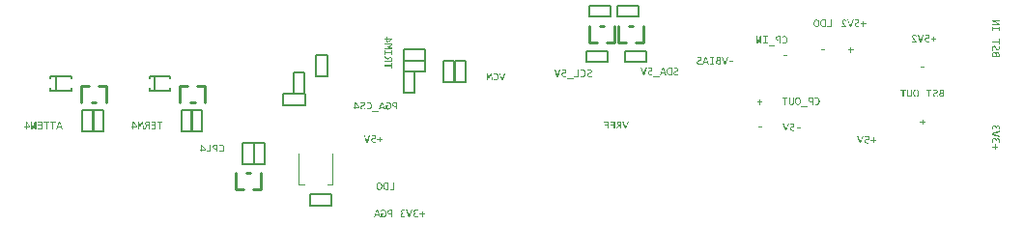
<source format=gbo>
G04*
G04 #@! TF.GenerationSoftware,Altium Limited,Altium Designer,23.0.1 (38)*
G04*
G04 Layer_Color=32896*
%FSAX25Y25*%
%MOIN*%
G70*
G04*
G04 #@! TF.SameCoordinates,B9DD0259-405E-4331-997F-192D94839516*
G04*
G04*
G04 #@! TF.FilePolarity,Positive*
G04*
G01*
G75*
%ADD13C,0.00394*%
%ADD15C,0.00500*%
%ADD16C,0.01000*%
%ADD17C,0.00787*%
G36*
X0181317Y0017413D02*
X0179834D01*
Y0017712D01*
X0180959D01*
Y0019988D01*
X0181317D01*
Y0017413D01*
D02*
G37*
G36*
X0179345D02*
X0178794D01*
X0178706Y0017417D01*
X0178624Y0017420D01*
X0178548Y0017426D01*
X0178483Y0017436D01*
X0178430Y0017446D01*
X0178411Y0017449D01*
X0178391Y0017453D01*
X0178378Y0017456D01*
X0178368D01*
X0178361Y0017459D01*
X0178358D01*
X0178289Y0017479D01*
X0178224Y0017499D01*
X0178165Y0017522D01*
X0178115Y0017541D01*
X0178076Y0017558D01*
X0178047Y0017574D01*
X0178027Y0017584D01*
X0178020Y0017587D01*
X0177968Y0017620D01*
X0177919Y0017656D01*
X0177876Y0017689D01*
X0177840Y0017722D01*
X0177810Y0017748D01*
X0177791Y0017771D01*
X0177774Y0017784D01*
X0177771Y0017791D01*
X0177735Y0017837D01*
X0177702Y0017882D01*
X0177676Y0017928D01*
X0177650Y0017968D01*
X0177633Y0018004D01*
X0177617Y0018033D01*
X0177610Y0018050D01*
X0177607Y0018056D01*
X0177568Y0018168D01*
X0177551Y0018220D01*
X0177538Y0018270D01*
X0177528Y0018312D01*
X0177522Y0018342D01*
X0177518Y0018355D01*
X0177515Y0018365D01*
Y0018368D01*
Y0018371D01*
X0177499Y0018499D01*
X0177492Y0018558D01*
X0177489Y0018614D01*
X0177486Y0018660D01*
Y0018696D01*
Y0018709D01*
Y0018719D01*
Y0018725D01*
Y0018729D01*
X0177489Y0018844D01*
X0177499Y0018952D01*
X0177512Y0019053D01*
X0177532Y0019145D01*
X0177555Y0019230D01*
X0177581Y0019309D01*
X0177607Y0019378D01*
X0177633Y0019440D01*
X0177663Y0019496D01*
X0177689Y0019545D01*
X0177715Y0019585D01*
X0177738Y0019617D01*
X0177758Y0019644D01*
X0177771Y0019663D01*
X0177781Y0019673D01*
X0177784Y0019677D01*
X0177843Y0019732D01*
X0177909Y0019778D01*
X0177978Y0019821D01*
X0178050Y0019857D01*
X0178122Y0019886D01*
X0178197Y0019913D01*
X0178273Y0019932D01*
X0178345Y0019949D01*
X0178414Y0019962D01*
X0178476Y0019972D01*
X0178535Y0019978D01*
X0178584Y0019985D01*
X0178624D01*
X0178657Y0019988D01*
X0179345D01*
Y0017413D01*
D02*
G37*
G36*
X0176292Y0020021D02*
X0176364Y0020011D01*
X0176433Y0019998D01*
X0176492Y0019985D01*
X0176541Y0019969D01*
X0176561Y0019962D01*
X0176577Y0019955D01*
X0176590Y0019949D01*
X0176600Y0019946D01*
X0176607Y0019942D01*
X0176610D01*
X0176675Y0019909D01*
X0176738Y0019870D01*
X0176794Y0019831D01*
X0176839Y0019791D01*
X0176879Y0019752D01*
X0176908Y0019723D01*
X0176925Y0019703D01*
X0176928Y0019700D01*
X0176931Y0019696D01*
X0176980Y0019631D01*
X0177023Y0019562D01*
X0177062Y0019493D01*
X0177092Y0019427D01*
X0177118Y0019368D01*
X0177128Y0019342D01*
X0177135Y0019322D01*
X0177141Y0019303D01*
X0177148Y0019289D01*
X0177151Y0019283D01*
Y0019280D01*
X0177177Y0019181D01*
X0177197Y0019083D01*
X0177210Y0018981D01*
X0177220Y0018889D01*
X0177223Y0018847D01*
X0177226Y0018807D01*
Y0018775D01*
X0177230Y0018745D01*
Y0018719D01*
Y0018702D01*
Y0018689D01*
Y0018686D01*
X0177226Y0018575D01*
X0177220Y0018473D01*
X0177210Y0018378D01*
X0177207Y0018335D01*
X0177200Y0018299D01*
X0177194Y0018263D01*
X0177190Y0018230D01*
X0177184Y0018204D01*
X0177181Y0018181D01*
X0177177Y0018161D01*
X0177174Y0018148D01*
X0177171Y0018142D01*
Y0018138D01*
X0177145Y0018050D01*
X0177118Y0017971D01*
X0177089Y0017902D01*
X0177059Y0017840D01*
X0177033Y0017791D01*
X0177023Y0017771D01*
X0177013Y0017754D01*
X0177003Y0017741D01*
X0177000Y0017731D01*
X0176994Y0017728D01*
Y0017725D01*
X0176944Y0017666D01*
X0176895Y0017614D01*
X0176843Y0017568D01*
X0176797Y0017531D01*
X0176754Y0017502D01*
X0176718Y0017482D01*
X0176705Y0017476D01*
X0176695Y0017469D01*
X0176692Y0017466D01*
X0176689D01*
X0176616Y0017436D01*
X0176541Y0017413D01*
X0176469Y0017400D01*
X0176403Y0017387D01*
X0176344Y0017381D01*
X0176318D01*
X0176298Y0017377D01*
X0176256D01*
X0176180Y0017381D01*
X0176108Y0017390D01*
X0176039Y0017404D01*
X0175980Y0017417D01*
X0175931Y0017430D01*
X0175911Y0017436D01*
X0175895Y0017443D01*
X0175882Y0017449D01*
X0175872Y0017453D01*
X0175865Y0017456D01*
X0175862D01*
X0175793Y0017489D01*
X0175731Y0017528D01*
X0175678Y0017568D01*
X0175629Y0017607D01*
X0175590Y0017643D01*
X0175560Y0017673D01*
X0175544Y0017692D01*
X0175537Y0017695D01*
Y0017699D01*
X0175488Y0017764D01*
X0175442Y0017833D01*
X0175406Y0017905D01*
X0175373Y0017971D01*
X0175347Y0018027D01*
X0175337Y0018053D01*
X0175331Y0018073D01*
X0175324Y0018092D01*
X0175318Y0018105D01*
X0175314Y0018112D01*
Y0018115D01*
X0175288Y0018214D01*
X0175268Y0018315D01*
X0175252Y0018417D01*
X0175242Y0018509D01*
X0175239Y0018552D01*
X0175235Y0018591D01*
Y0018627D01*
X0175232Y0018656D01*
Y0018683D01*
Y0018699D01*
Y0018712D01*
Y0018715D01*
X0175235Y0018827D01*
X0175242Y0018929D01*
X0175252Y0019021D01*
X0175259Y0019063D01*
X0175262Y0019103D01*
X0175268Y0019139D01*
X0175275Y0019168D01*
X0175281Y0019194D01*
X0175285Y0019217D01*
X0175288Y0019237D01*
X0175291Y0019250D01*
X0175295Y0019257D01*
Y0019260D01*
X0175321Y0019349D01*
X0175347Y0019427D01*
X0175380Y0019496D01*
X0175409Y0019555D01*
X0175436Y0019604D01*
X0175449Y0019624D01*
X0175459Y0019640D01*
X0175465Y0019654D01*
X0175472Y0019663D01*
X0175478Y0019667D01*
Y0019670D01*
X0175527Y0019729D01*
X0175577Y0019782D01*
X0175629Y0019827D01*
X0175675Y0019867D01*
X0175718Y0019893D01*
X0175754Y0019916D01*
X0175767Y0019923D01*
X0175774Y0019929D01*
X0175780Y0019932D01*
X0175783D01*
X0175855Y0019962D01*
X0175928Y0019985D01*
X0176000Y0020001D01*
X0176069Y0020014D01*
X0176128Y0020021D01*
X0176154D01*
X0176174Y0020024D01*
X0176216D01*
X0176292Y0020021D01*
D02*
G37*
G36*
X0215219Y0055168D02*
X0214888D01*
X0214842Y0056749D01*
X0214836Y0057389D01*
X0214714Y0056992D01*
X0214353Y0056008D01*
X0214111D01*
X0213730Y0057031D01*
X0213609Y0057389D01*
X0213586Y0056775D01*
X0213537Y0055168D01*
X0213192D01*
X0213317Y0057743D01*
X0213743D01*
X0214111Y0056772D01*
X0214219Y0056444D01*
X0214331Y0056772D01*
X0214678Y0057743D01*
X0215095D01*
X0215219Y0055168D01*
D02*
G37*
G36*
X0218886D02*
X0218414D01*
X0217542Y0057743D01*
X0217916D01*
X0218473Y0056005D01*
X0218634Y0055496D01*
X0218791Y0056005D01*
X0219346Y0057743D01*
X0219742D01*
X0218886Y0055168D01*
D02*
G37*
G36*
X0216299Y0057773D02*
X0216387Y0057763D01*
X0216469Y0057746D01*
X0216538Y0057730D01*
X0216571Y0057720D01*
X0216597Y0057710D01*
X0216620Y0057704D01*
X0216643Y0057697D01*
X0216656Y0057691D01*
X0216669Y0057684D01*
X0216676Y0057681D01*
X0216679D01*
X0216754Y0057641D01*
X0216827Y0057599D01*
X0216889Y0057553D01*
X0216941Y0057510D01*
X0216984Y0057471D01*
X0217017Y0057438D01*
X0217027Y0057425D01*
X0217037Y0057415D01*
X0217040Y0057412D01*
X0217043Y0057408D01*
X0217096Y0057340D01*
X0217142Y0057271D01*
X0217181Y0057199D01*
X0217214Y0057133D01*
X0217240Y0057074D01*
X0217250Y0057048D01*
X0217256Y0057028D01*
X0217263Y0057008D01*
X0217269Y0056995D01*
X0217273Y0056989D01*
Y0056985D01*
X0217299Y0056890D01*
X0217319Y0056792D01*
X0217332Y0056700D01*
X0217342Y0056612D01*
X0217345Y0056572D01*
X0217348Y0056536D01*
Y0056503D01*
X0217351Y0056477D01*
Y0056454D01*
Y0056438D01*
Y0056428D01*
Y0056424D01*
X0217348Y0056310D01*
X0217338Y0056201D01*
X0217325Y0056100D01*
X0217305Y0056005D01*
X0217283Y0055919D01*
X0217260Y0055841D01*
X0217233Y0055769D01*
X0217204Y0055703D01*
X0217178Y0055647D01*
X0217151Y0055598D01*
X0217128Y0055555D01*
X0217105Y0055523D01*
X0217086Y0055496D01*
X0217073Y0055477D01*
X0217063Y0055463D01*
X0217059Y0055460D01*
X0217000Y0055405D01*
X0216938Y0055352D01*
X0216873Y0055309D01*
X0216807Y0055273D01*
X0216735Y0055240D01*
X0216666Y0055214D01*
X0216597Y0055194D01*
X0216531Y0055175D01*
X0216469Y0055162D01*
X0216410Y0055152D01*
X0216357Y0055145D01*
X0216312Y0055142D01*
X0216276Y0055139D01*
X0216246Y0055136D01*
X0216223D01*
X0216098Y0055142D01*
X0215980Y0055155D01*
X0215869Y0055175D01*
X0215820Y0055188D01*
X0215770Y0055201D01*
X0215728Y0055211D01*
X0215688Y0055224D01*
X0215656Y0055234D01*
X0215626Y0055244D01*
X0215603Y0055250D01*
X0215587Y0055257D01*
X0215577Y0055263D01*
X0215574D01*
Y0055595D01*
X0215679Y0055549D01*
X0215728Y0055529D01*
X0215774Y0055516D01*
X0215810Y0055503D01*
X0215839Y0055493D01*
X0215859Y0055490D01*
X0215862Y0055487D01*
X0215865D01*
X0215921Y0055473D01*
X0215980Y0055467D01*
X0216033Y0055460D01*
X0216082Y0055454D01*
X0216121D01*
X0216154Y0055450D01*
X0216184D01*
X0216256Y0055454D01*
X0216321Y0055460D01*
X0216384Y0055473D01*
X0216440Y0055490D01*
X0216495Y0055509D01*
X0216545Y0055529D01*
X0216587Y0055552D01*
X0216627Y0055578D01*
X0216663Y0055601D01*
X0216692Y0055624D01*
X0216718Y0055644D01*
X0216738Y0055664D01*
X0216754Y0055680D01*
X0216768Y0055693D01*
X0216774Y0055700D01*
X0216777Y0055703D01*
X0216813Y0055752D01*
X0216843Y0055808D01*
X0216869Y0055867D01*
X0216892Y0055929D01*
X0216912Y0055992D01*
X0216928Y0056054D01*
X0216951Y0056175D01*
X0216961Y0056234D01*
X0216968Y0056287D01*
X0216971Y0056333D01*
X0216974Y0056375D01*
X0216978Y0056408D01*
Y0056434D01*
Y0056451D01*
Y0056457D01*
X0216974Y0056546D01*
X0216968Y0056625D01*
X0216961Y0056697D01*
X0216951Y0056759D01*
X0216941Y0056808D01*
X0216938Y0056831D01*
X0216932Y0056848D01*
X0216928Y0056861D01*
Y0056871D01*
X0216925Y0056877D01*
Y0056880D01*
X0216902Y0056949D01*
X0216876Y0057008D01*
X0216849Y0057061D01*
X0216827Y0057107D01*
X0216804Y0057146D01*
X0216784Y0057172D01*
X0216771Y0057189D01*
X0216768Y0057195D01*
X0216728Y0057241D01*
X0216686Y0057281D01*
X0216643Y0057317D01*
X0216603Y0057346D01*
X0216571Y0057366D01*
X0216541Y0057382D01*
X0216525Y0057392D01*
X0216518Y0057395D01*
X0216462Y0057418D01*
X0216404Y0057435D01*
X0216351Y0057448D01*
X0216299Y0057455D01*
X0216256Y0057461D01*
X0216220Y0057464D01*
X0216190D01*
X0216125Y0057461D01*
X0216066Y0057458D01*
X0216010Y0057451D01*
X0215961Y0057445D01*
X0215921Y0057435D01*
X0215892Y0057428D01*
X0215872Y0057425D01*
X0215865Y0057422D01*
X0215810Y0057405D01*
X0215757Y0057389D01*
X0215708Y0057369D01*
X0215662Y0057349D01*
X0215626Y0057333D01*
X0215597Y0057320D01*
X0215580Y0057310D01*
X0215574Y0057307D01*
Y0057651D01*
X0215682Y0057691D01*
X0215731Y0057707D01*
X0215777Y0057720D01*
X0215816Y0057730D01*
X0215846Y0057736D01*
X0215865Y0057743D01*
X0215872D01*
X0215987Y0057763D01*
X0216043Y0057769D01*
X0216095Y0057773D01*
X0216138Y0057776D01*
X0216203D01*
X0216299Y0057773D01*
D02*
G37*
G36*
X0172591Y0047765D02*
X0172680Y0047756D01*
X0172762Y0047739D01*
X0172830Y0047723D01*
X0172863Y0047713D01*
X0172890Y0047703D01*
X0172913Y0047696D01*
X0172935Y0047690D01*
X0172949Y0047683D01*
X0172962Y0047677D01*
X0172968Y0047673D01*
X0172972D01*
X0173047Y0047634D01*
X0173119Y0047592D01*
X0173181Y0047546D01*
X0173234Y0047503D01*
X0173277Y0047464D01*
X0173309Y0047431D01*
X0173319Y0047418D01*
X0173329Y0047408D01*
X0173332Y0047405D01*
X0173336Y0047401D01*
X0173388Y0047332D01*
X0173434Y0047264D01*
X0173473Y0047191D01*
X0173506Y0047126D01*
X0173532Y0047067D01*
X0173542Y0047040D01*
X0173549Y0047021D01*
X0173555Y0047001D01*
X0173562Y0046988D01*
X0173565Y0046981D01*
Y0046978D01*
X0173591Y0046883D01*
X0173611Y0046785D01*
X0173624Y0046693D01*
X0173634Y0046604D01*
X0173637Y0046565D01*
X0173641Y0046529D01*
Y0046496D01*
X0173644Y0046470D01*
Y0046447D01*
Y0046430D01*
Y0046420D01*
Y0046417D01*
X0173641Y0046302D01*
X0173631Y0046194D01*
X0173618Y0046093D01*
X0173598Y0045997D01*
X0173575Y0045912D01*
X0173552Y0045833D01*
X0173526Y0045761D01*
X0173496Y0045696D01*
X0173470Y0045640D01*
X0173444Y0045591D01*
X0173421Y0045548D01*
X0173398Y0045515D01*
X0173378Y0045489D01*
X0173365Y0045469D01*
X0173355Y0045456D01*
X0173352Y0045453D01*
X0173293Y0045397D01*
X0173231Y0045345D01*
X0173165Y0045302D01*
X0173100Y0045266D01*
X0173027Y0045233D01*
X0172959Y0045207D01*
X0172890Y0045187D01*
X0172824Y0045168D01*
X0172762Y0045154D01*
X0172703Y0045145D01*
X0172650Y0045138D01*
X0172604Y0045135D01*
X0172568Y0045131D01*
X0172539Y0045128D01*
X0172516D01*
X0172391Y0045135D01*
X0172273Y0045148D01*
X0172161Y0045168D01*
X0172112Y0045181D01*
X0172063Y0045194D01*
X0172020Y0045204D01*
X0171981Y0045217D01*
X0171948Y0045227D01*
X0171919Y0045236D01*
X0171896Y0045243D01*
X0171879Y0045250D01*
X0171870Y0045256D01*
X0171866D01*
Y0045587D01*
X0171971Y0045542D01*
X0172020Y0045522D01*
X0172066Y0045509D01*
X0172102Y0045496D01*
X0172132Y0045486D01*
X0172152Y0045482D01*
X0172155Y0045479D01*
X0172158D01*
X0172214Y0045466D01*
X0172273Y0045459D01*
X0172325Y0045453D01*
X0172375Y0045446D01*
X0172414D01*
X0172447Y0045443D01*
X0172476D01*
X0172548Y0045446D01*
X0172614Y0045453D01*
X0172676Y0045466D01*
X0172732Y0045482D01*
X0172788Y0045502D01*
X0172837Y0045522D01*
X0172880Y0045545D01*
X0172919Y0045571D01*
X0172955Y0045594D01*
X0172985Y0045617D01*
X0173011Y0045637D01*
X0173031Y0045656D01*
X0173047Y0045673D01*
X0173060Y0045686D01*
X0173067Y0045692D01*
X0173070Y0045696D01*
X0173106Y0045745D01*
X0173136Y0045801D01*
X0173162Y0045860D01*
X0173185Y0045922D01*
X0173205Y0045984D01*
X0173221Y0046047D01*
X0173244Y0046168D01*
X0173254Y0046227D01*
X0173260Y0046279D01*
X0173264Y0046325D01*
X0173267Y0046368D01*
X0173270Y0046401D01*
Y0046427D01*
Y0046444D01*
Y0046450D01*
X0173267Y0046539D01*
X0173260Y0046617D01*
X0173254Y0046690D01*
X0173244Y0046752D01*
X0173234Y0046801D01*
X0173231Y0046824D01*
X0173224Y0046840D01*
X0173221Y0046854D01*
Y0046863D01*
X0173218Y0046870D01*
Y0046873D01*
X0173195Y0046942D01*
X0173168Y0047001D01*
X0173142Y0047054D01*
X0173119Y0047100D01*
X0173096Y0047139D01*
X0173076Y0047165D01*
X0173063Y0047181D01*
X0173060Y0047188D01*
X0173021Y0047234D01*
X0172978Y0047273D01*
X0172935Y0047309D01*
X0172896Y0047339D01*
X0172863Y0047359D01*
X0172834Y0047375D01*
X0172817Y0047385D01*
X0172811Y0047388D01*
X0172755Y0047411D01*
X0172696Y0047427D01*
X0172644Y0047441D01*
X0172591Y0047447D01*
X0172548Y0047454D01*
X0172512Y0047457D01*
X0172483D01*
X0172417Y0047454D01*
X0172358Y0047450D01*
X0172302Y0047444D01*
X0172253Y0047437D01*
X0172214Y0047427D01*
X0172184Y0047421D01*
X0172165Y0047418D01*
X0172158Y0047414D01*
X0172102Y0047398D01*
X0172050Y0047382D01*
X0172001Y0047362D01*
X0171955Y0047342D01*
X0171919Y0047326D01*
X0171889Y0047313D01*
X0171873Y0047303D01*
X0171866Y0047300D01*
Y0047644D01*
X0171975Y0047683D01*
X0172024Y0047700D01*
X0172070Y0047713D01*
X0172109Y0047723D01*
X0172139Y0047729D01*
X0172158Y0047736D01*
X0172165D01*
X0172280Y0047756D01*
X0172335Y0047762D01*
X0172388Y0047765D01*
X0172430Y0047769D01*
X0172496D01*
X0172591Y0047765D01*
D02*
G37*
G36*
X0179223Y0047769D02*
X0179318Y0047759D01*
X0179404Y0047742D01*
X0179476Y0047726D01*
X0179509Y0047716D01*
X0179538Y0047710D01*
X0179561Y0047703D01*
X0179584Y0047693D01*
X0179601Y0047690D01*
X0179614Y0047683D01*
X0179620Y0047680D01*
X0179623D01*
X0179705Y0047641D01*
X0179781Y0047598D01*
X0179847Y0047555D01*
X0179902Y0047513D01*
X0179948Y0047473D01*
X0179981Y0047441D01*
X0179994Y0047427D01*
X0180004Y0047418D01*
X0180007Y0047414D01*
X0180010Y0047411D01*
X0180066Y0047342D01*
X0180115Y0047270D01*
X0180158Y0047201D01*
X0180191Y0047132D01*
X0180220Y0047073D01*
X0180230Y0047050D01*
X0180240Y0047027D01*
X0180247Y0047008D01*
X0180253Y0046995D01*
X0180256Y0046988D01*
Y0046985D01*
X0180286Y0046890D01*
X0180309Y0046791D01*
X0180322Y0046696D01*
X0180335Y0046608D01*
X0180339Y0046568D01*
X0180342Y0046532D01*
Y0046499D01*
X0180345Y0046470D01*
Y0046447D01*
Y0046430D01*
Y0046420D01*
Y0046417D01*
X0180342Y0046302D01*
X0180332Y0046194D01*
X0180319Y0046099D01*
X0180312Y0046056D01*
X0180306Y0046017D01*
X0180299Y0045981D01*
X0180292Y0045952D01*
X0180286Y0045922D01*
X0180279Y0045899D01*
X0180273Y0045879D01*
X0180270Y0045866D01*
X0180266Y0045860D01*
Y0045856D01*
X0180234Y0045768D01*
X0180197Y0045689D01*
X0180161Y0045620D01*
X0180122Y0045561D01*
X0180089Y0045515D01*
X0180076Y0045496D01*
X0180063Y0045479D01*
X0180053Y0045466D01*
X0180046Y0045456D01*
X0180040Y0045453D01*
Y0045450D01*
X0179981Y0045394D01*
X0179919Y0045345D01*
X0179860Y0045302D01*
X0179804Y0045269D01*
X0179755Y0045243D01*
X0179732Y0045230D01*
X0179715Y0045223D01*
X0179699Y0045217D01*
X0179689Y0045210D01*
X0179683Y0045207D01*
X0179679D01*
X0179597Y0045181D01*
X0179515Y0045161D01*
X0179437Y0045145D01*
X0179361Y0045135D01*
X0179328Y0045131D01*
X0179299Y0045128D01*
X0179272D01*
X0179246Y0045125D01*
X0179204D01*
X0179138Y0045128D01*
X0179109D01*
X0179079Y0045131D01*
X0179056Y0045135D01*
X0179040D01*
X0179026Y0045138D01*
X0179023D01*
X0178954Y0045148D01*
X0178925Y0045151D01*
X0178895Y0045154D01*
X0178872Y0045158D01*
X0178856Y0045161D01*
X0178843Y0045164D01*
X0178840D01*
X0178771Y0045181D01*
X0178741Y0045187D01*
X0178712Y0045197D01*
X0178689Y0045204D01*
X0178672Y0045210D01*
X0178659Y0045213D01*
X0178656D01*
X0178590Y0045236D01*
X0178561Y0045246D01*
X0178534Y0045256D01*
X0178512Y0045266D01*
X0178495Y0045272D01*
X0178485Y0045279D01*
X0178482D01*
Y0046598D01*
X0179355D01*
Y0046309D01*
X0178830D01*
Y0045486D01*
X0178856Y0045476D01*
X0178879Y0045469D01*
X0178899Y0045466D01*
X0178902Y0045463D01*
X0178905D01*
X0178935Y0045456D01*
X0178961Y0045450D01*
X0178981Y0045446D01*
X0178987D01*
X0179020Y0045443D01*
X0179046Y0045440D01*
X0179066Y0045436D01*
X0179072D01*
X0179102Y0045433D01*
X0179154D01*
X0179233Y0045436D01*
X0179305Y0045443D01*
X0179368Y0045456D01*
X0179423Y0045469D01*
X0179466Y0045479D01*
X0179499Y0045492D01*
X0179512Y0045496D01*
X0179522Y0045499D01*
X0179525Y0045502D01*
X0179528D01*
X0179584Y0045532D01*
X0179637Y0045561D01*
X0179679Y0045594D01*
X0179715Y0045627D01*
X0179748Y0045656D01*
X0179768Y0045679D01*
X0179784Y0045692D01*
X0179787Y0045699D01*
X0179820Y0045751D01*
X0179850Y0045804D01*
X0179876Y0045856D01*
X0179896Y0045909D01*
X0179912Y0045952D01*
X0179922Y0045988D01*
X0179925Y0046001D01*
X0179929Y0046011D01*
X0179932Y0046014D01*
Y0046017D01*
X0179948Y0046089D01*
X0179958Y0046161D01*
X0179968Y0046234D01*
X0179971Y0046299D01*
X0179974Y0046355D01*
X0179978Y0046381D01*
Y0046401D01*
Y0046417D01*
Y0046430D01*
Y0046437D01*
Y0046440D01*
X0179974Y0046525D01*
X0179968Y0046601D01*
X0179961Y0046673D01*
X0179948Y0046735D01*
X0179938Y0046785D01*
X0179935Y0046808D01*
X0179932Y0046824D01*
X0179929Y0046837D01*
X0179925Y0046847D01*
X0179922Y0046854D01*
Y0046857D01*
X0179899Y0046926D01*
X0179869Y0046985D01*
X0179843Y0047040D01*
X0179817Y0047086D01*
X0179791Y0047122D01*
X0179771Y0047152D01*
X0179758Y0047168D01*
X0179755Y0047175D01*
X0179712Y0047224D01*
X0179666Y0047264D01*
X0179623Y0047300D01*
X0179581Y0047329D01*
X0179541Y0047352D01*
X0179512Y0047368D01*
X0179492Y0047378D01*
X0179489Y0047382D01*
X0179486D01*
X0179423Y0047408D01*
X0179361Y0047424D01*
X0179299Y0047437D01*
X0179243Y0047447D01*
X0179194Y0047454D01*
X0179174D01*
X0179154Y0047457D01*
X0179122D01*
X0179056Y0047454D01*
X0178997Y0047450D01*
X0178941Y0047444D01*
X0178892Y0047437D01*
X0178849Y0047427D01*
X0178820Y0047421D01*
X0178800Y0047418D01*
X0178794Y0047414D01*
X0178738Y0047398D01*
X0178682Y0047378D01*
X0178633Y0047359D01*
X0178587Y0047339D01*
X0178548Y0047322D01*
X0178521Y0047309D01*
X0178502Y0047300D01*
X0178495Y0047296D01*
Y0047644D01*
X0178551Y0047667D01*
X0178603Y0047687D01*
X0178653Y0047703D01*
X0178699Y0047716D01*
X0178738Y0047726D01*
X0178771Y0047732D01*
X0178790Y0047739D01*
X0178797D01*
X0178915Y0047759D01*
X0178971Y0047765D01*
X0179020Y0047769D01*
X0179062Y0047772D01*
X0179125D01*
X0179223Y0047769D01*
D02*
G37*
G36*
X0182382Y0045161D02*
X0182031D01*
Y0046086D01*
X0181713D01*
X0181618Y0046089D01*
X0181529Y0046099D01*
X0181450Y0046109D01*
X0181385Y0046125D01*
X0181355Y0046132D01*
X0181329Y0046138D01*
X0181306Y0046145D01*
X0181286Y0046148D01*
X0181273Y0046155D01*
X0181263Y0046158D01*
X0181257Y0046161D01*
X0181254D01*
X0181185Y0046191D01*
X0181122Y0046224D01*
X0181067Y0046257D01*
X0181021Y0046289D01*
X0180985Y0046316D01*
X0180958Y0046338D01*
X0180942Y0046352D01*
X0180935Y0046358D01*
X0180893Y0046404D01*
X0180853Y0046453D01*
X0180824Y0046499D01*
X0180798Y0046542D01*
X0180778Y0046578D01*
X0180762Y0046608D01*
X0180755Y0046627D01*
X0180752Y0046630D01*
Y0046634D01*
X0180732Y0046693D01*
X0180719Y0046749D01*
X0180706Y0046801D01*
X0180699Y0046847D01*
X0180696Y0046886D01*
X0180693Y0046919D01*
Y0046939D01*
Y0046942D01*
Y0046945D01*
X0180696Y0047024D01*
X0180706Y0047093D01*
X0180719Y0047155D01*
X0180732Y0047208D01*
X0180748Y0047250D01*
X0180762Y0047283D01*
X0180771Y0047303D01*
X0180775Y0047309D01*
X0180807Y0047362D01*
X0180840Y0047411D01*
X0180876Y0047454D01*
X0180909Y0047490D01*
X0180942Y0047516D01*
X0180965Y0047539D01*
X0180981Y0047552D01*
X0180988Y0047555D01*
X0181037Y0047588D01*
X0181090Y0047618D01*
X0181142Y0047641D01*
X0181188Y0047660D01*
X0181231Y0047673D01*
X0181263Y0047687D01*
X0181277Y0047690D01*
X0181286D01*
X0181290Y0047693D01*
X0181293D01*
X0181359Y0047706D01*
X0181424Y0047719D01*
X0181486Y0047726D01*
X0181542Y0047729D01*
X0181591Y0047732D01*
X0181611Y0047736D01*
X0182382D01*
Y0045161D01*
D02*
G37*
G36*
X0178243D02*
X0177878D01*
X0177698Y0045722D01*
X0176622D01*
X0176445Y0045161D01*
X0176061D01*
X0176908Y0047736D01*
X0177386D01*
X0178243Y0045161D01*
D02*
G37*
G36*
X0169305Y0046033D02*
Y0045732D01*
X0168065D01*
Y0045161D01*
X0167714D01*
Y0045732D01*
X0167274D01*
Y0046033D01*
X0167714D01*
Y0047736D01*
X0168209D01*
X0169305Y0046033D01*
D02*
G37*
G36*
X0170489Y0047769D02*
X0170571Y0047762D01*
X0170646Y0047752D01*
X0170708Y0047742D01*
X0170738Y0047736D01*
X0170761Y0047729D01*
X0170784Y0047723D01*
X0170800Y0047719D01*
X0170813Y0047716D01*
X0170823Y0047713D01*
X0170830Y0047710D01*
X0170833D01*
X0170899Y0047683D01*
X0170958Y0047657D01*
X0171010Y0047631D01*
X0171053Y0047605D01*
X0171089Y0047585D01*
X0171112Y0047565D01*
X0171128Y0047552D01*
X0171135Y0047549D01*
X0171174Y0047510D01*
X0171210Y0047470D01*
X0171240Y0047434D01*
X0171263Y0047398D01*
X0171282Y0047365D01*
X0171295Y0047342D01*
X0171302Y0047326D01*
X0171305Y0047319D01*
X0171322Y0047270D01*
X0171335Y0047224D01*
X0171345Y0047181D01*
X0171351Y0047142D01*
X0171354Y0047109D01*
X0171358Y0047083D01*
Y0047067D01*
Y0047060D01*
X0171354Y0047004D01*
X0171348Y0046955D01*
X0171341Y0046913D01*
X0171328Y0046873D01*
X0171318Y0046840D01*
X0171312Y0046817D01*
X0171305Y0046804D01*
X0171302Y0046798D01*
X0171279Y0046758D01*
X0171253Y0046722D01*
X0171227Y0046690D01*
X0171204Y0046663D01*
X0171181Y0046640D01*
X0171164Y0046621D01*
X0171151Y0046611D01*
X0171148Y0046608D01*
X0171072Y0046552D01*
X0171036Y0046525D01*
X0171004Y0046506D01*
X0170974Y0046486D01*
X0170951Y0046473D01*
X0170938Y0046466D01*
X0170931Y0046463D01*
X0170843Y0046420D01*
X0170800Y0046401D01*
X0170764Y0046384D01*
X0170731Y0046371D01*
X0170705Y0046362D01*
X0170692Y0046355D01*
X0170685Y0046352D01*
X0170594Y0046316D01*
X0170554Y0046299D01*
X0170515Y0046283D01*
X0170485Y0046273D01*
X0170459Y0046263D01*
X0170446Y0046257D01*
X0170439Y0046253D01*
X0170397Y0046234D01*
X0170354Y0046217D01*
X0170318Y0046198D01*
X0170285Y0046181D01*
X0170259Y0046168D01*
X0170239Y0046155D01*
X0170226Y0046148D01*
X0170223Y0046145D01*
X0170190Y0046122D01*
X0170157Y0046102D01*
X0170131Y0046079D01*
X0170111Y0046060D01*
X0170092Y0046040D01*
X0170079Y0046027D01*
X0170072Y0046017D01*
X0170069Y0046014D01*
X0170049Y0045984D01*
X0170036Y0045955D01*
X0170023Y0045925D01*
X0170016Y0045899D01*
X0170013Y0045873D01*
X0170010Y0045853D01*
Y0045840D01*
Y0045837D01*
Y0045801D01*
X0170016Y0045771D01*
X0170020Y0045742D01*
X0170026Y0045715D01*
X0170033Y0045696D01*
X0170039Y0045679D01*
X0170043Y0045669D01*
X0170046Y0045666D01*
X0170062Y0045640D01*
X0170079Y0045614D01*
X0170098Y0045594D01*
X0170115Y0045574D01*
X0170131Y0045558D01*
X0170144Y0045548D01*
X0170154Y0045542D01*
X0170157Y0045538D01*
X0170187Y0045518D01*
X0170220Y0045505D01*
X0170253Y0045489D01*
X0170285Y0045479D01*
X0170311Y0045469D01*
X0170334Y0045466D01*
X0170348Y0045459D01*
X0170354D01*
X0170400Y0045450D01*
X0170449Y0045443D01*
X0170495Y0045440D01*
X0170541Y0045436D01*
X0170580Y0045433D01*
X0170725D01*
X0170803Y0045436D01*
X0170876Y0045443D01*
X0170938Y0045450D01*
X0170987Y0045453D01*
X0171010Y0045456D01*
X0171027Y0045459D01*
X0171040D01*
X0171049Y0045463D01*
X0171059D01*
X0171125Y0045476D01*
X0171187Y0045489D01*
X0171246Y0045505D01*
X0171292Y0045518D01*
X0171335Y0045532D01*
X0171364Y0045542D01*
X0171384Y0045548D01*
X0171387Y0045551D01*
X0171391D01*
Y0045213D01*
X0171338Y0045200D01*
X0171292Y0045187D01*
X0171273Y0045184D01*
X0171256Y0045181D01*
X0171246Y0045177D01*
X0171243D01*
X0171181Y0045168D01*
X0171151Y0045164D01*
X0171125Y0045161D01*
X0171099Y0045158D01*
X0171082D01*
X0171069Y0045154D01*
X0171066D01*
X0170994Y0045145D01*
X0170961Y0045141D01*
X0170931D01*
X0170905Y0045138D01*
X0170886Y0045135D01*
X0170869D01*
X0170794Y0045128D01*
X0170761D01*
X0170728Y0045125D01*
X0170666D01*
X0170584Y0045128D01*
X0170505Y0045131D01*
X0170436Y0045138D01*
X0170374Y0045148D01*
X0170325Y0045154D01*
X0170302Y0045158D01*
X0170285Y0045161D01*
X0170272Y0045164D01*
X0170262D01*
X0170256Y0045168D01*
X0170253D01*
X0170184Y0045187D01*
X0170121Y0045210D01*
X0170065Y0045230D01*
X0170020Y0045253D01*
X0169980Y0045272D01*
X0169951Y0045289D01*
X0169934Y0045302D01*
X0169928Y0045305D01*
X0169878Y0045341D01*
X0169839Y0045381D01*
X0169803Y0045417D01*
X0169774Y0045456D01*
X0169747Y0045486D01*
X0169731Y0045512D01*
X0169721Y0045528D01*
X0169718Y0045535D01*
X0169692Y0045587D01*
X0169675Y0045643D01*
X0169662Y0045696D01*
X0169652Y0045748D01*
X0169646Y0045791D01*
X0169642Y0045827D01*
Y0045840D01*
Y0045850D01*
Y0045853D01*
Y0045856D01*
X0169646Y0045912D01*
X0169652Y0045965D01*
X0169662Y0046007D01*
X0169672Y0046047D01*
X0169682Y0046079D01*
X0169692Y0046102D01*
X0169698Y0046115D01*
X0169701Y0046122D01*
X0169724Y0046161D01*
X0169751Y0046201D01*
X0169777Y0046234D01*
X0169800Y0046260D01*
X0169823Y0046283D01*
X0169839Y0046302D01*
X0169852Y0046312D01*
X0169856Y0046316D01*
X0169931Y0046375D01*
X0169967Y0046401D01*
X0170000Y0046420D01*
X0170029Y0046440D01*
X0170052Y0046453D01*
X0170065Y0046460D01*
X0170072Y0046463D01*
X0170161Y0046506D01*
X0170203Y0046525D01*
X0170239Y0046542D01*
X0170272Y0046555D01*
X0170295Y0046565D01*
X0170311Y0046571D01*
X0170318Y0046575D01*
X0170410Y0046611D01*
X0170449Y0046630D01*
X0170489Y0046644D01*
X0170518Y0046657D01*
X0170544Y0046666D01*
X0170557Y0046670D01*
X0170564Y0046673D01*
X0170607Y0046693D01*
X0170649Y0046712D01*
X0170685Y0046729D01*
X0170718Y0046745D01*
X0170745Y0046762D01*
X0170764Y0046771D01*
X0170777Y0046778D01*
X0170781Y0046781D01*
X0170813Y0046804D01*
X0170846Y0046827D01*
X0170872Y0046850D01*
X0170892Y0046870D01*
X0170912Y0046890D01*
X0170925Y0046903D01*
X0170931Y0046913D01*
X0170935Y0046916D01*
X0170954Y0046945D01*
X0170967Y0046975D01*
X0170977Y0047008D01*
X0170984Y0047034D01*
X0170987Y0047060D01*
X0170991Y0047080D01*
Y0047093D01*
Y0047096D01*
X0170987Y0047126D01*
X0170984Y0047155D01*
X0170967Y0047208D01*
X0170944Y0047254D01*
X0170918Y0047293D01*
X0170895Y0047326D01*
X0170872Y0047346D01*
X0170856Y0047362D01*
X0170849Y0047365D01*
X0170820Y0047382D01*
X0170790Y0047398D01*
X0170721Y0047424D01*
X0170646Y0047441D01*
X0170574Y0047454D01*
X0170508Y0047460D01*
X0170482Y0047464D01*
X0170456Y0047467D01*
X0170407D01*
X0170298Y0047464D01*
X0170249Y0047460D01*
X0170203Y0047457D01*
X0170167Y0047450D01*
X0170138Y0047447D01*
X0170118Y0047444D01*
X0170111D01*
X0170056Y0047434D01*
X0170000Y0047424D01*
X0169947Y0047414D01*
X0169902Y0047401D01*
X0169862Y0047395D01*
X0169833Y0047385D01*
X0169813Y0047382D01*
X0169810Y0047378D01*
X0169806D01*
Y0047693D01*
X0169856Y0047703D01*
X0169902Y0047713D01*
X0169921Y0047716D01*
X0169938D01*
X0169947Y0047719D01*
X0169951D01*
X0170007Y0047729D01*
X0170033Y0047736D01*
X0170056Y0047739D01*
X0170075Y0047742D01*
X0170092D01*
X0170102Y0047746D01*
X0170105D01*
X0170161Y0047756D01*
X0170187Y0047759D01*
X0170210Y0047762D01*
X0170229D01*
X0170246Y0047765D01*
X0170259D01*
X0170311Y0047769D01*
X0170334Y0047772D01*
X0170397D01*
X0170489Y0047769D01*
D02*
G37*
G36*
X0176042Y0044354D02*
X0173824D01*
Y0044636D01*
X0176042D01*
Y0044354D01*
D02*
G37*
G36*
X0189011Y0010564D02*
X0189031Y0010561D01*
X0189044D01*
X0189054Y0010557D01*
X0189057D01*
X0189113Y0010551D01*
X0189139Y0010548D01*
X0189162Y0010544D01*
X0189178Y0010541D01*
X0189195D01*
X0189205Y0010538D01*
X0189208D01*
X0189263Y0010528D01*
X0189290Y0010521D01*
X0189313Y0010518D01*
X0189329Y0010511D01*
X0189346Y0010508D01*
X0189355Y0010505D01*
X0189359D01*
X0189411Y0010492D01*
X0189437Y0010485D01*
X0189457Y0010479D01*
X0189473Y0010475D01*
X0189487Y0010469D01*
X0189496Y0010465D01*
X0189500D01*
Y0010167D01*
X0189441Y0010183D01*
X0189388Y0010200D01*
X0189336Y0010213D01*
X0189293Y0010223D01*
X0189257Y0010233D01*
X0189227Y0010239D01*
X0189211Y0010242D01*
X0189205D01*
X0189152Y0010252D01*
X0189106Y0010259D01*
X0189060Y0010262D01*
X0189021Y0010265D01*
X0188988Y0010269D01*
X0188939D01*
X0188854Y0010265D01*
X0188778Y0010255D01*
X0188713Y0010239D01*
X0188660Y0010223D01*
X0188621Y0010203D01*
X0188591Y0010190D01*
X0188575Y0010177D01*
X0188568Y0010174D01*
X0188525Y0010134D01*
X0188493Y0010085D01*
X0188470Y0010036D01*
X0188457Y0009987D01*
X0188447Y0009941D01*
X0188444Y0009905D01*
X0188440Y0009892D01*
Y0009882D01*
Y0009875D01*
Y0009872D01*
Y0009832D01*
X0188447Y0009796D01*
X0188453Y0009767D01*
X0188460Y0009737D01*
X0188467Y0009714D01*
X0188473Y0009698D01*
X0188476Y0009685D01*
X0188480Y0009682D01*
X0188512Y0009626D01*
X0188529Y0009600D01*
X0188545Y0009580D01*
X0188562Y0009563D01*
X0188575Y0009550D01*
X0188581Y0009544D01*
X0188585Y0009540D01*
X0188637Y0009504D01*
X0188689Y0009478D01*
X0188713Y0009468D01*
X0188729Y0009462D01*
X0188742Y0009455D01*
X0188745D01*
X0188818Y0009439D01*
X0188854Y0009432D01*
X0188886Y0009429D01*
X0188916D01*
X0188939Y0009426D01*
X0189254D01*
Y0009144D01*
X0188909D01*
X0188860Y0009140D01*
X0188818Y0009134D01*
X0188778Y0009131D01*
X0188749Y0009124D01*
X0188722Y0009117D01*
X0188709Y0009114D01*
X0188703D01*
X0188660Y0009104D01*
X0188621Y0009091D01*
X0188585Y0009078D01*
X0188555Y0009065D01*
X0188529Y0009055D01*
X0188512Y0009045D01*
X0188499Y0009039D01*
X0188496Y0009035D01*
X0188463Y0009016D01*
X0188437Y0008993D01*
X0188414Y0008970D01*
X0188394Y0008950D01*
X0188381Y0008930D01*
X0188371Y0008917D01*
X0188365Y0008907D01*
X0188362Y0008904D01*
X0188345Y0008875D01*
X0188332Y0008842D01*
X0188326Y0008809D01*
X0188319Y0008783D01*
X0188316Y0008757D01*
X0188312Y0008737D01*
Y0008721D01*
Y0008717D01*
X0188316Y0008675D01*
X0188319Y0008635D01*
X0188326Y0008599D01*
X0188332Y0008570D01*
X0188342Y0008543D01*
X0188348Y0008524D01*
X0188352Y0008511D01*
X0188355Y0008507D01*
X0188371Y0008474D01*
X0188391Y0008445D01*
X0188411Y0008419D01*
X0188430Y0008396D01*
X0188450Y0008376D01*
X0188467Y0008363D01*
X0188476Y0008353D01*
X0188480Y0008350D01*
X0188512Y0008327D01*
X0188552Y0008307D01*
X0188588Y0008291D01*
X0188624Y0008278D01*
X0188653Y0008268D01*
X0188680Y0008258D01*
X0188696Y0008255D01*
X0188703Y0008252D01*
X0188755Y0008242D01*
X0188811Y0008232D01*
X0188867Y0008225D01*
X0188919Y0008222D01*
X0188965D01*
X0189001Y0008219D01*
X0189086D01*
X0189136Y0008222D01*
X0189185D01*
X0189227Y0008225D01*
X0189260D01*
X0189290Y0008229D01*
X0189313D01*
X0189362Y0008235D01*
X0189408Y0008238D01*
X0189454Y0008245D01*
X0189490Y0008252D01*
X0189523Y0008258D01*
X0189549Y0008261D01*
X0189562Y0008265D01*
X0189569D01*
Y0007956D01*
X0189490Y0007946D01*
X0189451Y0007943D01*
X0189414Y0007940D01*
X0189385Y0007937D01*
X0189362D01*
X0189349Y0007933D01*
X0189342D01*
X0189247Y0007927D01*
X0189201Y0007924D01*
X0189159D01*
X0189122Y0007920D01*
X0189067D01*
X0188965Y0007924D01*
X0188873Y0007930D01*
X0188791Y0007940D01*
X0188719Y0007953D01*
X0188689Y0007956D01*
X0188660Y0007963D01*
X0188637Y0007969D01*
X0188617Y0007973D01*
X0188601Y0007976D01*
X0188591Y0007979D01*
X0188585Y0007982D01*
X0188581D01*
X0188506Y0008009D01*
X0188437Y0008038D01*
X0188378Y0008068D01*
X0188329Y0008097D01*
X0188289Y0008120D01*
X0188260Y0008140D01*
X0188240Y0008156D01*
X0188234Y0008160D01*
X0188184Y0008202D01*
X0188142Y0008248D01*
X0188109Y0008291D01*
X0188079Y0008330D01*
X0188057Y0008366D01*
X0188040Y0008393D01*
X0188030Y0008412D01*
X0188027Y0008419D01*
X0188004Y0008474D01*
X0187984Y0008530D01*
X0187971Y0008583D01*
X0187965Y0008632D01*
X0187958Y0008675D01*
X0187955Y0008707D01*
Y0008721D01*
Y0008730D01*
Y0008734D01*
Y0008737D01*
X0187958Y0008783D01*
X0187961Y0008822D01*
X0187971Y0008862D01*
X0187978Y0008894D01*
X0187988Y0008921D01*
X0187997Y0008944D01*
X0188001Y0008957D01*
X0188004Y0008960D01*
X0188024Y0008996D01*
X0188043Y0009029D01*
X0188066Y0009058D01*
X0188086Y0009085D01*
X0188106Y0009104D01*
X0188119Y0009121D01*
X0188129Y0009131D01*
X0188132Y0009134D01*
X0188191Y0009186D01*
X0188221Y0009206D01*
X0188247Y0009222D01*
X0188270Y0009235D01*
X0188289Y0009245D01*
X0188303Y0009252D01*
X0188306Y0009255D01*
X0188378Y0009285D01*
X0188411Y0009298D01*
X0188444Y0009308D01*
X0188470Y0009314D01*
X0188489Y0009318D01*
X0188503Y0009321D01*
X0188506D01*
X0188437Y0009357D01*
X0188375Y0009396D01*
X0188322Y0009436D01*
X0188276Y0009472D01*
X0188240Y0009504D01*
X0188214Y0009534D01*
X0188201Y0009550D01*
X0188194Y0009557D01*
X0188155Y0009616D01*
X0188129Y0009678D01*
X0188109Y0009741D01*
X0188093Y0009800D01*
X0188086Y0009849D01*
X0188083Y0009872D01*
Y0009892D01*
X0188079Y0009908D01*
Y0009918D01*
Y0009924D01*
Y0009928D01*
X0188083Y0009980D01*
X0188089Y0010033D01*
X0188096Y0010075D01*
X0188106Y0010114D01*
X0188119Y0010147D01*
X0188125Y0010174D01*
X0188132Y0010187D01*
X0188135Y0010193D01*
X0188158Y0010236D01*
X0188181Y0010275D01*
X0188207Y0010308D01*
X0188234Y0010338D01*
X0188257Y0010361D01*
X0188276Y0010380D01*
X0188289Y0010390D01*
X0188293Y0010393D01*
X0188335Y0010423D01*
X0188378Y0010449D01*
X0188421Y0010472D01*
X0188460Y0010488D01*
X0188496Y0010505D01*
X0188525Y0010515D01*
X0188545Y0010518D01*
X0188549Y0010521D01*
X0188552D01*
X0188611Y0010538D01*
X0188673Y0010548D01*
X0188732Y0010557D01*
X0188791Y0010561D01*
X0188840Y0010564D01*
X0188860Y0010567D01*
X0188965D01*
X0189011Y0010564D01*
D02*
G37*
G36*
X0184576D02*
X0184596Y0010561D01*
X0184609D01*
X0184619Y0010557D01*
X0184622D01*
X0184678Y0010551D01*
X0184704Y0010548D01*
X0184727Y0010544D01*
X0184744Y0010541D01*
X0184760D01*
X0184770Y0010538D01*
X0184773D01*
X0184829Y0010528D01*
X0184855Y0010521D01*
X0184878Y0010518D01*
X0184895Y0010511D01*
X0184911Y0010508D01*
X0184921Y0010505D01*
X0184924D01*
X0184977Y0010492D01*
X0185003Y0010485D01*
X0185022Y0010479D01*
X0185039Y0010475D01*
X0185052Y0010469D01*
X0185062Y0010465D01*
X0185065D01*
Y0010167D01*
X0185006Y0010183D01*
X0184954Y0010200D01*
X0184901Y0010213D01*
X0184859Y0010223D01*
X0184822Y0010233D01*
X0184793Y0010239D01*
X0184776Y0010242D01*
X0184770D01*
X0184718Y0010252D01*
X0184671Y0010259D01*
X0184626Y0010262D01*
X0184586Y0010265D01*
X0184553Y0010269D01*
X0184504D01*
X0184419Y0010265D01*
X0184344Y0010255D01*
X0184278Y0010239D01*
X0184225Y0010223D01*
X0184186Y0010203D01*
X0184157Y0010190D01*
X0184140Y0010177D01*
X0184134Y0010174D01*
X0184091Y0010134D01*
X0184058Y0010085D01*
X0184035Y0010036D01*
X0184022Y0009987D01*
X0184012Y0009941D01*
X0184009Y0009905D01*
X0184006Y0009892D01*
Y0009882D01*
Y0009875D01*
Y0009872D01*
Y0009832D01*
X0184012Y0009796D01*
X0184019Y0009767D01*
X0184025Y0009737D01*
X0184032Y0009714D01*
X0184038Y0009698D01*
X0184042Y0009685D01*
X0184045Y0009682D01*
X0184078Y0009626D01*
X0184094Y0009600D01*
X0184111Y0009580D01*
X0184127Y0009563D01*
X0184140Y0009550D01*
X0184147Y0009544D01*
X0184150Y0009540D01*
X0184203Y0009504D01*
X0184255Y0009478D01*
X0184278Y0009468D01*
X0184294Y0009462D01*
X0184307Y0009455D01*
X0184311D01*
X0184383Y0009439D01*
X0184419Y0009432D01*
X0184452Y0009429D01*
X0184481D01*
X0184504Y0009426D01*
X0184819D01*
Y0009144D01*
X0184475D01*
X0184425Y0009140D01*
X0184383Y0009134D01*
X0184344Y0009131D01*
X0184314Y0009124D01*
X0184288Y0009117D01*
X0184275Y0009114D01*
X0184268D01*
X0184225Y0009104D01*
X0184186Y0009091D01*
X0184150Y0009078D01*
X0184121Y0009065D01*
X0184094Y0009055D01*
X0184078Y0009045D01*
X0184065Y0009039D01*
X0184061Y0009035D01*
X0184029Y0009016D01*
X0184002Y0008993D01*
X0183979Y0008970D01*
X0183960Y0008950D01*
X0183947Y0008930D01*
X0183937Y0008917D01*
X0183930Y0008907D01*
X0183927Y0008904D01*
X0183911Y0008875D01*
X0183897Y0008842D01*
X0183891Y0008809D01*
X0183884Y0008783D01*
X0183881Y0008757D01*
X0183878Y0008737D01*
Y0008721D01*
Y0008717D01*
X0183881Y0008675D01*
X0183884Y0008635D01*
X0183891Y0008599D01*
X0183897Y0008570D01*
X0183907Y0008543D01*
X0183914Y0008524D01*
X0183917Y0008511D01*
X0183920Y0008507D01*
X0183937Y0008474D01*
X0183957Y0008445D01*
X0183976Y0008419D01*
X0183996Y0008396D01*
X0184016Y0008376D01*
X0184032Y0008363D01*
X0184042Y0008353D01*
X0184045Y0008350D01*
X0184078Y0008327D01*
X0184117Y0008307D01*
X0184153Y0008291D01*
X0184189Y0008278D01*
X0184219Y0008268D01*
X0184245Y0008258D01*
X0184262Y0008255D01*
X0184268Y0008252D01*
X0184321Y0008242D01*
X0184376Y0008232D01*
X0184432Y0008225D01*
X0184485Y0008222D01*
X0184530D01*
X0184567Y0008219D01*
X0184652D01*
X0184701Y0008222D01*
X0184750D01*
X0184793Y0008225D01*
X0184826D01*
X0184855Y0008229D01*
X0184878D01*
X0184927Y0008235D01*
X0184973Y0008238D01*
X0185019Y0008245D01*
X0185055Y0008252D01*
X0185088Y0008258D01*
X0185114Y0008261D01*
X0185127Y0008265D01*
X0185134D01*
Y0007956D01*
X0185055Y0007946D01*
X0185016Y0007943D01*
X0184980Y0007940D01*
X0184950Y0007937D01*
X0184927D01*
X0184914Y0007933D01*
X0184908D01*
X0184813Y0007927D01*
X0184767Y0007924D01*
X0184724D01*
X0184688Y0007920D01*
X0184632D01*
X0184530Y0007924D01*
X0184439Y0007930D01*
X0184357Y0007940D01*
X0184284Y0007953D01*
X0184255Y0007956D01*
X0184225Y0007963D01*
X0184203Y0007969D01*
X0184183Y0007973D01*
X0184166Y0007976D01*
X0184157Y0007979D01*
X0184150Y0007982D01*
X0184147D01*
X0184071Y0008009D01*
X0184002Y0008038D01*
X0183943Y0008068D01*
X0183894Y0008097D01*
X0183855Y0008120D01*
X0183825Y0008140D01*
X0183806Y0008156D01*
X0183799Y0008160D01*
X0183750Y0008202D01*
X0183707Y0008248D01*
X0183674Y0008291D01*
X0183645Y0008330D01*
X0183622Y0008366D01*
X0183606Y0008393D01*
X0183596Y0008412D01*
X0183592Y0008419D01*
X0183570Y0008474D01*
X0183550Y0008530D01*
X0183537Y0008583D01*
X0183530Y0008632D01*
X0183523Y0008675D01*
X0183520Y0008707D01*
Y0008721D01*
Y0008730D01*
Y0008734D01*
Y0008737D01*
X0183523Y0008783D01*
X0183527Y0008822D01*
X0183537Y0008862D01*
X0183543Y0008894D01*
X0183553Y0008921D01*
X0183563Y0008944D01*
X0183566Y0008957D01*
X0183570Y0008960D01*
X0183589Y0008996D01*
X0183609Y0009029D01*
X0183632Y0009058D01*
X0183651Y0009085D01*
X0183671Y0009104D01*
X0183684Y0009121D01*
X0183694Y0009131D01*
X0183697Y0009134D01*
X0183756Y0009186D01*
X0183786Y0009206D01*
X0183812Y0009222D01*
X0183835Y0009235D01*
X0183855Y0009245D01*
X0183868Y0009252D01*
X0183871Y0009255D01*
X0183943Y0009285D01*
X0183976Y0009298D01*
X0184009Y0009308D01*
X0184035Y0009314D01*
X0184055Y0009318D01*
X0184068Y0009321D01*
X0184071D01*
X0184002Y0009357D01*
X0183940Y0009396D01*
X0183888Y0009436D01*
X0183842Y0009472D01*
X0183806Y0009504D01*
X0183779Y0009534D01*
X0183766Y0009550D01*
X0183760Y0009557D01*
X0183720Y0009616D01*
X0183694Y0009678D01*
X0183674Y0009741D01*
X0183658Y0009800D01*
X0183651Y0009849D01*
X0183648Y0009872D01*
Y0009892D01*
X0183645Y0009908D01*
Y0009918D01*
Y0009924D01*
Y0009928D01*
X0183648Y0009980D01*
X0183655Y0010033D01*
X0183661Y0010075D01*
X0183671Y0010114D01*
X0183684Y0010147D01*
X0183691Y0010174D01*
X0183697Y0010187D01*
X0183701Y0010193D01*
X0183724Y0010236D01*
X0183747Y0010275D01*
X0183773Y0010308D01*
X0183799Y0010338D01*
X0183822Y0010361D01*
X0183842Y0010380D01*
X0183855Y0010390D01*
X0183858Y0010393D01*
X0183901Y0010423D01*
X0183943Y0010449D01*
X0183986Y0010472D01*
X0184025Y0010488D01*
X0184061Y0010505D01*
X0184091Y0010515D01*
X0184111Y0010518D01*
X0184114Y0010521D01*
X0184117D01*
X0184176Y0010538D01*
X0184239Y0010548D01*
X0184298Y0010557D01*
X0184357Y0010561D01*
X0184406Y0010564D01*
X0184425Y0010567D01*
X0184530D01*
X0184576Y0010564D01*
D02*
G37*
G36*
X0186813Y0007956D02*
X0186341D01*
X0185469Y0010531D01*
X0185843D01*
X0186400Y0008793D01*
X0186561Y0008284D01*
X0186718Y0008793D01*
X0187273Y0010531D01*
X0187670D01*
X0186813Y0007956D01*
D02*
G37*
G36*
X0177554Y0010564D02*
X0177649Y0010554D01*
X0177734Y0010538D01*
X0177806Y0010521D01*
X0177839Y0010511D01*
X0177869Y0010505D01*
X0177892Y0010498D01*
X0177915Y0010488D01*
X0177931Y0010485D01*
X0177944Y0010479D01*
X0177951Y0010475D01*
X0177954D01*
X0178036Y0010436D01*
X0178112Y0010393D01*
X0178177Y0010351D01*
X0178233Y0010308D01*
X0178279Y0010269D01*
X0178312Y0010236D01*
X0178325Y0010223D01*
X0178335Y0010213D01*
X0178338Y0010210D01*
X0178341Y0010206D01*
X0178397Y0010137D01*
X0178446Y0010065D01*
X0178489Y0009996D01*
X0178522Y0009928D01*
X0178551Y0009868D01*
X0178561Y0009846D01*
X0178571Y0009823D01*
X0178577Y0009803D01*
X0178584Y0009790D01*
X0178587Y0009783D01*
Y0009780D01*
X0178617Y0009685D01*
X0178640Y0009586D01*
X0178653Y0009491D01*
X0178666Y0009403D01*
X0178669Y0009363D01*
X0178672Y0009327D01*
Y0009295D01*
X0178676Y0009265D01*
Y0009242D01*
Y0009226D01*
Y0009216D01*
Y0009212D01*
X0178672Y0009098D01*
X0178663Y0008990D01*
X0178649Y0008894D01*
X0178643Y0008852D01*
X0178636Y0008812D01*
X0178630Y0008776D01*
X0178623Y0008747D01*
X0178617Y0008717D01*
X0178610Y0008694D01*
X0178603Y0008675D01*
X0178600Y0008662D01*
X0178597Y0008655D01*
Y0008652D01*
X0178564Y0008563D01*
X0178528Y0008484D01*
X0178492Y0008416D01*
X0178453Y0008356D01*
X0178420Y0008310D01*
X0178407Y0008291D01*
X0178394Y0008274D01*
X0178384Y0008261D01*
X0178377Y0008252D01*
X0178371Y0008248D01*
Y0008245D01*
X0178312Y0008189D01*
X0178249Y0008140D01*
X0178190Y0008097D01*
X0178135Y0008065D01*
X0178085Y0008038D01*
X0178062Y0008025D01*
X0178046Y0008019D01*
X0178030Y0008012D01*
X0178020Y0008005D01*
X0178013Y0008002D01*
X0178010D01*
X0177928Y0007976D01*
X0177846Y0007956D01*
X0177767Y0007940D01*
X0177692Y0007930D01*
X0177659Y0007927D01*
X0177629Y0007924D01*
X0177603D01*
X0177577Y0007920D01*
X0177534D01*
X0177469Y0007924D01*
X0177439D01*
X0177410Y0007927D01*
X0177387Y0007930D01*
X0177370D01*
X0177357Y0007933D01*
X0177354D01*
X0177285Y0007943D01*
X0177255Y0007946D01*
X0177226Y0007950D01*
X0177203Y0007953D01*
X0177187Y0007956D01*
X0177173Y0007960D01*
X0177170D01*
X0177101Y0007976D01*
X0177072Y0007982D01*
X0177042Y0007992D01*
X0177019Y0007999D01*
X0177003Y0008005D01*
X0176990Y0008009D01*
X0176987D01*
X0176921Y0008032D01*
X0176891Y0008042D01*
X0176865Y0008051D01*
X0176842Y0008061D01*
X0176826Y0008068D01*
X0176816Y0008074D01*
X0176813D01*
Y0009393D01*
X0177685D01*
Y0009104D01*
X0177160D01*
Y0008281D01*
X0177187Y0008271D01*
X0177209Y0008265D01*
X0177229Y0008261D01*
X0177233Y0008258D01*
X0177236D01*
X0177265Y0008252D01*
X0177292Y0008245D01*
X0177311Y0008242D01*
X0177318D01*
X0177351Y0008238D01*
X0177377Y0008235D01*
X0177397Y0008232D01*
X0177403D01*
X0177433Y0008229D01*
X0177485D01*
X0177564Y0008232D01*
X0177636Y0008238D01*
X0177698Y0008252D01*
X0177754Y0008265D01*
X0177797Y0008274D01*
X0177829Y0008288D01*
X0177843Y0008291D01*
X0177852Y0008294D01*
X0177856Y0008297D01*
X0177859D01*
X0177915Y0008327D01*
X0177967Y0008356D01*
X0178010Y0008389D01*
X0178046Y0008422D01*
X0178079Y0008452D01*
X0178098Y0008474D01*
X0178115Y0008488D01*
X0178118Y0008494D01*
X0178151Y0008547D01*
X0178180Y0008599D01*
X0178207Y0008652D01*
X0178226Y0008704D01*
X0178243Y0008747D01*
X0178253Y0008783D01*
X0178256Y0008796D01*
X0178259Y0008806D01*
X0178262Y0008809D01*
Y0008812D01*
X0178279Y0008884D01*
X0178289Y0008957D01*
X0178298Y0009029D01*
X0178302Y0009094D01*
X0178305Y0009150D01*
X0178308Y0009176D01*
Y0009196D01*
Y0009212D01*
Y0009226D01*
Y0009232D01*
Y0009235D01*
X0178305Y0009321D01*
X0178298Y0009396D01*
X0178292Y0009468D01*
X0178279Y0009531D01*
X0178269Y0009580D01*
X0178266Y0009603D01*
X0178262Y0009619D01*
X0178259Y0009632D01*
X0178256Y0009642D01*
X0178253Y0009649D01*
Y0009652D01*
X0178230Y0009721D01*
X0178200Y0009780D01*
X0178174Y0009836D01*
X0178148Y0009882D01*
X0178121Y0009918D01*
X0178102Y0009947D01*
X0178089Y0009964D01*
X0178085Y0009970D01*
X0178043Y0010019D01*
X0177997Y0010059D01*
X0177954Y0010095D01*
X0177911Y0010124D01*
X0177872Y0010147D01*
X0177843Y0010164D01*
X0177823Y0010174D01*
X0177820Y0010177D01*
X0177816D01*
X0177754Y0010203D01*
X0177692Y0010220D01*
X0177629Y0010233D01*
X0177574Y0010242D01*
X0177524Y0010249D01*
X0177505D01*
X0177485Y0010252D01*
X0177452D01*
X0177387Y0010249D01*
X0177328Y0010246D01*
X0177272Y0010239D01*
X0177223Y0010233D01*
X0177180Y0010223D01*
X0177150Y0010216D01*
X0177131Y0010213D01*
X0177124Y0010210D01*
X0177068Y0010193D01*
X0177013Y0010174D01*
X0176963Y0010154D01*
X0176918Y0010134D01*
X0176878Y0010118D01*
X0176852Y0010105D01*
X0176832Y0010095D01*
X0176826Y0010091D01*
Y0010439D01*
X0176882Y0010462D01*
X0176934Y0010482D01*
X0176983Y0010498D01*
X0177029Y0010511D01*
X0177068Y0010521D01*
X0177101Y0010528D01*
X0177121Y0010534D01*
X0177128D01*
X0177246Y0010554D01*
X0177301Y0010561D01*
X0177351Y0010564D01*
X0177393Y0010567D01*
X0177455D01*
X0177554Y0010564D01*
D02*
G37*
G36*
X0191176Y0009180D02*
X0191947D01*
Y0008881D01*
X0191173D01*
Y0008078D01*
X0190835D01*
Y0008881D01*
X0190061D01*
Y0009180D01*
X0190835D01*
Y0009977D01*
X0191176D01*
Y0009180D01*
D02*
G37*
G36*
X0180713Y0007956D02*
X0180362D01*
Y0008881D01*
X0180043D01*
X0179948Y0008884D01*
X0179860Y0008894D01*
X0179781Y0008904D01*
X0179716Y0008921D01*
X0179686Y0008927D01*
X0179660Y0008934D01*
X0179637Y0008940D01*
X0179617Y0008944D01*
X0179604Y0008950D01*
X0179594Y0008953D01*
X0179587Y0008957D01*
X0179584D01*
X0179515Y0008986D01*
X0179453Y0009019D01*
X0179397Y0009052D01*
X0179351Y0009085D01*
X0179315Y0009111D01*
X0179289Y0009134D01*
X0179273Y0009147D01*
X0179266Y0009154D01*
X0179224Y0009199D01*
X0179184Y0009249D01*
X0179155Y0009295D01*
X0179128Y0009337D01*
X0179109Y0009373D01*
X0179092Y0009403D01*
X0179086Y0009422D01*
X0179082Y0009426D01*
Y0009429D01*
X0179063Y0009488D01*
X0179050Y0009544D01*
X0179036Y0009596D01*
X0179030Y0009642D01*
X0179027Y0009682D01*
X0179023Y0009714D01*
Y0009734D01*
Y0009737D01*
Y0009741D01*
X0179027Y0009819D01*
X0179036Y0009888D01*
X0179050Y0009950D01*
X0179063Y0010003D01*
X0179079Y0010046D01*
X0179092Y0010078D01*
X0179102Y0010098D01*
X0179105Y0010105D01*
X0179138Y0010157D01*
X0179171Y0010206D01*
X0179207Y0010249D01*
X0179240Y0010285D01*
X0179273Y0010311D01*
X0179296Y0010334D01*
X0179312Y0010347D01*
X0179319Y0010351D01*
X0179368Y0010384D01*
X0179420Y0010413D01*
X0179473Y0010436D01*
X0179519Y0010456D01*
X0179561Y0010469D01*
X0179594Y0010482D01*
X0179607Y0010485D01*
X0179617D01*
X0179620Y0010488D01*
X0179624D01*
X0179689Y0010502D01*
X0179755Y0010515D01*
X0179817Y0010521D01*
X0179873Y0010525D01*
X0179922Y0010528D01*
X0179942Y0010531D01*
X0180713D01*
Y0007956D01*
D02*
G37*
G36*
X0176573D02*
X0176209D01*
X0176029Y0008517D01*
X0174953D01*
X0174776Y0007956D01*
X0174392D01*
X0175238Y0010531D01*
X0175717D01*
X0176573Y0007956D01*
D02*
G37*
G36*
X0183241Y0007149D02*
X0181024D01*
Y0007431D01*
X0183241D01*
Y0007149D01*
D02*
G37*
G36*
X0178916Y0069725D02*
X0180618D01*
Y0069230D01*
X0178916Y0068134D01*
X0178614D01*
Y0069374D01*
X0178043D01*
Y0069725D01*
X0178614D01*
Y0070165D01*
X0178916D01*
Y0069725D01*
D02*
G37*
G36*
X0180618Y0067829D02*
Y0067403D01*
X0179647Y0067035D01*
X0179319Y0066927D01*
X0179647Y0066816D01*
X0180618Y0066468D01*
Y0066051D01*
X0178043Y0065927D01*
Y0066258D01*
X0179624Y0066304D01*
X0180264Y0066311D01*
X0179867Y0066432D01*
X0178883Y0066793D01*
Y0067035D01*
X0179906Y0067416D01*
X0180264Y0067537D01*
X0179650Y0067560D01*
X0178043Y0067609D01*
Y0067954D01*
X0180618Y0067829D01*
D02*
G37*
G36*
Y0063952D02*
X0180323D01*
Y0064546D01*
X0178342D01*
Y0063952D01*
X0178043D01*
Y0065494D01*
X0178342D01*
Y0064900D01*
X0180323D01*
Y0065494D01*
X0180618D01*
Y0063952D01*
D02*
G37*
G36*
X0178890Y0063060D02*
X0178945Y0063031D01*
X0178995Y0063001D01*
X0179034Y0062975D01*
X0179070Y0062952D01*
X0179100Y0062932D01*
X0179119Y0062916D01*
X0179132Y0062906D01*
X0179136Y0062903D01*
X0179168Y0062873D01*
X0179198Y0062844D01*
X0179218Y0062811D01*
X0179237Y0062781D01*
X0179250Y0062758D01*
X0179260Y0062739D01*
X0179267Y0062722D01*
Y0062719D01*
X0179280Y0062768D01*
X0179296Y0062814D01*
X0179313Y0062853D01*
X0179326Y0062886D01*
X0179339Y0062916D01*
X0179352Y0062939D01*
X0179359Y0062952D01*
X0179362Y0062955D01*
X0179388Y0062991D01*
X0179414Y0063027D01*
X0179437Y0063057D01*
X0179464Y0063083D01*
X0179483Y0063103D01*
X0179500Y0063116D01*
X0179509Y0063126D01*
X0179513Y0063129D01*
X0179546Y0063155D01*
X0179582Y0063175D01*
X0179614Y0063195D01*
X0179644Y0063211D01*
X0179670Y0063221D01*
X0179690Y0063231D01*
X0179706Y0063237D01*
X0179710D01*
X0179752Y0063250D01*
X0179792Y0063257D01*
X0179831Y0063263D01*
X0179864Y0063270D01*
X0179896D01*
X0179920Y0063273D01*
X0179933D01*
X0179939D01*
X0179995Y0063270D01*
X0180047Y0063267D01*
X0180093Y0063257D01*
X0180133Y0063250D01*
X0180169Y0063240D01*
X0180192Y0063231D01*
X0180208Y0063227D01*
X0180215Y0063224D01*
X0180261Y0063204D01*
X0180300Y0063178D01*
X0180336Y0063155D01*
X0180369Y0063129D01*
X0180392Y0063106D01*
X0180412Y0063086D01*
X0180425Y0063073D01*
X0180428Y0063070D01*
X0180461Y0063031D01*
X0180487Y0062985D01*
X0180510Y0062942D01*
X0180530Y0062899D01*
X0180546Y0062860D01*
X0180556Y0062831D01*
X0180562Y0062811D01*
X0180566Y0062808D01*
Y0062804D01*
X0180582Y0062742D01*
X0180595Y0062676D01*
X0180605Y0062611D01*
X0180612Y0062552D01*
X0180615Y0062499D01*
X0180618Y0062476D01*
Y0061732D01*
X0178043D01*
Y0062083D01*
X0179188D01*
Y0062247D01*
X0179185Y0062299D01*
X0179182Y0062322D01*
Y0062345D01*
X0179178Y0062361D01*
X0179175Y0062375D01*
X0179172Y0062381D01*
Y0062384D01*
X0179155Y0062430D01*
X0179139Y0062466D01*
X0179132Y0062480D01*
X0179126Y0062489D01*
X0179122Y0062496D01*
X0179119Y0062499D01*
X0179090Y0062535D01*
X0179057Y0062568D01*
X0179044Y0062581D01*
X0179031Y0062591D01*
X0179024Y0062594D01*
X0179021Y0062598D01*
X0178972Y0062630D01*
X0178919Y0062660D01*
X0178896Y0062670D01*
X0178880Y0062680D01*
X0178867Y0062683D01*
X0178863Y0062686D01*
X0178043Y0063070D01*
Y0063467D01*
X0178890Y0063060D01*
D02*
G37*
G36*
X0180618Y0059350D02*
X0180320D01*
Y0060111D01*
X0178043D01*
Y0060466D01*
X0180320D01*
Y0061227D01*
X0180618D01*
Y0059350D01*
D02*
G37*
G36*
X0094894Y0038378D02*
X0094562D01*
X0094516Y0039959D01*
X0094510Y0040598D01*
X0094389Y0040202D01*
X0094028Y0039218D01*
X0093785D01*
X0093405Y0040241D01*
X0093283Y0040598D01*
X0093260Y0039985D01*
X0093211Y0038378D01*
X0092867D01*
X0092991Y0040953D01*
X0093418D01*
X0093785Y0039982D01*
X0093893Y0039654D01*
X0094005Y0039982D01*
X0094353Y0040953D01*
X0094769D01*
X0094894Y0038378D01*
D02*
G37*
G36*
X0101470Y0040654D02*
X0100709D01*
Y0038378D01*
X0100355D01*
Y0040654D01*
X0099594D01*
Y0040953D01*
X0101470D01*
Y0040654D01*
D02*
G37*
G36*
X0099027Y0038378D02*
X0097564D01*
Y0038676D01*
X0098676D01*
Y0039565D01*
X0097610D01*
Y0039860D01*
X0098676D01*
Y0040657D01*
X0097564D01*
Y0040953D01*
X0099027D01*
Y0038378D01*
D02*
G37*
G36*
X0096872D02*
X0096521D01*
Y0039523D01*
X0096357D01*
X0096304Y0039519D01*
X0096281Y0039516D01*
X0096258D01*
X0096242Y0039513D01*
X0096229Y0039510D01*
X0096222Y0039506D01*
X0096219D01*
X0096173Y0039490D01*
X0096137Y0039474D01*
X0096124Y0039467D01*
X0096114Y0039460D01*
X0096107Y0039457D01*
X0096104Y0039454D01*
X0096068Y0039424D01*
X0096035Y0039391D01*
X0096022Y0039378D01*
X0096012Y0039365D01*
X0096009Y0039359D01*
X0096006Y0039355D01*
X0095973Y0039306D01*
X0095943Y0039254D01*
X0095933Y0039231D01*
X0095924Y0039214D01*
X0095920Y0039201D01*
X0095917Y0039198D01*
X0095533Y0038378D01*
X0095136D01*
X0095543Y0039224D01*
X0095573Y0039280D01*
X0095602Y0039329D01*
X0095628Y0039369D01*
X0095651Y0039405D01*
X0095671Y0039434D01*
X0095687Y0039454D01*
X0095697Y0039467D01*
X0095701Y0039470D01*
X0095730Y0039503D01*
X0095760Y0039533D01*
X0095792Y0039552D01*
X0095822Y0039572D01*
X0095845Y0039585D01*
X0095864Y0039595D01*
X0095881Y0039601D01*
X0095884D01*
X0095835Y0039614D01*
X0095789Y0039631D01*
X0095750Y0039647D01*
X0095717Y0039660D01*
X0095687Y0039674D01*
X0095665Y0039687D01*
X0095651Y0039693D01*
X0095648Y0039696D01*
X0095612Y0039723D01*
X0095576Y0039749D01*
X0095546Y0039772D01*
X0095520Y0039798D01*
X0095500Y0039818D01*
X0095487Y0039834D01*
X0095477Y0039844D01*
X0095474Y0039847D01*
X0095448Y0039880D01*
X0095428Y0039916D01*
X0095409Y0039949D01*
X0095392Y0039979D01*
X0095382Y0040005D01*
X0095373Y0040025D01*
X0095366Y0040041D01*
Y0040044D01*
X0095353Y0040087D01*
X0095346Y0040126D01*
X0095340Y0040166D01*
X0095333Y0040198D01*
Y0040231D01*
X0095330Y0040254D01*
Y0040267D01*
Y0040274D01*
X0095333Y0040330D01*
X0095337Y0040382D01*
X0095346Y0040428D01*
X0095353Y0040467D01*
X0095363Y0040503D01*
X0095373Y0040526D01*
X0095376Y0040543D01*
X0095379Y0040549D01*
X0095399Y0040595D01*
X0095425Y0040635D01*
X0095448Y0040671D01*
X0095474Y0040703D01*
X0095497Y0040726D01*
X0095517Y0040746D01*
X0095530Y0040759D01*
X0095533Y0040762D01*
X0095573Y0040795D01*
X0095619Y0040822D01*
X0095661Y0040845D01*
X0095704Y0040864D01*
X0095743Y0040881D01*
X0095773Y0040890D01*
X0095792Y0040897D01*
X0095796Y0040900D01*
X0095799D01*
X0095861Y0040917D01*
X0095927Y0040930D01*
X0095992Y0040940D01*
X0096052Y0040946D01*
X0096104Y0040949D01*
X0096127Y0040953D01*
X0096872D01*
Y0038378D01*
D02*
G37*
G36*
X0092686Y0039250D02*
Y0038949D01*
X0091446D01*
Y0038378D01*
X0091095D01*
Y0038949D01*
X0090656D01*
Y0039250D01*
X0091095D01*
Y0040953D01*
X0091591D01*
X0092686Y0039250D01*
D02*
G37*
G36*
X0121745Y0033108D02*
X0121833Y0033098D01*
X0121915Y0033082D01*
X0121984Y0033066D01*
X0122017Y0033056D01*
X0122043Y0033046D01*
X0122066Y0033039D01*
X0122089Y0033033D01*
X0122102Y0033026D01*
X0122115Y0033020D01*
X0122122Y0033016D01*
X0122125D01*
X0122201Y0032977D01*
X0122273Y0032934D01*
X0122335Y0032888D01*
X0122388Y0032846D01*
X0122430Y0032807D01*
X0122463Y0032774D01*
X0122473Y0032761D01*
X0122483Y0032751D01*
X0122486Y0032748D01*
X0122489Y0032744D01*
X0122542Y0032675D01*
X0122588Y0032606D01*
X0122627Y0032534D01*
X0122660Y0032469D01*
X0122686Y0032410D01*
X0122696Y0032383D01*
X0122702Y0032364D01*
X0122709Y0032344D01*
X0122715Y0032331D01*
X0122719Y0032324D01*
Y0032321D01*
X0122745Y0032226D01*
X0122765Y0032127D01*
X0122778Y0032036D01*
X0122788Y0031947D01*
X0122791Y0031908D01*
X0122794Y0031872D01*
Y0031839D01*
X0122798Y0031813D01*
Y0031790D01*
Y0031773D01*
Y0031763D01*
Y0031760D01*
X0122794Y0031645D01*
X0122784Y0031537D01*
X0122771Y0031435D01*
X0122751Y0031340D01*
X0122729Y0031255D01*
X0122706Y0031176D01*
X0122679Y0031104D01*
X0122650Y0031039D01*
X0122624Y0030983D01*
X0122597Y0030934D01*
X0122574Y0030891D01*
X0122552Y0030858D01*
X0122532Y0030832D01*
X0122519Y0030812D01*
X0122509Y0030799D01*
X0122505Y0030796D01*
X0122447Y0030740D01*
X0122384Y0030688D01*
X0122319Y0030645D01*
X0122253Y0030609D01*
X0122181Y0030576D01*
X0122112Y0030550D01*
X0122043Y0030530D01*
X0121977Y0030511D01*
X0121915Y0030497D01*
X0121856Y0030487D01*
X0121804Y0030481D01*
X0121758Y0030478D01*
X0121722Y0030474D01*
X0121692Y0030471D01*
X0121669D01*
X0121545Y0030478D01*
X0121426Y0030491D01*
X0121315Y0030511D01*
X0121266Y0030524D01*
X0121216Y0030537D01*
X0121174Y0030547D01*
X0121134Y0030560D01*
X0121102Y0030569D01*
X0121072Y0030579D01*
X0121049Y0030586D01*
X0121033Y0030593D01*
X0121023Y0030599D01*
X0121020D01*
Y0030930D01*
X0121125Y0030884D01*
X0121174Y0030865D01*
X0121220Y0030852D01*
X0121256Y0030839D01*
X0121285Y0030829D01*
X0121305Y0030825D01*
X0121308Y0030822D01*
X0121312D01*
X0121367Y0030809D01*
X0121426Y0030802D01*
X0121479Y0030796D01*
X0121528Y0030789D01*
X0121567D01*
X0121600Y0030786D01*
X0121630D01*
X0121702Y0030789D01*
X0121767Y0030796D01*
X0121830Y0030809D01*
X0121886Y0030825D01*
X0121941Y0030845D01*
X0121991Y0030865D01*
X0122033Y0030888D01*
X0122073Y0030914D01*
X0122109Y0030937D01*
X0122138Y0030960D01*
X0122164Y0030979D01*
X0122184Y0030999D01*
X0122201Y0031016D01*
X0122214Y0031029D01*
X0122220Y0031035D01*
X0122223Y0031039D01*
X0122259Y0031088D01*
X0122289Y0031144D01*
X0122315Y0031203D01*
X0122338Y0031265D01*
X0122358Y0031327D01*
X0122374Y0031389D01*
X0122397Y0031511D01*
X0122407Y0031570D01*
X0122414Y0031622D01*
X0122417Y0031668D01*
X0122420Y0031711D01*
X0122424Y0031744D01*
Y0031770D01*
Y0031786D01*
Y0031793D01*
X0122420Y0031881D01*
X0122414Y0031960D01*
X0122407Y0032032D01*
X0122397Y0032095D01*
X0122388Y0032144D01*
X0122384Y0032167D01*
X0122378Y0032183D01*
X0122374Y0032196D01*
Y0032206D01*
X0122371Y0032213D01*
Y0032216D01*
X0122348Y0032285D01*
X0122322Y0032344D01*
X0122296Y0032397D01*
X0122273Y0032442D01*
X0122250Y0032482D01*
X0122230Y0032508D01*
X0122217Y0032524D01*
X0122214Y0032531D01*
X0122174Y0032577D01*
X0122132Y0032616D01*
X0122089Y0032652D01*
X0122050Y0032682D01*
X0122017Y0032702D01*
X0121987Y0032718D01*
X0121971Y0032728D01*
X0121964Y0032731D01*
X0121909Y0032754D01*
X0121850Y0032770D01*
X0121797Y0032783D01*
X0121745Y0032790D01*
X0121702Y0032797D01*
X0121666Y0032800D01*
X0121636D01*
X0121571Y0032797D01*
X0121512Y0032793D01*
X0121456Y0032787D01*
X0121407Y0032780D01*
X0121367Y0032770D01*
X0121338Y0032764D01*
X0121318Y0032761D01*
X0121312Y0032757D01*
X0121256Y0032741D01*
X0121203Y0032724D01*
X0121154Y0032705D01*
X0121108Y0032685D01*
X0121072Y0032669D01*
X0121043Y0032656D01*
X0121026Y0032646D01*
X0121020Y0032642D01*
Y0032987D01*
X0121128Y0033026D01*
X0121177Y0033043D01*
X0121223Y0033056D01*
X0121262Y0033066D01*
X0121292Y0033072D01*
X0121312Y0033079D01*
X0121318D01*
X0121433Y0033098D01*
X0121489Y0033105D01*
X0121541Y0033108D01*
X0121584Y0033112D01*
X0121650D01*
X0121745Y0033108D01*
D02*
G37*
G36*
X0120449Y0030504D02*
X0120098D01*
Y0031429D01*
X0119780D01*
X0119685Y0031432D01*
X0119596Y0031442D01*
X0119518Y0031452D01*
X0119452Y0031468D01*
X0119422Y0031475D01*
X0119396Y0031481D01*
X0119373Y0031488D01*
X0119353Y0031491D01*
X0119340Y0031498D01*
X0119331Y0031501D01*
X0119324Y0031504D01*
X0119321D01*
X0119252Y0031534D01*
X0119190Y0031567D01*
X0119134Y0031600D01*
X0119088Y0031632D01*
X0119052Y0031659D01*
X0119026Y0031681D01*
X0119009Y0031695D01*
X0119002Y0031701D01*
X0118960Y0031747D01*
X0118921Y0031796D01*
X0118891Y0031842D01*
X0118865Y0031885D01*
X0118845Y0031921D01*
X0118829Y0031950D01*
X0118822Y0031970D01*
X0118819Y0031973D01*
Y0031977D01*
X0118799Y0032036D01*
X0118786Y0032092D01*
X0118773Y0032144D01*
X0118766Y0032190D01*
X0118763Y0032229D01*
X0118760Y0032262D01*
Y0032282D01*
Y0032285D01*
Y0032288D01*
X0118763Y0032367D01*
X0118773Y0032436D01*
X0118786Y0032498D01*
X0118799Y0032551D01*
X0118816Y0032593D01*
X0118829Y0032626D01*
X0118839Y0032646D01*
X0118842Y0032652D01*
X0118875Y0032705D01*
X0118907Y0032754D01*
X0118944Y0032797D01*
X0118976Y0032833D01*
X0119009Y0032859D01*
X0119032Y0032882D01*
X0119048Y0032895D01*
X0119055Y0032898D01*
X0119104Y0032931D01*
X0119157Y0032961D01*
X0119209Y0032984D01*
X0119255Y0033003D01*
X0119298Y0033016D01*
X0119331Y0033029D01*
X0119344Y0033033D01*
X0119353D01*
X0119357Y0033036D01*
X0119360D01*
X0119426Y0033049D01*
X0119491Y0033062D01*
X0119553Y0033069D01*
X0119609Y0033072D01*
X0119659Y0033075D01*
X0119678Y0033079D01*
X0120449D01*
Y0030504D01*
D02*
G37*
G36*
X0118084D02*
X0116602D01*
Y0030802D01*
X0117727D01*
Y0033079D01*
X0118084D01*
Y0030504D01*
D02*
G37*
G36*
X0116241Y0031376D02*
Y0031075D01*
X0115001D01*
Y0030504D01*
X0114650D01*
Y0031075D01*
X0114210D01*
Y0031376D01*
X0114650D01*
Y0033079D01*
X0115145D01*
X0116241Y0031376D01*
D02*
G37*
G36*
X0057844Y0038378D02*
X0057493D01*
Y0039201D01*
Y0040500D01*
X0057286Y0039982D01*
X0056568Y0038378D01*
X0056092D01*
Y0040953D01*
X0056443D01*
Y0040218D01*
Y0038840D01*
X0056692Y0039428D01*
X0057375Y0040953D01*
X0057844D01*
Y0038378D01*
D02*
G37*
G36*
X0066929D02*
X0066565D01*
X0066385Y0038939D01*
X0065309D01*
X0065132Y0038378D01*
X0064748D01*
X0065594Y0040953D01*
X0066073D01*
X0066929Y0038378D01*
D02*
G37*
G36*
X0064558Y0040654D02*
X0063797D01*
Y0038378D01*
X0063442D01*
Y0040654D01*
X0062682D01*
Y0040953D01*
X0064558D01*
Y0040654D01*
D02*
G37*
G36*
X0062340D02*
X0061579D01*
Y0038378D01*
X0061225D01*
Y0040654D01*
X0060464D01*
Y0040953D01*
X0062340D01*
Y0040654D01*
D02*
G37*
G36*
X0059897Y0038378D02*
X0058434D01*
Y0038676D01*
X0059546D01*
Y0039565D01*
X0058480D01*
Y0039860D01*
X0059546D01*
Y0040657D01*
X0058434D01*
Y0040953D01*
X0059897D01*
Y0038378D01*
D02*
G37*
G36*
X0055774Y0039250D02*
Y0038949D01*
X0054534D01*
Y0038378D01*
X0054183D01*
Y0038949D01*
X0053743D01*
Y0039250D01*
X0054183D01*
Y0040953D01*
X0054678D01*
X0055774Y0039250D01*
D02*
G37*
G36*
X0390264Y0075714D02*
X0389529D01*
X0388152D01*
X0388739Y0075464D01*
X0390264Y0074782D01*
Y0074313D01*
X0387689D01*
Y0074664D01*
X0388512D01*
X0389811D01*
X0389293Y0074871D01*
X0387689Y0075589D01*
Y0076065D01*
X0390264D01*
Y0075714D01*
D02*
G37*
G36*
Y0072201D02*
X0389969D01*
Y0072795D01*
X0387987D01*
Y0072201D01*
X0387689D01*
Y0073742D01*
X0387987D01*
Y0073149D01*
X0389969D01*
Y0073742D01*
X0390264D01*
Y0072201D01*
D02*
G37*
G36*
Y0067599D02*
X0389965D01*
Y0068360D01*
X0387689D01*
Y0068714D01*
X0389965D01*
Y0069475D01*
X0390264D01*
Y0067599D01*
D02*
G37*
G36*
X0388440Y0067173D02*
X0388493Y0067166D01*
X0388535Y0067156D01*
X0388575Y0067146D01*
X0388607Y0067137D01*
X0388630Y0067127D01*
X0388644Y0067120D01*
X0388650Y0067117D01*
X0388689Y0067094D01*
X0388729Y0067068D01*
X0388761Y0067041D01*
X0388788Y0067018D01*
X0388811Y0066995D01*
X0388830Y0066979D01*
X0388840Y0066966D01*
X0388843Y0066963D01*
X0388903Y0066887D01*
X0388929Y0066851D01*
X0388948Y0066818D01*
X0388968Y0066789D01*
X0388981Y0066766D01*
X0388988Y0066753D01*
X0388991Y0066746D01*
X0389034Y0066658D01*
X0389054Y0066615D01*
X0389070Y0066579D01*
X0389083Y0066546D01*
X0389093Y0066523D01*
X0389099Y0066507D01*
X0389103Y0066500D01*
X0389139Y0066408D01*
X0389158Y0066369D01*
X0389172Y0066330D01*
X0389185Y0066300D01*
X0389194Y0066274D01*
X0389198Y0066261D01*
X0389201Y0066254D01*
X0389221Y0066211D01*
X0389240Y0066169D01*
X0389257Y0066133D01*
X0389273Y0066100D01*
X0389290Y0066074D01*
X0389300Y0066054D01*
X0389306Y0066041D01*
X0389309Y0066038D01*
X0389332Y0066005D01*
X0389355Y0065972D01*
X0389378Y0065946D01*
X0389398Y0065926D01*
X0389418Y0065907D01*
X0389431Y0065893D01*
X0389440Y0065887D01*
X0389444Y0065883D01*
X0389473Y0065864D01*
X0389503Y0065851D01*
X0389536Y0065841D01*
X0389562Y0065834D01*
X0389588Y0065831D01*
X0389608Y0065828D01*
X0389621D01*
X0389624D01*
X0389654Y0065831D01*
X0389683Y0065834D01*
X0389736Y0065851D01*
X0389782Y0065874D01*
X0389821Y0065900D01*
X0389854Y0065923D01*
X0389874Y0065946D01*
X0389890Y0065962D01*
X0389893Y0065969D01*
X0389910Y0065998D01*
X0389926Y0066028D01*
X0389952Y0066097D01*
X0389969Y0066172D01*
X0389982Y0066244D01*
X0389988Y0066310D01*
X0389991Y0066336D01*
X0389995Y0066362D01*
Y0066412D01*
X0389991Y0066520D01*
X0389988Y0066569D01*
X0389985Y0066615D01*
X0389978Y0066651D01*
X0389975Y0066681D01*
X0389972Y0066700D01*
Y0066707D01*
X0389962Y0066763D01*
X0389952Y0066818D01*
X0389942Y0066871D01*
X0389929Y0066917D01*
X0389923Y0066956D01*
X0389913Y0066986D01*
X0389910Y0067005D01*
X0389906Y0067009D01*
Y0067012D01*
X0390221D01*
X0390231Y0066963D01*
X0390241Y0066917D01*
X0390244Y0066897D01*
Y0066881D01*
X0390247Y0066871D01*
Y0066868D01*
X0390257Y0066812D01*
X0390264Y0066786D01*
X0390267Y0066763D01*
X0390270Y0066743D01*
Y0066726D01*
X0390274Y0066717D01*
Y0066713D01*
X0390283Y0066658D01*
X0390287Y0066631D01*
X0390290Y0066608D01*
Y0066589D01*
X0390293Y0066572D01*
Y0066559D01*
X0390297Y0066507D01*
X0390300Y0066484D01*
Y0066421D01*
X0390297Y0066330D01*
X0390290Y0066248D01*
X0390280Y0066172D01*
X0390270Y0066110D01*
X0390264Y0066080D01*
X0390257Y0066057D01*
X0390251Y0066034D01*
X0390247Y0066018D01*
X0390244Y0066005D01*
X0390241Y0065995D01*
X0390237Y0065988D01*
Y0065985D01*
X0390211Y0065920D01*
X0390185Y0065861D01*
X0390159Y0065808D01*
X0390133Y0065765D01*
X0390113Y0065729D01*
X0390093Y0065706D01*
X0390080Y0065690D01*
X0390077Y0065683D01*
X0390037Y0065644D01*
X0389998Y0065608D01*
X0389962Y0065579D01*
X0389926Y0065556D01*
X0389893Y0065536D01*
X0389870Y0065523D01*
X0389854Y0065516D01*
X0389847Y0065513D01*
X0389798Y0065496D01*
X0389752Y0065483D01*
X0389709Y0065474D01*
X0389670Y0065467D01*
X0389637Y0065464D01*
X0389611Y0065460D01*
X0389595D01*
X0389588D01*
X0389532Y0065464D01*
X0389483Y0065470D01*
X0389440Y0065477D01*
X0389401Y0065490D01*
X0389368Y0065500D01*
X0389345Y0065506D01*
X0389332Y0065513D01*
X0389326Y0065516D01*
X0389286Y0065539D01*
X0389250Y0065565D01*
X0389217Y0065592D01*
X0389191Y0065614D01*
X0389168Y0065637D01*
X0389149Y0065654D01*
X0389139Y0065667D01*
X0389136Y0065670D01*
X0389080Y0065746D01*
X0389054Y0065782D01*
X0389034Y0065815D01*
X0389014Y0065844D01*
X0389001Y0065867D01*
X0388994Y0065880D01*
X0388991Y0065887D01*
X0388948Y0065975D01*
X0388929Y0066018D01*
X0388912Y0066054D01*
X0388899Y0066087D01*
X0388890Y0066113D01*
X0388883Y0066126D01*
X0388880Y0066133D01*
X0388843Y0066225D01*
X0388827Y0066264D01*
X0388811Y0066303D01*
X0388801Y0066333D01*
X0388791Y0066359D01*
X0388785Y0066372D01*
X0388781Y0066379D01*
X0388761Y0066421D01*
X0388745Y0066464D01*
X0388725Y0066500D01*
X0388709Y0066533D01*
X0388696Y0066559D01*
X0388683Y0066579D01*
X0388676Y0066592D01*
X0388673Y0066595D01*
X0388650Y0066628D01*
X0388630Y0066661D01*
X0388607Y0066687D01*
X0388588Y0066707D01*
X0388568Y0066726D01*
X0388555Y0066740D01*
X0388545Y0066746D01*
X0388542Y0066749D01*
X0388512Y0066769D01*
X0388483Y0066782D01*
X0388453Y0066795D01*
X0388427Y0066802D01*
X0388401Y0066805D01*
X0388381Y0066808D01*
X0388368D01*
X0388365D01*
X0388329D01*
X0388299Y0066802D01*
X0388269Y0066799D01*
X0388243Y0066792D01*
X0388224Y0066786D01*
X0388207Y0066779D01*
X0388197Y0066776D01*
X0388194Y0066772D01*
X0388168Y0066756D01*
X0388142Y0066740D01*
X0388122Y0066720D01*
X0388102Y0066703D01*
X0388086Y0066687D01*
X0388076Y0066674D01*
X0388070Y0066664D01*
X0388066Y0066661D01*
X0388047Y0066631D01*
X0388033Y0066599D01*
X0388017Y0066566D01*
X0388007Y0066533D01*
X0387997Y0066507D01*
X0387994Y0066484D01*
X0387987Y0066471D01*
Y0066464D01*
X0387978Y0066418D01*
X0387971Y0066369D01*
X0387968Y0066323D01*
X0387965Y0066277D01*
X0387961Y0066238D01*
Y0066093D01*
X0387965Y0066015D01*
X0387971Y0065943D01*
X0387978Y0065880D01*
X0387981Y0065831D01*
X0387984Y0065808D01*
X0387987Y0065792D01*
Y0065778D01*
X0387991Y0065769D01*
Y0065759D01*
X0388004Y0065693D01*
X0388017Y0065631D01*
X0388033Y0065572D01*
X0388047Y0065526D01*
X0388060Y0065483D01*
X0388070Y0065454D01*
X0388076Y0065434D01*
X0388079Y0065431D01*
Y0065428D01*
X0387741D01*
X0387728Y0065480D01*
X0387715Y0065526D01*
X0387712Y0065546D01*
X0387709Y0065562D01*
X0387705Y0065572D01*
Y0065575D01*
X0387696Y0065637D01*
X0387692Y0065667D01*
X0387689Y0065693D01*
X0387686Y0065719D01*
Y0065736D01*
X0387682Y0065749D01*
Y0065752D01*
X0387673Y0065825D01*
X0387669Y0065857D01*
Y0065887D01*
X0387666Y0065913D01*
X0387663Y0065933D01*
Y0065949D01*
X0387656Y0066025D01*
Y0066057D01*
X0387653Y0066090D01*
Y0066153D01*
X0387656Y0066234D01*
X0387660Y0066313D01*
X0387666Y0066382D01*
X0387676Y0066444D01*
X0387682Y0066494D01*
X0387686Y0066517D01*
X0387689Y0066533D01*
X0387692Y0066546D01*
Y0066556D01*
X0387696Y0066562D01*
Y0066566D01*
X0387715Y0066635D01*
X0387738Y0066697D01*
X0387758Y0066753D01*
X0387781Y0066799D01*
X0387801Y0066838D01*
X0387817Y0066868D01*
X0387830Y0066884D01*
X0387833Y0066891D01*
X0387869Y0066940D01*
X0387909Y0066979D01*
X0387945Y0067015D01*
X0387984Y0067045D01*
X0388014Y0067071D01*
X0388040Y0067087D01*
X0388056Y0067097D01*
X0388063Y0067100D01*
X0388115Y0067127D01*
X0388171Y0067143D01*
X0388224Y0067156D01*
X0388276Y0067166D01*
X0388319Y0067173D01*
X0388355Y0067176D01*
X0388368D01*
X0388378D01*
X0388381D01*
X0388384D01*
X0388440Y0067173D01*
D02*
G37*
G36*
X0388502Y0064972D02*
X0388545Y0064968D01*
X0388584Y0064962D01*
X0388620Y0064955D01*
X0388647Y0064945D01*
X0388670Y0064939D01*
X0388683Y0064936D01*
X0388686Y0064932D01*
X0388725Y0064916D01*
X0388758Y0064899D01*
X0388788Y0064880D01*
X0388814Y0064863D01*
X0388834Y0064847D01*
X0388850Y0064834D01*
X0388860Y0064824D01*
X0388863Y0064821D01*
X0388916Y0064765D01*
X0388935Y0064739D01*
X0388952Y0064713D01*
X0388965Y0064690D01*
X0388975Y0064673D01*
X0388981Y0064660D01*
X0388985Y0064657D01*
X0389017Y0064588D01*
X0389027Y0064555D01*
X0389037Y0064526D01*
X0389044Y0064499D01*
X0389050Y0064480D01*
X0389054Y0064467D01*
Y0064463D01*
X0389083Y0064542D01*
X0389119Y0064608D01*
X0389155Y0064663D01*
X0389191Y0064709D01*
X0389224Y0064742D01*
X0389253Y0064765D01*
X0389270Y0064781D01*
X0389277Y0064785D01*
X0389335Y0064818D01*
X0389395Y0064841D01*
X0389457Y0064860D01*
X0389513Y0064870D01*
X0389562Y0064877D01*
X0389581Y0064880D01*
X0389598Y0064883D01*
X0389614D01*
X0389624D01*
X0389631D01*
X0389634D01*
X0389690Y0064880D01*
X0389745Y0064873D01*
X0389795Y0064863D01*
X0389841Y0064847D01*
X0389887Y0064827D01*
X0389926Y0064804D01*
X0389998Y0064749D01*
X0390060Y0064686D01*
X0390110Y0064614D01*
X0390152Y0064535D01*
X0390185Y0064457D01*
X0390211Y0064378D01*
X0390231Y0064299D01*
X0390244Y0064227D01*
X0390254Y0064165D01*
X0390261Y0064109D01*
Y0064086D01*
X0390264Y0064066D01*
Y0063305D01*
X0387689D01*
Y0063968D01*
X0387692Y0064053D01*
X0387696Y0064129D01*
X0387705Y0064201D01*
X0387715Y0064260D01*
X0387722Y0064312D01*
X0387728Y0064332D01*
X0387732Y0064349D01*
X0387735Y0064362D01*
Y0064371D01*
X0387738Y0064378D01*
Y0064381D01*
X0387761Y0064450D01*
X0387784Y0064509D01*
X0387810Y0064565D01*
X0387833Y0064611D01*
X0387856Y0064647D01*
X0387873Y0064676D01*
X0387886Y0064693D01*
X0387889Y0064699D01*
X0387928Y0064745D01*
X0387968Y0064788D01*
X0388007Y0064821D01*
X0388047Y0064850D01*
X0388079Y0064873D01*
X0388106Y0064890D01*
X0388122Y0064899D01*
X0388128Y0064903D01*
X0388184Y0064926D01*
X0388240Y0064945D01*
X0388296Y0064959D01*
X0388348Y0064965D01*
X0388391Y0064972D01*
X0388427Y0064975D01*
X0388440D01*
X0388450D01*
X0388453D01*
X0388457D01*
X0388502Y0064972D01*
D02*
G37*
G36*
X0172229Y0033770D02*
X0171757D01*
X0170884Y0036345D01*
X0171258D01*
X0171816Y0034606D01*
X0171976Y0034098D01*
X0172134Y0034606D01*
X0172688Y0036345D01*
X0173085D01*
X0172229Y0033770D01*
D02*
G37*
G36*
X0176591Y0034993D02*
X0177362D01*
Y0034695D01*
X0176588D01*
Y0033891D01*
X0176250D01*
Y0034695D01*
X0175476D01*
Y0034993D01*
X0176250D01*
Y0035791D01*
X0176591D01*
Y0034993D01*
D02*
G37*
G36*
X0174912Y0035030D02*
X0174368D01*
X0174312Y0035026D01*
X0174259Y0035020D01*
X0174213Y0035013D01*
X0174168Y0035003D01*
X0174128Y0034993D01*
X0174089Y0034984D01*
X0174056Y0034974D01*
X0174026Y0034964D01*
X0174004Y0034954D01*
X0173980Y0034944D01*
X0173964Y0034934D01*
X0173948Y0034928D01*
X0173938Y0034921D01*
X0173935Y0034918D01*
X0173931D01*
X0173902Y0034895D01*
X0173872Y0034872D01*
X0173849Y0034846D01*
X0173830Y0034820D01*
X0173800Y0034761D01*
X0173780Y0034705D01*
X0173767Y0034652D01*
X0173764Y0034629D01*
X0173761Y0034610D01*
X0173758Y0034593D01*
Y0034580D01*
Y0034574D01*
Y0034570D01*
X0173761Y0034524D01*
X0173764Y0034482D01*
X0173774Y0034446D01*
X0173780Y0034410D01*
X0173790Y0034383D01*
X0173800Y0034360D01*
X0173803Y0034347D01*
X0173807Y0034344D01*
X0173826Y0034308D01*
X0173846Y0034275D01*
X0173869Y0034246D01*
X0173892Y0034223D01*
X0173912Y0034203D01*
X0173928Y0034187D01*
X0173938Y0034177D01*
X0173941Y0034174D01*
X0173977Y0034150D01*
X0174013Y0034128D01*
X0174049Y0034111D01*
X0174082Y0034095D01*
X0174112Y0034085D01*
X0174135Y0034075D01*
X0174151Y0034072D01*
X0174158Y0034069D01*
X0174207Y0034055D01*
X0174253Y0034049D01*
X0174302Y0034042D01*
X0174345Y0034036D01*
X0174384D01*
X0174414Y0034032D01*
X0174492D01*
X0174541Y0034036D01*
X0174591D01*
X0174633Y0034039D01*
X0174666D01*
X0174696Y0034042D01*
X0174718D01*
X0174768Y0034049D01*
X0174814Y0034055D01*
X0174853Y0034062D01*
X0174889Y0034069D01*
X0174919Y0034072D01*
X0174938Y0034078D01*
X0174955Y0034082D01*
X0174958D01*
Y0033770D01*
X0174919Y0033767D01*
X0174886Y0033760D01*
X0174869D01*
X0174860Y0033757D01*
X0174850D01*
X0174804Y0033754D01*
X0174761Y0033750D01*
X0174745Y0033747D01*
X0174722D01*
X0174673Y0033744D01*
X0174630Y0033740D01*
X0174614Y0033737D01*
X0174591D01*
X0174545Y0033734D01*
X0174469D01*
X0174384Y0033737D01*
X0174305Y0033744D01*
X0174233Y0033754D01*
X0174171Y0033767D01*
X0174118Y0033777D01*
X0174095Y0033783D01*
X0174076Y0033786D01*
X0174063Y0033790D01*
X0174053Y0033793D01*
X0174046Y0033796D01*
X0174043D01*
X0173971Y0033823D01*
X0173905Y0033849D01*
X0173849Y0033878D01*
X0173797Y0033908D01*
X0173758Y0033931D01*
X0173728Y0033950D01*
X0173708Y0033967D01*
X0173702Y0033970D01*
X0173649Y0034016D01*
X0173607Y0034062D01*
X0173567Y0034108D01*
X0173534Y0034150D01*
X0173508Y0034187D01*
X0173492Y0034216D01*
X0173479Y0034236D01*
X0173475Y0034239D01*
Y0034242D01*
X0173446Y0034301D01*
X0173426Y0034364D01*
X0173410Y0034423D01*
X0173400Y0034475D01*
X0173393Y0034521D01*
X0173390Y0034557D01*
Y0034570D01*
Y0034580D01*
Y0034587D01*
Y0034590D01*
X0173393Y0034665D01*
X0173403Y0034734D01*
X0173416Y0034797D01*
X0173433Y0034846D01*
X0173449Y0034888D01*
X0173462Y0034918D01*
X0173472Y0034938D01*
X0173475Y0034944D01*
X0173508Y0034993D01*
X0173544Y0035039D01*
X0173580Y0035076D01*
X0173617Y0035108D01*
X0173646Y0035135D01*
X0173672Y0035151D01*
X0173689Y0035164D01*
X0173695Y0035167D01*
X0173748Y0035197D01*
X0173803Y0035223D01*
X0173853Y0035243D01*
X0173902Y0035259D01*
X0173944Y0035269D01*
X0173977Y0035279D01*
X0173990Y0035282D01*
X0174000Y0035285D01*
X0174007D01*
X0174072Y0035298D01*
X0174135Y0035305D01*
X0174197Y0035312D01*
X0174249Y0035318D01*
X0174295D01*
X0174331Y0035321D01*
X0174587D01*
Y0036046D01*
X0173528D01*
Y0036345D01*
X0174912D01*
Y0035030D01*
D02*
G37*
G36*
X0307633Y0047905D02*
X0308430D01*
Y0047564D01*
X0307633D01*
Y0046793D01*
X0307334D01*
Y0047567D01*
X0306531D01*
Y0047905D01*
X0307334D01*
Y0048679D01*
X0307633D01*
Y0047905D01*
D02*
G37*
G36*
X0316829Y0063520D02*
X0315651D01*
Y0063842D01*
X0316829D01*
Y0063520D01*
D02*
G37*
G36*
X0308266Y0038816D02*
X0307088D01*
Y0039137D01*
X0308266D01*
Y0038816D01*
D02*
G37*
G36*
X0308128Y0067899D02*
X0307777D01*
Y0068722D01*
Y0070021D01*
X0307570Y0069503D01*
X0306852Y0067899D01*
X0306376D01*
Y0070474D01*
X0306727D01*
Y0069739D01*
Y0068361D01*
X0306976Y0068949D01*
X0307659Y0070474D01*
X0308128D01*
Y0067899D01*
D02*
G37*
G36*
X0315996Y0070503D02*
X0316085Y0070493D01*
X0316167Y0070477D01*
X0316236Y0070460D01*
X0316268Y0070451D01*
X0316295Y0070441D01*
X0316318Y0070434D01*
X0316341Y0070428D01*
X0316354Y0070421D01*
X0316367Y0070415D01*
X0316373Y0070411D01*
X0316377D01*
X0316452Y0070372D01*
X0316524Y0070329D01*
X0316587Y0070283D01*
X0316639Y0070241D01*
X0316682Y0070201D01*
X0316715Y0070169D01*
X0316724Y0070156D01*
X0316734Y0070146D01*
X0316738Y0070142D01*
X0316741Y0070139D01*
X0316793Y0070070D01*
X0316839Y0070001D01*
X0316879Y0069929D01*
X0316911Y0069864D01*
X0316938Y0069805D01*
X0316948Y0069778D01*
X0316954Y0069759D01*
X0316961Y0069739D01*
X0316967Y0069726D01*
X0316970Y0069719D01*
Y0069716D01*
X0316997Y0069621D01*
X0317016Y0069523D01*
X0317030Y0069431D01*
X0317039Y0069342D01*
X0317043Y0069303D01*
X0317046Y0069267D01*
Y0069234D01*
X0317049Y0069208D01*
Y0069185D01*
Y0069168D01*
Y0069158D01*
Y0069155D01*
X0317046Y0069040D01*
X0317036Y0068932D01*
X0317023Y0068830D01*
X0317003Y0068735D01*
X0316980Y0068650D01*
X0316957Y0068571D01*
X0316931Y0068499D01*
X0316902Y0068433D01*
X0316875Y0068378D01*
X0316849Y0068328D01*
X0316826Y0068286D01*
X0316803Y0068253D01*
X0316783Y0068227D01*
X0316770Y0068207D01*
X0316760Y0068194D01*
X0316757Y0068191D01*
X0316698Y0068135D01*
X0316636Y0068082D01*
X0316570Y0068040D01*
X0316505Y0068004D01*
X0316432Y0067971D01*
X0316364Y0067945D01*
X0316295Y0067925D01*
X0316229Y0067905D01*
X0316167Y0067892D01*
X0316108Y0067882D01*
X0316055Y0067876D01*
X0316009Y0067873D01*
X0315973Y0067869D01*
X0315944Y0067866D01*
X0315921D01*
X0315796Y0067873D01*
X0315678Y0067886D01*
X0315567Y0067905D01*
X0315517Y0067918D01*
X0315468Y0067932D01*
X0315426Y0067941D01*
X0315386Y0067955D01*
X0315353Y0067964D01*
X0315324Y0067974D01*
X0315301Y0067981D01*
X0315284Y0067987D01*
X0315275Y0067994D01*
X0315271D01*
Y0068325D01*
X0315376Y0068279D01*
X0315426Y0068260D01*
X0315472Y0068247D01*
X0315508Y0068233D01*
X0315537Y0068224D01*
X0315557Y0068220D01*
X0315560Y0068217D01*
X0315563D01*
X0315619Y0068204D01*
X0315678Y0068197D01*
X0315731Y0068191D01*
X0315780Y0068184D01*
X0315819D01*
X0315852Y0068181D01*
X0315881D01*
X0315954Y0068184D01*
X0316019Y0068191D01*
X0316082Y0068204D01*
X0316137Y0068220D01*
X0316193Y0068240D01*
X0316242Y0068260D01*
X0316285Y0068283D01*
X0316324Y0068309D01*
X0316360Y0068332D01*
X0316390Y0068355D01*
X0316416Y0068375D01*
X0316436Y0068394D01*
X0316452Y0068410D01*
X0316465Y0068424D01*
X0316472Y0068430D01*
X0316475Y0068433D01*
X0316511Y0068483D01*
X0316541Y0068538D01*
X0316567Y0068598D01*
X0316590Y0068660D01*
X0316610Y0068722D01*
X0316626Y0068784D01*
X0316649Y0068906D01*
X0316659Y0068965D01*
X0316665Y0069017D01*
X0316669Y0069063D01*
X0316672Y0069106D01*
X0316675Y0069139D01*
Y0069165D01*
Y0069181D01*
Y0069188D01*
X0316672Y0069276D01*
X0316665Y0069355D01*
X0316659Y0069427D01*
X0316649Y0069490D01*
X0316639Y0069539D01*
X0316636Y0069562D01*
X0316629Y0069578D01*
X0316626Y0069591D01*
Y0069601D01*
X0316623Y0069608D01*
Y0069611D01*
X0316600Y0069680D01*
X0316574Y0069739D01*
X0316547Y0069791D01*
X0316524Y0069837D01*
X0316501Y0069877D01*
X0316482Y0069903D01*
X0316469Y0069919D01*
X0316465Y0069926D01*
X0316426Y0069972D01*
X0316383Y0070011D01*
X0316341Y0070047D01*
X0316301Y0070077D01*
X0316268Y0070096D01*
X0316239Y0070113D01*
X0316223Y0070123D01*
X0316216Y0070126D01*
X0316160Y0070149D01*
X0316101Y0070165D01*
X0316049Y0070178D01*
X0315996Y0070185D01*
X0315954Y0070192D01*
X0315918Y0070195D01*
X0315888D01*
X0315822Y0070192D01*
X0315763Y0070188D01*
X0315708Y0070182D01*
X0315658Y0070175D01*
X0315619Y0070165D01*
X0315590Y0070159D01*
X0315570Y0070156D01*
X0315563Y0070152D01*
X0315508Y0070136D01*
X0315455Y0070119D01*
X0315406Y0070100D01*
X0315360Y0070080D01*
X0315324Y0070064D01*
X0315294Y0070051D01*
X0315278Y0070041D01*
X0315271Y0070037D01*
Y0070382D01*
X0315380Y0070421D01*
X0315429Y0070438D01*
X0315475Y0070451D01*
X0315514Y0070460D01*
X0315544Y0070467D01*
X0315563Y0070474D01*
X0315570D01*
X0315685Y0070493D01*
X0315740Y0070500D01*
X0315793Y0070503D01*
X0315836Y0070506D01*
X0315901D01*
X0315996Y0070503D01*
D02*
G37*
G36*
X0314701Y0067899D02*
X0314350D01*
Y0068824D01*
X0314032D01*
X0313936Y0068827D01*
X0313848Y0068837D01*
X0313769Y0068847D01*
X0313704Y0068863D01*
X0313674Y0068870D01*
X0313648Y0068876D01*
X0313625Y0068883D01*
X0313605Y0068886D01*
X0313592Y0068893D01*
X0313582Y0068896D01*
X0313576Y0068899D01*
X0313572D01*
X0313504Y0068929D01*
X0313441Y0068962D01*
X0313385Y0068994D01*
X0313339Y0069027D01*
X0313303Y0069053D01*
X0313277Y0069076D01*
X0313261Y0069090D01*
X0313254Y0069096D01*
X0313212Y0069142D01*
X0313172Y0069191D01*
X0313143Y0069237D01*
X0313116Y0069280D01*
X0313097Y0069316D01*
X0313080Y0069345D01*
X0313074Y0069365D01*
X0313071Y0069368D01*
Y0069372D01*
X0313051Y0069431D01*
X0313038Y0069486D01*
X0313025Y0069539D01*
X0313018Y0069585D01*
X0313015Y0069624D01*
X0313012Y0069657D01*
Y0069677D01*
Y0069680D01*
Y0069683D01*
X0313015Y0069762D01*
X0313025Y0069831D01*
X0313038Y0069893D01*
X0313051Y0069946D01*
X0313067Y0069988D01*
X0313080Y0070021D01*
X0313090Y0070041D01*
X0313093Y0070047D01*
X0313126Y0070100D01*
X0313159Y0070149D01*
X0313195Y0070192D01*
X0313228Y0070228D01*
X0313261Y0070254D01*
X0313284Y0070277D01*
X0313300Y0070290D01*
X0313307Y0070293D01*
X0313356Y0070326D01*
X0313408Y0070356D01*
X0313461Y0070379D01*
X0313507Y0070398D01*
X0313549Y0070411D01*
X0313582Y0070424D01*
X0313595Y0070428D01*
X0313605D01*
X0313608Y0070431D01*
X0313612D01*
X0313677Y0070444D01*
X0313743Y0070457D01*
X0313805Y0070464D01*
X0313861Y0070467D01*
X0313910Y0070470D01*
X0313930Y0070474D01*
X0314701D01*
Y0067899D01*
D02*
G37*
G36*
X0310240Y0070178D02*
X0309646D01*
Y0068197D01*
X0310240D01*
Y0067899D01*
X0308698D01*
Y0068197D01*
X0309292D01*
Y0070178D01*
X0308698D01*
Y0070474D01*
X0310240D01*
Y0070178D01*
D02*
G37*
G36*
X0312795Y0067092D02*
X0310578D01*
Y0067374D01*
X0312795D01*
Y0067092D01*
D02*
G37*
G36*
X0327156Y0049340D02*
X0327244Y0049330D01*
X0327326Y0049314D01*
X0327395Y0049297D01*
X0327428Y0049288D01*
X0327454Y0049278D01*
X0327477Y0049271D01*
X0327500Y0049265D01*
X0327513Y0049258D01*
X0327526Y0049252D01*
X0327533Y0049248D01*
X0327536D01*
X0327612Y0049209D01*
X0327684Y0049166D01*
X0327746Y0049120D01*
X0327799Y0049078D01*
X0327841Y0049038D01*
X0327874Y0049006D01*
X0327884Y0048992D01*
X0327894Y0048983D01*
X0327897Y0048979D01*
X0327900Y0048976D01*
X0327953Y0048907D01*
X0327999Y0048838D01*
X0328038Y0048766D01*
X0328071Y0048700D01*
X0328097Y0048641D01*
X0328107Y0048615D01*
X0328114Y0048596D01*
X0328120Y0048576D01*
X0328127Y0048563D01*
X0328130Y0048556D01*
Y0048553D01*
X0328156Y0048458D01*
X0328176Y0048359D01*
X0328189Y0048268D01*
X0328199Y0048179D01*
X0328202Y0048140D01*
X0328205Y0048104D01*
Y0048071D01*
X0328209Y0048044D01*
Y0048022D01*
Y0048005D01*
Y0047995D01*
Y0047992D01*
X0328205Y0047877D01*
X0328196Y0047769D01*
X0328182Y0047667D01*
X0328163Y0047572D01*
X0328140Y0047487D01*
X0328117Y0047408D01*
X0328091Y0047336D01*
X0328061Y0047270D01*
X0328035Y0047215D01*
X0328009Y0047166D01*
X0327986Y0047123D01*
X0327963Y0047090D01*
X0327943Y0047064D01*
X0327930Y0047044D01*
X0327920Y0047031D01*
X0327917Y0047028D01*
X0327858Y0046972D01*
X0327795Y0046920D01*
X0327730Y0046877D01*
X0327664Y0046841D01*
X0327592Y0046808D01*
X0327523Y0046782D01*
X0327454Y0046762D01*
X0327389Y0046742D01*
X0327326Y0046729D01*
X0327267Y0046719D01*
X0327215Y0046713D01*
X0327169Y0046710D01*
X0327133Y0046706D01*
X0327103Y0046703D01*
X0327080D01*
X0326956Y0046710D01*
X0326838Y0046723D01*
X0326726Y0046742D01*
X0326677Y0046755D01*
X0326628Y0046769D01*
X0326585Y0046778D01*
X0326546Y0046792D01*
X0326513Y0046801D01*
X0326483Y0046811D01*
X0326460Y0046818D01*
X0326444Y0046824D01*
X0326434Y0046831D01*
X0326431D01*
Y0047162D01*
X0326536Y0047116D01*
X0326585Y0047097D01*
X0326631Y0047084D01*
X0326667Y0047070D01*
X0326696Y0047060D01*
X0326716Y0047057D01*
X0326719Y0047054D01*
X0326723D01*
X0326779Y0047041D01*
X0326838Y0047034D01*
X0326890Y0047028D01*
X0326939Y0047021D01*
X0326979D01*
X0327011Y0047018D01*
X0327041D01*
X0327113Y0047021D01*
X0327179Y0047028D01*
X0327241Y0047041D01*
X0327297Y0047057D01*
X0327353Y0047077D01*
X0327402Y0047097D01*
X0327444Y0047120D01*
X0327484Y0047146D01*
X0327520Y0047169D01*
X0327549Y0047192D01*
X0327576Y0047211D01*
X0327595Y0047231D01*
X0327612Y0047247D01*
X0327625Y0047261D01*
X0327631Y0047267D01*
X0327635Y0047270D01*
X0327671Y0047320D01*
X0327700Y0047375D01*
X0327727Y0047434D01*
X0327749Y0047497D01*
X0327769Y0047559D01*
X0327785Y0047621D01*
X0327808Y0047743D01*
X0327818Y0047802D01*
X0327825Y0047854D01*
X0327828Y0047900D01*
X0327831Y0047943D01*
X0327835Y0047976D01*
Y0048002D01*
Y0048018D01*
Y0048025D01*
X0327831Y0048113D01*
X0327825Y0048192D01*
X0327818Y0048264D01*
X0327808Y0048327D01*
X0327799Y0048376D01*
X0327795Y0048399D01*
X0327789Y0048415D01*
X0327785Y0048428D01*
Y0048438D01*
X0327782Y0048445D01*
Y0048448D01*
X0327759Y0048517D01*
X0327733Y0048576D01*
X0327707Y0048628D01*
X0327684Y0048674D01*
X0327661Y0048714D01*
X0327641Y0048740D01*
X0327628Y0048756D01*
X0327625Y0048763D01*
X0327585Y0048809D01*
X0327543Y0048848D01*
X0327500Y0048884D01*
X0327461Y0048914D01*
X0327428Y0048933D01*
X0327398Y0048950D01*
X0327382Y0048960D01*
X0327376Y0048963D01*
X0327320Y0048986D01*
X0327261Y0049002D01*
X0327208Y0049015D01*
X0327156Y0049022D01*
X0327113Y0049029D01*
X0327077Y0049032D01*
X0327047D01*
X0326982Y0049029D01*
X0326923Y0049025D01*
X0326867Y0049019D01*
X0326818Y0049012D01*
X0326779Y0049002D01*
X0326749Y0048996D01*
X0326729Y0048992D01*
X0326723Y0048989D01*
X0326667Y0048973D01*
X0326615Y0048956D01*
X0326565Y0048937D01*
X0326519Y0048917D01*
X0326483Y0048901D01*
X0326454Y0048888D01*
X0326437Y0048878D01*
X0326431Y0048874D01*
Y0049219D01*
X0326539Y0049258D01*
X0326588Y0049275D01*
X0326634Y0049288D01*
X0326674Y0049297D01*
X0326703Y0049304D01*
X0326723Y0049311D01*
X0326729D01*
X0326844Y0049330D01*
X0326900Y0049337D01*
X0326952Y0049340D01*
X0326995Y0049343D01*
X0327061D01*
X0327156Y0049340D01*
D02*
G37*
G36*
X0319307Y0047576D02*
X0319303Y0047503D01*
X0319300Y0047438D01*
X0319294Y0047375D01*
X0319284Y0047323D01*
X0319274Y0047277D01*
X0319267Y0047244D01*
X0319264Y0047231D01*
Y0047221D01*
X0319261Y0047218D01*
Y0047215D01*
X0319241Y0047156D01*
X0319215Y0047103D01*
X0319192Y0047057D01*
X0319166Y0047018D01*
X0319143Y0046985D01*
X0319123Y0046959D01*
X0319110Y0046946D01*
X0319107Y0046939D01*
X0319064Y0046900D01*
X0319018Y0046864D01*
X0318975Y0046834D01*
X0318930Y0046808D01*
X0318893Y0046788D01*
X0318861Y0046775D01*
X0318841Y0046765D01*
X0318838Y0046762D01*
X0318834D01*
X0318769Y0046742D01*
X0318700Y0046726D01*
X0318631Y0046716D01*
X0318565Y0046706D01*
X0318510Y0046703D01*
X0318487D01*
X0318464Y0046700D01*
X0318424D01*
X0318346Y0046703D01*
X0318273Y0046710D01*
X0318208Y0046719D01*
X0318152Y0046733D01*
X0318106Y0046746D01*
X0318070Y0046755D01*
X0318057Y0046759D01*
X0318047Y0046762D01*
X0318044Y0046765D01*
X0318041D01*
X0317978Y0046792D01*
X0317923Y0046821D01*
X0317877Y0046854D01*
X0317834Y0046883D01*
X0317801Y0046910D01*
X0317775Y0046933D01*
X0317762Y0046946D01*
X0317755Y0046952D01*
X0317713Y0046998D01*
X0317676Y0047051D01*
X0317647Y0047097D01*
X0317621Y0047142D01*
X0317604Y0047185D01*
X0317588Y0047215D01*
X0317585Y0047228D01*
X0317581Y0047238D01*
X0317578Y0047241D01*
Y0047244D01*
X0317559Y0047310D01*
X0317542Y0047379D01*
X0317532Y0047444D01*
X0317522Y0047503D01*
X0317519Y0047556D01*
Y0047576D01*
X0317516Y0047595D01*
Y0047612D01*
Y0047621D01*
Y0047628D01*
Y0047631D01*
Y0049311D01*
X0317867D01*
Y0047608D01*
X0317873Y0047503D01*
X0317880Y0047457D01*
X0317886Y0047412D01*
X0317896Y0047372D01*
X0317909Y0047336D01*
X0317923Y0047300D01*
X0317932Y0047270D01*
X0317946Y0047241D01*
X0317959Y0047218D01*
X0317969Y0047198D01*
X0317982Y0047182D01*
X0317988Y0047169D01*
X0317995Y0047159D01*
X0318001Y0047156D01*
Y0047152D01*
X0318027Y0047123D01*
X0318057Y0047100D01*
X0318090Y0047077D01*
X0318123Y0047060D01*
X0318192Y0047031D01*
X0318257Y0047011D01*
X0318319Y0047001D01*
X0318346Y0046998D01*
X0318369Y0046995D01*
X0318388Y0046992D01*
X0318415D01*
X0318467Y0046995D01*
X0318516Y0046998D01*
X0318559Y0047005D01*
X0318595Y0047011D01*
X0318624Y0047018D01*
X0318647Y0047024D01*
X0318664Y0047031D01*
X0318667D01*
X0318703Y0047047D01*
X0318736Y0047067D01*
X0318765Y0047084D01*
X0318789Y0047103D01*
X0318808Y0047120D01*
X0318821Y0047133D01*
X0318831Y0047142D01*
X0318834Y0047146D01*
X0318857Y0047175D01*
X0318877Y0047208D01*
X0318893Y0047238D01*
X0318907Y0047270D01*
X0318916Y0047297D01*
X0318923Y0047316D01*
X0318930Y0047330D01*
Y0047336D01*
X0318939Y0047382D01*
X0318946Y0047425D01*
X0318949Y0047471D01*
X0318952Y0047513D01*
X0318956Y0047549D01*
Y0047576D01*
Y0047595D01*
Y0047602D01*
Y0049311D01*
X0319307D01*
Y0047576D01*
D02*
G37*
G36*
X0325860Y0046736D02*
X0325509D01*
Y0047661D01*
X0325191D01*
X0325096Y0047664D01*
X0325007Y0047674D01*
X0324929Y0047684D01*
X0324863Y0047700D01*
X0324833Y0047707D01*
X0324807Y0047713D01*
X0324784Y0047720D01*
X0324765Y0047723D01*
X0324751Y0047730D01*
X0324742Y0047733D01*
X0324735Y0047736D01*
X0324732D01*
X0324663Y0047766D01*
X0324601Y0047798D01*
X0324545Y0047831D01*
X0324499Y0047864D01*
X0324463Y0047890D01*
X0324437Y0047913D01*
X0324420Y0047926D01*
X0324414Y0047933D01*
X0324371Y0047979D01*
X0324332Y0048028D01*
X0324302Y0048074D01*
X0324276Y0048117D01*
X0324256Y0048153D01*
X0324240Y0048182D01*
X0324233Y0048202D01*
X0324230Y0048205D01*
Y0048208D01*
X0324210Y0048268D01*
X0324197Y0048323D01*
X0324184Y0048376D01*
X0324178Y0048422D01*
X0324174Y0048461D01*
X0324171Y0048494D01*
Y0048514D01*
Y0048517D01*
Y0048520D01*
X0324174Y0048599D01*
X0324184Y0048668D01*
X0324197Y0048730D01*
X0324210Y0048783D01*
X0324227Y0048825D01*
X0324240Y0048858D01*
X0324250Y0048878D01*
X0324253Y0048884D01*
X0324286Y0048937D01*
X0324319Y0048986D01*
X0324355Y0049029D01*
X0324387Y0049065D01*
X0324420Y0049091D01*
X0324443Y0049114D01*
X0324460Y0049127D01*
X0324466Y0049130D01*
X0324515Y0049163D01*
X0324568Y0049193D01*
X0324620Y0049215D01*
X0324666Y0049235D01*
X0324709Y0049248D01*
X0324742Y0049261D01*
X0324755Y0049265D01*
X0324765D01*
X0324768Y0049268D01*
X0324771D01*
X0324837Y0049281D01*
X0324902Y0049294D01*
X0324965Y0049301D01*
X0325021Y0049304D01*
X0325070Y0049307D01*
X0325089Y0049311D01*
X0325860D01*
Y0046736D01*
D02*
G37*
G36*
X0317132Y0049012D02*
X0316371D01*
Y0046736D01*
X0316017D01*
Y0049012D01*
X0315256D01*
Y0049311D01*
X0317132D01*
Y0049012D01*
D02*
G37*
G36*
X0320688Y0049343D02*
X0320760Y0049334D01*
X0320829Y0049320D01*
X0320888Y0049307D01*
X0320937Y0049291D01*
X0320957Y0049284D01*
X0320973Y0049278D01*
X0320986Y0049271D01*
X0320996Y0049268D01*
X0321003Y0049265D01*
X0321006D01*
X0321071Y0049232D01*
X0321134Y0049193D01*
X0321189Y0049153D01*
X0321235Y0049114D01*
X0321275Y0049074D01*
X0321304Y0049045D01*
X0321321Y0049025D01*
X0321324Y0049022D01*
X0321327Y0049019D01*
X0321376Y0048953D01*
X0321419Y0048884D01*
X0321458Y0048815D01*
X0321488Y0048750D01*
X0321514Y0048691D01*
X0321524Y0048664D01*
X0321531Y0048645D01*
X0321537Y0048625D01*
X0321544Y0048612D01*
X0321547Y0048605D01*
Y0048602D01*
X0321573Y0048504D01*
X0321593Y0048405D01*
X0321606Y0048304D01*
X0321616Y0048212D01*
X0321619Y0048169D01*
X0321622Y0048130D01*
Y0048097D01*
X0321626Y0048068D01*
Y0048041D01*
Y0048025D01*
Y0048012D01*
Y0048008D01*
X0321622Y0047897D01*
X0321616Y0047795D01*
X0321606Y0047700D01*
X0321603Y0047657D01*
X0321596Y0047621D01*
X0321590Y0047585D01*
X0321586Y0047552D01*
X0321580Y0047526D01*
X0321576Y0047503D01*
X0321573Y0047484D01*
X0321570Y0047471D01*
X0321567Y0047464D01*
Y0047461D01*
X0321540Y0047372D01*
X0321514Y0047293D01*
X0321485Y0047225D01*
X0321455Y0047162D01*
X0321429Y0047113D01*
X0321419Y0047093D01*
X0321409Y0047077D01*
X0321399Y0047064D01*
X0321396Y0047054D01*
X0321390Y0047051D01*
Y0047047D01*
X0321340Y0046988D01*
X0321291Y0046936D01*
X0321239Y0046890D01*
X0321193Y0046854D01*
X0321150Y0046824D01*
X0321114Y0046805D01*
X0321101Y0046798D01*
X0321091Y0046792D01*
X0321088Y0046788D01*
X0321084D01*
X0321012Y0046759D01*
X0320937Y0046736D01*
X0320865Y0046723D01*
X0320799Y0046710D01*
X0320740Y0046703D01*
X0320714D01*
X0320694Y0046700D01*
X0320652D01*
X0320576Y0046703D01*
X0320504Y0046713D01*
X0320435Y0046726D01*
X0320376Y0046739D01*
X0320327Y0046752D01*
X0320307Y0046759D01*
X0320291Y0046765D01*
X0320278Y0046772D01*
X0320268Y0046775D01*
X0320261Y0046778D01*
X0320258D01*
X0320189Y0046811D01*
X0320127Y0046851D01*
X0320074Y0046890D01*
X0320025Y0046929D01*
X0319986Y0046965D01*
X0319956Y0046995D01*
X0319940Y0047015D01*
X0319933Y0047018D01*
Y0047021D01*
X0319884Y0047087D01*
X0319838Y0047156D01*
X0319802Y0047228D01*
X0319769Y0047293D01*
X0319743Y0047349D01*
X0319733Y0047375D01*
X0319726Y0047395D01*
X0319720Y0047415D01*
X0319713Y0047428D01*
X0319710Y0047434D01*
Y0047438D01*
X0319684Y0047536D01*
X0319664Y0047638D01*
X0319648Y0047739D01*
X0319638Y0047831D01*
X0319635Y0047874D01*
X0319631Y0047913D01*
Y0047949D01*
X0319628Y0047979D01*
Y0048005D01*
Y0048022D01*
Y0048035D01*
Y0048038D01*
X0319631Y0048149D01*
X0319638Y0048251D01*
X0319648Y0048343D01*
X0319654Y0048386D01*
X0319658Y0048425D01*
X0319664Y0048461D01*
X0319671Y0048491D01*
X0319677Y0048517D01*
X0319681Y0048540D01*
X0319684Y0048559D01*
X0319687Y0048573D01*
X0319690Y0048579D01*
Y0048582D01*
X0319717Y0048671D01*
X0319743Y0048750D01*
X0319776Y0048819D01*
X0319805Y0048878D01*
X0319831Y0048927D01*
X0319845Y0048946D01*
X0319854Y0048963D01*
X0319861Y0048976D01*
X0319868Y0048986D01*
X0319874Y0048989D01*
Y0048992D01*
X0319923Y0049051D01*
X0319973Y0049104D01*
X0320025Y0049150D01*
X0320071Y0049189D01*
X0320114Y0049215D01*
X0320150Y0049238D01*
X0320163Y0049245D01*
X0320169Y0049252D01*
X0320176Y0049255D01*
X0320179D01*
X0320251Y0049284D01*
X0320323Y0049307D01*
X0320396Y0049324D01*
X0320465Y0049337D01*
X0320524Y0049343D01*
X0320550D01*
X0320569Y0049347D01*
X0320612D01*
X0320688Y0049343D01*
D02*
G37*
G36*
X0323955Y0045929D02*
X0321737D01*
Y0046211D01*
X0323955D01*
Y0045929D01*
D02*
G37*
G36*
X0321573Y0038717D02*
X0320396D01*
Y0039039D01*
X0321573D01*
Y0038717D01*
D02*
G37*
G36*
X0316798Y0037805D02*
X0316325D01*
X0315453Y0040380D01*
X0315827D01*
X0316384Y0038642D01*
X0316545Y0038133D01*
X0316702Y0038642D01*
X0317257Y0040380D01*
X0317654D01*
X0316798Y0037805D01*
D02*
G37*
G36*
X0319481Y0039065D02*
X0318936D01*
X0318880Y0039062D01*
X0318828Y0039055D01*
X0318782Y0039049D01*
X0318736Y0039039D01*
X0318697Y0039029D01*
X0318657Y0039019D01*
X0318624Y0039009D01*
X0318595Y0038999D01*
X0318572Y0038989D01*
X0318549Y0038980D01*
X0318533Y0038970D01*
X0318516Y0038963D01*
X0318506Y0038957D01*
X0318503Y0038953D01*
X0318500D01*
X0318470Y0038930D01*
X0318441Y0038908D01*
X0318418Y0038881D01*
X0318398Y0038855D01*
X0318369Y0038796D01*
X0318349Y0038740D01*
X0318336Y0038688D01*
X0318333Y0038665D01*
X0318329Y0038645D01*
X0318326Y0038629D01*
Y0038616D01*
Y0038609D01*
Y0038606D01*
X0318329Y0038560D01*
X0318333Y0038517D01*
X0318342Y0038481D01*
X0318349Y0038445D01*
X0318359Y0038419D01*
X0318369Y0038396D01*
X0318372Y0038383D01*
X0318375Y0038379D01*
X0318395Y0038343D01*
X0318415Y0038311D01*
X0318438Y0038281D01*
X0318460Y0038258D01*
X0318480Y0038238D01*
X0318497Y0038222D01*
X0318506Y0038212D01*
X0318510Y0038209D01*
X0318546Y0038186D01*
X0318582Y0038163D01*
X0318618Y0038147D01*
X0318651Y0038130D01*
X0318680Y0038120D01*
X0318703Y0038111D01*
X0318720Y0038107D01*
X0318726Y0038104D01*
X0318775Y0038091D01*
X0318821Y0038084D01*
X0318870Y0038078D01*
X0318913Y0038071D01*
X0318952D01*
X0318982Y0038068D01*
X0319061D01*
X0319110Y0038071D01*
X0319159D01*
X0319202Y0038074D01*
X0319235D01*
X0319264Y0038078D01*
X0319287D01*
X0319336Y0038084D01*
X0319382Y0038091D01*
X0319422Y0038097D01*
X0319458Y0038104D01*
X0319487Y0038107D01*
X0319507Y0038114D01*
X0319523Y0038117D01*
X0319527D01*
Y0037805D01*
X0319487Y0037802D01*
X0319454Y0037796D01*
X0319438D01*
X0319428Y0037792D01*
X0319418D01*
X0319372Y0037789D01*
X0319330Y0037786D01*
X0319313Y0037782D01*
X0319290D01*
X0319241Y0037779D01*
X0319198Y0037776D01*
X0319182Y0037773D01*
X0319159D01*
X0319113Y0037769D01*
X0319038D01*
X0318952Y0037773D01*
X0318874Y0037779D01*
X0318802Y0037789D01*
X0318739Y0037802D01*
X0318687Y0037812D01*
X0318664Y0037819D01*
X0318644Y0037822D01*
X0318631Y0037825D01*
X0318621Y0037828D01*
X0318615Y0037832D01*
X0318611D01*
X0318539Y0037858D01*
X0318474Y0037884D01*
X0318418Y0037914D01*
X0318365Y0037943D01*
X0318326Y0037966D01*
X0318297Y0037986D01*
X0318277Y0038002D01*
X0318270Y0038006D01*
X0318218Y0038051D01*
X0318175Y0038097D01*
X0318136Y0038143D01*
X0318103Y0038186D01*
X0318077Y0038222D01*
X0318060Y0038252D01*
X0318047Y0038271D01*
X0318044Y0038274D01*
Y0038278D01*
X0318014Y0038337D01*
X0317995Y0038399D01*
X0317978Y0038458D01*
X0317969Y0038511D01*
X0317962Y0038557D01*
X0317959Y0038593D01*
Y0038606D01*
Y0038616D01*
Y0038622D01*
Y0038625D01*
X0317962Y0038701D01*
X0317972Y0038770D01*
X0317985Y0038832D01*
X0318001Y0038881D01*
X0318018Y0038924D01*
X0318031Y0038953D01*
X0318041Y0038973D01*
X0318044Y0038980D01*
X0318077Y0039029D01*
X0318113Y0039075D01*
X0318149Y0039111D01*
X0318185Y0039144D01*
X0318215Y0039170D01*
X0318241Y0039186D01*
X0318257Y0039199D01*
X0318264Y0039203D01*
X0318316Y0039232D01*
X0318372Y0039259D01*
X0318421Y0039278D01*
X0318470Y0039295D01*
X0318513Y0039304D01*
X0318546Y0039314D01*
X0318559Y0039318D01*
X0318569Y0039321D01*
X0318575D01*
X0318641Y0039334D01*
X0318703Y0039340D01*
X0318766Y0039347D01*
X0318818Y0039354D01*
X0318864D01*
X0318900Y0039357D01*
X0319156D01*
Y0040082D01*
X0318096D01*
Y0040380D01*
X0319481D01*
Y0039065D01*
D02*
G37*
G36*
X0298292Y0061632D02*
X0297115D01*
Y0061954D01*
X0298292D01*
Y0061632D01*
D02*
G37*
G36*
X0295734Y0060720D02*
X0295262D01*
X0294389Y0063295D01*
X0294763D01*
X0295321Y0061557D01*
X0295481Y0061049D01*
X0295639Y0061557D01*
X0296193Y0063295D01*
X0296590D01*
X0295734Y0060720D01*
D02*
G37*
G36*
X0294068D02*
X0293405D01*
X0293320Y0060724D01*
X0293244Y0060727D01*
X0293172Y0060737D01*
X0293113Y0060747D01*
X0293061Y0060753D01*
X0293041Y0060760D01*
X0293025Y0060763D01*
X0293012Y0060766D01*
X0293002D01*
X0292995Y0060770D01*
X0292992D01*
X0292923Y0060793D01*
X0292864Y0060816D01*
X0292808Y0060842D01*
X0292762Y0060865D01*
X0292726Y0060888D01*
X0292697Y0060904D01*
X0292680Y0060917D01*
X0292674Y0060921D01*
X0292628Y0060960D01*
X0292585Y0060999D01*
X0292552Y0061039D01*
X0292523Y0061078D01*
X0292500Y0061111D01*
X0292483Y0061137D01*
X0292474Y0061153D01*
X0292470Y0061160D01*
X0292447Y0061216D01*
X0292428Y0061272D01*
X0292415Y0061327D01*
X0292408Y0061380D01*
X0292402Y0061422D01*
X0292398Y0061458D01*
Y0061472D01*
Y0061481D01*
Y0061485D01*
Y0061488D01*
X0292402Y0061534D01*
X0292405Y0061576D01*
X0292411Y0061616D01*
X0292418Y0061652D01*
X0292428Y0061678D01*
X0292434Y0061701D01*
X0292438Y0061714D01*
X0292441Y0061718D01*
X0292457Y0061757D01*
X0292474Y0061790D01*
X0292493Y0061819D01*
X0292510Y0061845D01*
X0292526Y0061865D01*
X0292539Y0061882D01*
X0292549Y0061891D01*
X0292552Y0061895D01*
X0292608Y0061947D01*
X0292634Y0061967D01*
X0292661Y0061983D01*
X0292684Y0061996D01*
X0292700Y0062006D01*
X0292713Y0062013D01*
X0292716Y0062016D01*
X0292785Y0062049D01*
X0292818Y0062059D01*
X0292848Y0062069D01*
X0292874Y0062075D01*
X0292894Y0062082D01*
X0292907Y0062085D01*
X0292910D01*
X0292831Y0062115D01*
X0292766Y0062151D01*
X0292710Y0062187D01*
X0292664Y0062223D01*
X0292631Y0062256D01*
X0292608Y0062285D01*
X0292592Y0062301D01*
X0292588Y0062308D01*
X0292556Y0062367D01*
X0292533Y0062426D01*
X0292513Y0062488D01*
X0292503Y0062544D01*
X0292497Y0062593D01*
X0292493Y0062613D01*
X0292490Y0062629D01*
Y0062646D01*
Y0062656D01*
Y0062662D01*
Y0062665D01*
X0292493Y0062721D01*
X0292500Y0062777D01*
X0292510Y0062826D01*
X0292526Y0062872D01*
X0292546Y0062918D01*
X0292569Y0062957D01*
X0292624Y0063030D01*
X0292687Y0063092D01*
X0292759Y0063141D01*
X0292838Y0063184D01*
X0292916Y0063217D01*
X0292995Y0063243D01*
X0293074Y0063262D01*
X0293146Y0063276D01*
X0293208Y0063285D01*
X0293264Y0063292D01*
X0293287D01*
X0293307Y0063295D01*
X0294068D01*
Y0060720D01*
D02*
G37*
G36*
X0291824Y0063000D02*
X0291231D01*
Y0061019D01*
X0291824D01*
Y0060720D01*
X0290283D01*
Y0061019D01*
X0290876D01*
Y0063000D01*
X0290283D01*
Y0063295D01*
X0291824D01*
Y0063000D01*
D02*
G37*
G36*
X0289928Y0060720D02*
X0289564D01*
X0289384Y0061281D01*
X0288308D01*
X0288131Y0060720D01*
X0287747D01*
X0288593Y0063295D01*
X0289072D01*
X0289928Y0060720D01*
D02*
G37*
G36*
X0286609Y0063328D02*
X0286691Y0063322D01*
X0286766Y0063312D01*
X0286829Y0063302D01*
X0286858Y0063295D01*
X0286881Y0063289D01*
X0286904Y0063282D01*
X0286921Y0063279D01*
X0286934Y0063276D01*
X0286944Y0063272D01*
X0286950Y0063269D01*
X0286953D01*
X0287019Y0063243D01*
X0287078Y0063217D01*
X0287130Y0063190D01*
X0287173Y0063164D01*
X0287209Y0063144D01*
X0287232Y0063125D01*
X0287249Y0063112D01*
X0287255Y0063108D01*
X0287295Y0063069D01*
X0287331Y0063030D01*
X0287360Y0062994D01*
X0287383Y0062957D01*
X0287403Y0062925D01*
X0287416Y0062902D01*
X0287422Y0062885D01*
X0287426Y0062879D01*
X0287442Y0062830D01*
X0287455Y0062784D01*
X0287465Y0062741D01*
X0287472Y0062702D01*
X0287475Y0062669D01*
X0287478Y0062643D01*
Y0062626D01*
Y0062620D01*
X0287475Y0062564D01*
X0287468Y0062515D01*
X0287462Y0062472D01*
X0287449Y0062433D01*
X0287439Y0062400D01*
X0287432Y0062377D01*
X0287426Y0062364D01*
X0287422Y0062357D01*
X0287400Y0062318D01*
X0287373Y0062282D01*
X0287347Y0062249D01*
X0287324Y0062223D01*
X0287301Y0062200D01*
X0287285Y0062180D01*
X0287272Y0062170D01*
X0287268Y0062167D01*
X0287193Y0062111D01*
X0287157Y0062085D01*
X0287124Y0062065D01*
X0287094Y0062046D01*
X0287071Y0062033D01*
X0287058Y0062026D01*
X0287052Y0062023D01*
X0286963Y0061980D01*
X0286921Y0061960D01*
X0286884Y0061944D01*
X0286852Y0061931D01*
X0286825Y0061921D01*
X0286812Y0061914D01*
X0286806Y0061911D01*
X0286714Y0061875D01*
X0286675Y0061859D01*
X0286635Y0061842D01*
X0286606Y0061832D01*
X0286579Y0061823D01*
X0286566Y0061816D01*
X0286560Y0061813D01*
X0286517Y0061793D01*
X0286474Y0061777D01*
X0286438Y0061757D01*
X0286406Y0061740D01*
X0286379Y0061727D01*
X0286360Y0061714D01*
X0286347Y0061708D01*
X0286343Y0061704D01*
X0286311Y0061681D01*
X0286278Y0061662D01*
X0286251Y0061639D01*
X0286232Y0061619D01*
X0286212Y0061599D01*
X0286199Y0061586D01*
X0286192Y0061576D01*
X0286189Y0061573D01*
X0286170Y0061544D01*
X0286156Y0061514D01*
X0286143Y0061485D01*
X0286137Y0061458D01*
X0286133Y0061432D01*
X0286130Y0061413D01*
Y0061399D01*
Y0061396D01*
Y0061360D01*
X0286137Y0061331D01*
X0286140Y0061301D01*
X0286146Y0061275D01*
X0286153Y0061255D01*
X0286160Y0061239D01*
X0286163Y0061229D01*
X0286166Y0061226D01*
X0286183Y0061199D01*
X0286199Y0061173D01*
X0286219Y0061153D01*
X0286235Y0061134D01*
X0286251Y0061117D01*
X0286265Y0061107D01*
X0286274Y0061101D01*
X0286278Y0061098D01*
X0286307Y0061078D01*
X0286340Y0061065D01*
X0286373Y0061049D01*
X0286406Y0061039D01*
X0286432Y0061029D01*
X0286455Y0061026D01*
X0286468Y0061019D01*
X0286474D01*
X0286520Y0061009D01*
X0286570Y0061002D01*
X0286616Y0060999D01*
X0286662Y0060996D01*
X0286701Y0060993D01*
X0286845D01*
X0286924Y0060996D01*
X0286996Y0061002D01*
X0287058Y0061009D01*
X0287108Y0061012D01*
X0287130Y0061016D01*
X0287147Y0061019D01*
X0287160D01*
X0287170Y0061022D01*
X0287180D01*
X0287245Y0061035D01*
X0287308Y0061049D01*
X0287367Y0061065D01*
X0287413Y0061078D01*
X0287455Y0061091D01*
X0287485Y0061101D01*
X0287504Y0061107D01*
X0287508Y0061111D01*
X0287511D01*
Y0060773D01*
X0287458Y0060760D01*
X0287413Y0060747D01*
X0287393Y0060743D01*
X0287376Y0060740D01*
X0287367Y0060737D01*
X0287363D01*
X0287301Y0060727D01*
X0287272Y0060724D01*
X0287245Y0060720D01*
X0287219Y0060717D01*
X0287203D01*
X0287190Y0060714D01*
X0287186D01*
X0287114Y0060704D01*
X0287081Y0060701D01*
X0287052D01*
X0287026Y0060698D01*
X0287006Y0060694D01*
X0286989D01*
X0286914Y0060688D01*
X0286881D01*
X0286848Y0060684D01*
X0286786D01*
X0286704Y0060688D01*
X0286625Y0060691D01*
X0286557Y0060698D01*
X0286494Y0060707D01*
X0286445Y0060714D01*
X0286422Y0060717D01*
X0286406Y0060720D01*
X0286392Y0060724D01*
X0286383D01*
X0286376Y0060727D01*
X0286373D01*
X0286304Y0060747D01*
X0286242Y0060770D01*
X0286186Y0060789D01*
X0286140Y0060812D01*
X0286101Y0060832D01*
X0286071Y0060848D01*
X0286055Y0060861D01*
X0286048Y0060865D01*
X0285999Y0060901D01*
X0285960Y0060940D01*
X0285924Y0060976D01*
X0285894Y0061016D01*
X0285868Y0061045D01*
X0285851Y0061071D01*
X0285841Y0061088D01*
X0285838Y0061094D01*
X0285812Y0061147D01*
X0285796Y0061203D01*
X0285782Y0061255D01*
X0285773Y0061308D01*
X0285766Y0061350D01*
X0285763Y0061386D01*
Y0061399D01*
Y0061409D01*
Y0061413D01*
Y0061416D01*
X0285766Y0061472D01*
X0285773Y0061524D01*
X0285782Y0061567D01*
X0285792Y0061606D01*
X0285802Y0061639D01*
X0285812Y0061662D01*
X0285819Y0061675D01*
X0285822Y0061681D01*
X0285845Y0061721D01*
X0285871Y0061760D01*
X0285897Y0061793D01*
X0285920Y0061819D01*
X0285943Y0061842D01*
X0285960Y0061862D01*
X0285973Y0061872D01*
X0285976Y0061875D01*
X0286051Y0061934D01*
X0286087Y0061960D01*
X0286120Y0061980D01*
X0286150Y0062000D01*
X0286173Y0062013D01*
X0286186Y0062019D01*
X0286192Y0062023D01*
X0286281Y0062065D01*
X0286324Y0062085D01*
X0286360Y0062101D01*
X0286392Y0062115D01*
X0286416Y0062124D01*
X0286432Y0062131D01*
X0286438Y0062134D01*
X0286530Y0062170D01*
X0286570Y0062190D01*
X0286609Y0062203D01*
X0286638Y0062216D01*
X0286665Y0062226D01*
X0286678Y0062229D01*
X0286684Y0062233D01*
X0286727Y0062252D01*
X0286770Y0062272D01*
X0286806Y0062288D01*
X0286839Y0062305D01*
X0286865Y0062321D01*
X0286884Y0062331D01*
X0286898Y0062337D01*
X0286901Y0062341D01*
X0286934Y0062364D01*
X0286966Y0062387D01*
X0286993Y0062410D01*
X0287012Y0062429D01*
X0287032Y0062449D01*
X0287045Y0062462D01*
X0287052Y0062472D01*
X0287055Y0062475D01*
X0287075Y0062505D01*
X0287088Y0062534D01*
X0287098Y0062567D01*
X0287104Y0062593D01*
X0287108Y0062620D01*
X0287111Y0062639D01*
Y0062652D01*
Y0062656D01*
X0287108Y0062685D01*
X0287104Y0062715D01*
X0287088Y0062767D01*
X0287065Y0062813D01*
X0287039Y0062853D01*
X0287016Y0062885D01*
X0286993Y0062905D01*
X0286976Y0062921D01*
X0286970Y0062925D01*
X0286940Y0062941D01*
X0286911Y0062957D01*
X0286842Y0062984D01*
X0286766Y0063000D01*
X0286694Y0063013D01*
X0286629Y0063020D01*
X0286602Y0063023D01*
X0286576Y0063026D01*
X0286527D01*
X0286419Y0063023D01*
X0286370Y0063020D01*
X0286324Y0063016D01*
X0286288Y0063010D01*
X0286258Y0063007D01*
X0286238Y0063003D01*
X0286232D01*
X0286176Y0062994D01*
X0286120Y0062984D01*
X0286068Y0062974D01*
X0286022Y0062961D01*
X0285982Y0062954D01*
X0285953Y0062944D01*
X0285933Y0062941D01*
X0285930Y0062938D01*
X0285927D01*
Y0063253D01*
X0285976Y0063262D01*
X0286022Y0063272D01*
X0286042Y0063276D01*
X0286058D01*
X0286068Y0063279D01*
X0286071D01*
X0286127Y0063289D01*
X0286153Y0063295D01*
X0286176Y0063299D01*
X0286196Y0063302D01*
X0286212D01*
X0286222Y0063305D01*
X0286225D01*
X0286281Y0063315D01*
X0286307Y0063318D01*
X0286330Y0063322D01*
X0286350D01*
X0286366Y0063325D01*
X0286379D01*
X0286432Y0063328D01*
X0286455Y0063331D01*
X0286517D01*
X0286609Y0063328D01*
D02*
G37*
G36*
X0329831Y0065489D02*
X0328653D01*
Y0065810D01*
X0329831D01*
Y0065489D01*
D02*
G37*
G36*
X0339050Y0065819D02*
X0339847D01*
Y0065478D01*
X0339050D01*
Y0064707D01*
X0338752D01*
Y0065481D01*
X0337948D01*
Y0065819D01*
X0338752D01*
Y0066593D01*
X0339050D01*
Y0065819D01*
D02*
G37*
G36*
X0332186Y0073614D02*
X0330703D01*
Y0073913D01*
X0331828D01*
Y0076189D01*
X0332186D01*
Y0073614D01*
D02*
G37*
G36*
X0330215D02*
X0329664D01*
X0329575Y0073617D01*
X0329493Y0073621D01*
X0329418Y0073627D01*
X0329352Y0073637D01*
X0329300Y0073647D01*
X0329280Y0073650D01*
X0329260Y0073654D01*
X0329247Y0073657D01*
X0329237D01*
X0329231Y0073660D01*
X0329227D01*
X0329158Y0073680D01*
X0329093Y0073699D01*
X0329034Y0073722D01*
X0328985Y0073742D01*
X0328945Y0073759D01*
X0328916Y0073775D01*
X0328896Y0073785D01*
X0328890Y0073788D01*
X0328837Y0073821D01*
X0328788Y0073857D01*
X0328745Y0073890D01*
X0328709Y0073922D01*
X0328680Y0073949D01*
X0328660Y0073972D01*
X0328644Y0073985D01*
X0328640Y0073991D01*
X0328604Y0074037D01*
X0328571Y0074083D01*
X0328545Y0074129D01*
X0328519Y0074168D01*
X0328502Y0074205D01*
X0328486Y0074234D01*
X0328480Y0074251D01*
X0328476Y0074257D01*
X0328437Y0074369D01*
X0328420Y0074421D01*
X0328407Y0074470D01*
X0328398Y0074513D01*
X0328391Y0074542D01*
X0328388Y0074555D01*
X0328384Y0074565D01*
Y0074569D01*
Y0074572D01*
X0328368Y0074700D01*
X0328362Y0074759D01*
X0328358Y0074815D01*
X0328355Y0074861D01*
Y0074897D01*
Y0074910D01*
Y0074920D01*
Y0074926D01*
Y0074929D01*
X0328358Y0075044D01*
X0328368Y0075152D01*
X0328381Y0075254D01*
X0328401Y0075346D01*
X0328424Y0075431D01*
X0328450Y0075510D01*
X0328476Y0075579D01*
X0328502Y0075641D01*
X0328532Y0075697D01*
X0328558Y0075746D01*
X0328585Y0075785D01*
X0328608Y0075818D01*
X0328627Y0075845D01*
X0328640Y0075864D01*
X0328650Y0075874D01*
X0328653Y0075877D01*
X0328712Y0075933D01*
X0328778Y0075979D01*
X0328847Y0076022D01*
X0328919Y0076058D01*
X0328991Y0076087D01*
X0329067Y0076113D01*
X0329142Y0076133D01*
X0329214Y0076150D01*
X0329283Y0076163D01*
X0329345Y0076173D01*
X0329404Y0076179D01*
X0329454Y0076186D01*
X0329493D01*
X0329526Y0076189D01*
X0330215D01*
Y0073614D01*
D02*
G37*
G36*
X0327161Y0076222D02*
X0327233Y0076212D01*
X0327302Y0076199D01*
X0327361Y0076186D01*
X0327410Y0076169D01*
X0327430Y0076163D01*
X0327446Y0076156D01*
X0327460Y0076150D01*
X0327469Y0076146D01*
X0327476Y0076143D01*
X0327479D01*
X0327545Y0076110D01*
X0327607Y0076071D01*
X0327663Y0076032D01*
X0327709Y0075992D01*
X0327748Y0075953D01*
X0327778Y0075923D01*
X0327794Y0075904D01*
X0327797Y0075900D01*
X0327801Y0075897D01*
X0327850Y0075831D01*
X0327892Y0075763D01*
X0327932Y0075694D01*
X0327961Y0075628D01*
X0327988Y0075569D01*
X0327997Y0075543D01*
X0328004Y0075523D01*
X0328011Y0075503D01*
X0328017Y0075490D01*
X0328020Y0075484D01*
Y0075481D01*
X0328047Y0075382D01*
X0328066Y0075284D01*
X0328079Y0075182D01*
X0328089Y0075090D01*
X0328093Y0075047D01*
X0328096Y0075008D01*
Y0074975D01*
X0328099Y0074946D01*
Y0074920D01*
Y0074903D01*
Y0074890D01*
Y0074887D01*
X0328096Y0074775D01*
X0328089Y0074674D01*
X0328079Y0074578D01*
X0328076Y0074536D01*
X0328070Y0074500D01*
X0328063Y0074464D01*
X0328060Y0074431D01*
X0328053Y0074405D01*
X0328050Y0074382D01*
X0328047Y0074362D01*
X0328043Y0074349D01*
X0328040Y0074342D01*
Y0074339D01*
X0328014Y0074251D01*
X0327988Y0074172D01*
X0327958Y0074103D01*
X0327928Y0074041D01*
X0327902Y0073991D01*
X0327892Y0073972D01*
X0327883Y0073955D01*
X0327873Y0073942D01*
X0327870Y0073932D01*
X0327863Y0073929D01*
Y0073926D01*
X0327814Y0073867D01*
X0327765Y0073814D01*
X0327712Y0073768D01*
X0327666Y0073732D01*
X0327624Y0073703D01*
X0327587Y0073683D01*
X0327574Y0073677D01*
X0327564Y0073670D01*
X0327561Y0073667D01*
X0327558D01*
X0327486Y0073637D01*
X0327410Y0073614D01*
X0327338Y0073601D01*
X0327273Y0073588D01*
X0327214Y0073581D01*
X0327187D01*
X0327168Y0073578D01*
X0327125D01*
X0327049Y0073581D01*
X0326977Y0073591D01*
X0326908Y0073604D01*
X0326849Y0073617D01*
X0326800Y0073631D01*
X0326781Y0073637D01*
X0326764Y0073644D01*
X0326751Y0073650D01*
X0326741Y0073654D01*
X0326735Y0073657D01*
X0326731D01*
X0326662Y0073690D01*
X0326600Y0073729D01*
X0326548Y0073768D01*
X0326499Y0073808D01*
X0326459Y0073844D01*
X0326430Y0073873D01*
X0326413Y0073893D01*
X0326407Y0073896D01*
Y0073900D01*
X0326357Y0073965D01*
X0326311Y0074034D01*
X0326275Y0074106D01*
X0326243Y0074172D01*
X0326216Y0074227D01*
X0326206Y0074254D01*
X0326200Y0074274D01*
X0326193Y0074293D01*
X0326187Y0074306D01*
X0326184Y0074313D01*
Y0074316D01*
X0326157Y0074414D01*
X0326138Y0074516D01*
X0326121Y0074618D01*
X0326111Y0074710D01*
X0326108Y0074752D01*
X0326105Y0074792D01*
Y0074828D01*
X0326102Y0074857D01*
Y0074884D01*
Y0074900D01*
Y0074913D01*
Y0074916D01*
X0326105Y0075028D01*
X0326111Y0075129D01*
X0326121Y0075221D01*
X0326128Y0075264D01*
X0326131Y0075303D01*
X0326138Y0075339D01*
X0326144Y0075369D01*
X0326151Y0075395D01*
X0326154Y0075418D01*
X0326157Y0075438D01*
X0326161Y0075451D01*
X0326164Y0075458D01*
Y0075461D01*
X0326190Y0075549D01*
X0326216Y0075628D01*
X0326249Y0075697D01*
X0326279Y0075756D01*
X0326305Y0075805D01*
X0326318Y0075825D01*
X0326328Y0075841D01*
X0326335Y0075854D01*
X0326341Y0075864D01*
X0326348Y0075867D01*
Y0075871D01*
X0326397Y0075930D01*
X0326446Y0075982D01*
X0326499Y0076028D01*
X0326544Y0076068D01*
X0326587Y0076094D01*
X0326623Y0076117D01*
X0326636Y0076123D01*
X0326643Y0076130D01*
X0326649Y0076133D01*
X0326653D01*
X0326725Y0076163D01*
X0326797Y0076186D01*
X0326869Y0076202D01*
X0326938Y0076215D01*
X0326997Y0076222D01*
X0327023D01*
X0327043Y0076225D01*
X0327086D01*
X0327161Y0076222D01*
D02*
G37*
G36*
X0336725D02*
X0336810Y0076212D01*
X0336886Y0076196D01*
X0336948Y0076179D01*
X0336978Y0076169D01*
X0337004Y0076160D01*
X0337023Y0076153D01*
X0337043Y0076146D01*
X0337056Y0076140D01*
X0337066Y0076133D01*
X0337073Y0076130D01*
X0337076D01*
X0337145Y0076094D01*
X0337207Y0076055D01*
X0337266Y0076012D01*
X0337315Y0075972D01*
X0337355Y0075936D01*
X0337384Y0075910D01*
X0337404Y0075890D01*
X0337407Y0075887D01*
X0337410Y0075884D01*
X0337224Y0075658D01*
X0337181Y0075700D01*
X0337138Y0075736D01*
X0337096Y0075766D01*
X0337059Y0075795D01*
X0337027Y0075815D01*
X0337000Y0075831D01*
X0336984Y0075841D01*
X0336978Y0075845D01*
X0336925Y0075871D01*
X0336873Y0075887D01*
X0336823Y0075900D01*
X0336777Y0075910D01*
X0336738Y0075917D01*
X0336705Y0075920D01*
X0336636D01*
X0336597Y0075914D01*
X0336564Y0075907D01*
X0336535Y0075900D01*
X0336512Y0075894D01*
X0336492Y0075887D01*
X0336482Y0075884D01*
X0336479Y0075881D01*
X0336449Y0075867D01*
X0336420Y0075851D01*
X0336397Y0075831D01*
X0336377Y0075815D01*
X0336361Y0075802D01*
X0336351Y0075789D01*
X0336344Y0075782D01*
X0336341Y0075779D01*
X0336305Y0075726D01*
X0336279Y0075681D01*
X0336269Y0075658D01*
X0336262Y0075641D01*
X0336259Y0075631D01*
Y0075628D01*
X0336243Y0075563D01*
X0336240Y0075533D01*
X0336236Y0075507D01*
X0336233Y0075484D01*
Y0075464D01*
Y0075451D01*
Y0075448D01*
X0336236Y0075375D01*
X0336240Y0075346D01*
X0336243Y0075317D01*
X0336246Y0075293D01*
X0336249Y0075277D01*
X0336253Y0075264D01*
Y0075261D01*
X0336262Y0075228D01*
X0336272Y0075195D01*
X0336285Y0075166D01*
X0336298Y0075136D01*
X0336312Y0075113D01*
X0336321Y0075093D01*
X0336328Y0075080D01*
X0336331Y0075077D01*
X0336354Y0075041D01*
X0336381Y0075002D01*
X0336407Y0074966D01*
X0336433Y0074933D01*
X0336456Y0074903D01*
X0336476Y0074880D01*
X0336489Y0074867D01*
X0336492Y0074861D01*
X0336531Y0074815D01*
X0336577Y0074769D01*
X0336620Y0074720D01*
X0336663Y0074677D01*
X0336702Y0074638D01*
X0336732Y0074608D01*
X0336751Y0074588D01*
X0336754Y0074585D01*
X0336758Y0074582D01*
X0337420Y0073919D01*
Y0073614D01*
X0335724D01*
Y0073942D01*
X0336974D01*
X0336508Y0074395D01*
X0336449Y0074454D01*
X0336394Y0074510D01*
X0336344Y0074559D01*
X0336305Y0074601D01*
X0336269Y0074638D01*
X0336246Y0074667D01*
X0336230Y0074683D01*
X0336223Y0074690D01*
X0336180Y0074739D01*
X0336141Y0074788D01*
X0336105Y0074831D01*
X0336079Y0074870D01*
X0336056Y0074903D01*
X0336036Y0074926D01*
X0336026Y0074943D01*
X0336023Y0074949D01*
X0335994Y0074995D01*
X0335970Y0075041D01*
X0335948Y0075084D01*
X0335931Y0075120D01*
X0335918Y0075152D01*
X0335908Y0075179D01*
X0335905Y0075192D01*
X0335902Y0075198D01*
X0335889Y0075248D01*
X0335879Y0075297D01*
X0335872Y0075343D01*
X0335865Y0075385D01*
Y0075422D01*
X0335862Y0075448D01*
Y0075467D01*
Y0075474D01*
X0335865Y0075536D01*
X0335872Y0075595D01*
X0335882Y0075648D01*
X0335892Y0075694D01*
X0335902Y0075733D01*
X0335911Y0075763D01*
X0335918Y0075779D01*
X0335921Y0075785D01*
X0335944Y0075835D01*
X0335970Y0075881D01*
X0335997Y0075923D01*
X0336020Y0075956D01*
X0336043Y0075986D01*
X0336062Y0076005D01*
X0336075Y0076018D01*
X0336079Y0076022D01*
X0336118Y0076058D01*
X0336161Y0076087D01*
X0336200Y0076113D01*
X0336240Y0076133D01*
X0336272Y0076150D01*
X0336298Y0076163D01*
X0336315Y0076169D01*
X0336318Y0076173D01*
X0336321D01*
X0336374Y0076189D01*
X0336430Y0076202D01*
X0336482Y0076212D01*
X0336531Y0076218D01*
X0336571Y0076222D01*
X0336603Y0076225D01*
X0336633D01*
X0336725Y0076222D01*
D02*
G37*
G36*
X0339064Y0073614D02*
X0338591D01*
X0337719Y0076189D01*
X0338093D01*
X0338650Y0074451D01*
X0338811Y0073942D01*
X0338968Y0074451D01*
X0339523Y0076189D01*
X0339920D01*
X0339064Y0073614D01*
D02*
G37*
G36*
X0343426Y0074838D02*
X0344197D01*
Y0074539D01*
X0343423D01*
Y0073735D01*
X0343085D01*
Y0074539D01*
X0342311D01*
Y0074838D01*
X0343085D01*
Y0075635D01*
X0343426D01*
Y0074838D01*
D02*
G37*
G36*
X0341747Y0074874D02*
X0341202D01*
X0341146Y0074870D01*
X0341094Y0074864D01*
X0341048Y0074857D01*
X0341002Y0074848D01*
X0340963Y0074838D01*
X0340923Y0074828D01*
X0340891Y0074818D01*
X0340861Y0074808D01*
X0340838Y0074798D01*
X0340815Y0074788D01*
X0340799Y0074779D01*
X0340782Y0074772D01*
X0340772Y0074765D01*
X0340769Y0074762D01*
X0340766D01*
X0340736Y0074739D01*
X0340707Y0074716D01*
X0340684Y0074690D01*
X0340664Y0074664D01*
X0340635Y0074605D01*
X0340615Y0074549D01*
X0340602Y0074497D01*
X0340599Y0074474D01*
X0340595Y0074454D01*
X0340592Y0074437D01*
Y0074424D01*
Y0074418D01*
Y0074414D01*
X0340595Y0074369D01*
X0340599Y0074326D01*
X0340608Y0074290D01*
X0340615Y0074254D01*
X0340625Y0074227D01*
X0340635Y0074205D01*
X0340638Y0074191D01*
X0340641Y0074188D01*
X0340661Y0074152D01*
X0340681Y0074119D01*
X0340704Y0074090D01*
X0340726Y0074067D01*
X0340746Y0074047D01*
X0340763Y0074031D01*
X0340772Y0074021D01*
X0340776Y0074018D01*
X0340812Y0073995D01*
X0340848Y0073972D01*
X0340884Y0073955D01*
X0340917Y0073939D01*
X0340946Y0073929D01*
X0340969Y0073919D01*
X0340986Y0073916D01*
X0340992Y0073913D01*
X0341041Y0073900D01*
X0341087Y0073893D01*
X0341137Y0073886D01*
X0341179Y0073880D01*
X0341218D01*
X0341248Y0073877D01*
X0341327D01*
X0341376Y0073880D01*
X0341425D01*
X0341468Y0073883D01*
X0341501D01*
X0341530Y0073886D01*
X0341553D01*
X0341602Y0073893D01*
X0341648Y0073900D01*
X0341688Y0073906D01*
X0341724Y0073913D01*
X0341753Y0073916D01*
X0341773Y0073922D01*
X0341789Y0073926D01*
X0341792D01*
Y0073614D01*
X0341753Y0073611D01*
X0341720Y0073604D01*
X0341704D01*
X0341694Y0073601D01*
X0341684D01*
X0341638Y0073598D01*
X0341596Y0073594D01*
X0341579Y0073591D01*
X0341556D01*
X0341507Y0073588D01*
X0341464Y0073585D01*
X0341448Y0073581D01*
X0341425D01*
X0341379Y0073578D01*
X0341304D01*
X0341218Y0073581D01*
X0341140Y0073588D01*
X0341068Y0073598D01*
X0341005Y0073611D01*
X0340953Y0073621D01*
X0340930Y0073627D01*
X0340910Y0073631D01*
X0340897Y0073634D01*
X0340887Y0073637D01*
X0340881Y0073640D01*
X0340877D01*
X0340805Y0073667D01*
X0340740Y0073693D01*
X0340684Y0073722D01*
X0340631Y0073752D01*
X0340592Y0073775D01*
X0340563Y0073795D01*
X0340543Y0073811D01*
X0340536Y0073814D01*
X0340484Y0073860D01*
X0340441Y0073906D01*
X0340402Y0073952D01*
X0340369Y0073995D01*
X0340343Y0074031D01*
X0340326Y0074060D01*
X0340313Y0074080D01*
X0340310Y0074083D01*
Y0074086D01*
X0340280Y0074146D01*
X0340261Y0074208D01*
X0340244Y0074267D01*
X0340234Y0074319D01*
X0340228Y0074365D01*
X0340225Y0074401D01*
Y0074414D01*
Y0074424D01*
Y0074431D01*
Y0074434D01*
X0340228Y0074510D01*
X0340238Y0074578D01*
X0340251Y0074641D01*
X0340267Y0074690D01*
X0340284Y0074733D01*
X0340297Y0074762D01*
X0340307Y0074782D01*
X0340310Y0074788D01*
X0340343Y0074838D01*
X0340379Y0074884D01*
X0340415Y0074920D01*
X0340451Y0074952D01*
X0340480Y0074979D01*
X0340507Y0074995D01*
X0340523Y0075008D01*
X0340530Y0075011D01*
X0340582Y0075041D01*
X0340638Y0075067D01*
X0340687Y0075087D01*
X0340736Y0075103D01*
X0340779Y0075113D01*
X0340812Y0075123D01*
X0340825Y0075126D01*
X0340835Y0075129D01*
X0340841D01*
X0340907Y0075143D01*
X0340969Y0075149D01*
X0341032Y0075156D01*
X0341084Y0075162D01*
X0341130D01*
X0341166Y0075166D01*
X0341422D01*
Y0075890D01*
X0340362D01*
Y0076189D01*
X0341747D01*
Y0074874D01*
D02*
G37*
G36*
X0342487Y0033475D02*
X0342014D01*
X0341142Y0036050D01*
X0341516D01*
X0342073Y0034311D01*
X0342234Y0033803D01*
X0342391Y0034311D01*
X0342946Y0036050D01*
X0343343D01*
X0342487Y0033475D01*
D02*
G37*
G36*
X0346849Y0034698D02*
X0347620D01*
Y0034400D01*
X0346846D01*
Y0033596D01*
X0346508D01*
Y0034400D01*
X0345734D01*
Y0034698D01*
X0346508D01*
Y0035495D01*
X0346849D01*
Y0034698D01*
D02*
G37*
G36*
X0345170Y0034734D02*
X0344625D01*
X0344569Y0034731D01*
X0344517Y0034724D01*
X0344471Y0034718D01*
X0344425Y0034708D01*
X0344386Y0034698D01*
X0344346Y0034688D01*
X0344314Y0034679D01*
X0344284Y0034669D01*
X0344261Y0034659D01*
X0344238Y0034649D01*
X0344222Y0034639D01*
X0344205Y0034633D01*
X0344195Y0034626D01*
X0344192Y0034623D01*
X0344189D01*
X0344159Y0034600D01*
X0344130Y0034577D01*
X0344107Y0034551D01*
X0344087Y0034524D01*
X0344058Y0034465D01*
X0344038Y0034409D01*
X0344025Y0034357D01*
X0344022Y0034334D01*
X0344018Y0034314D01*
X0344015Y0034298D01*
Y0034285D01*
Y0034278D01*
Y0034275D01*
X0344018Y0034229D01*
X0344022Y0034187D01*
X0344031Y0034150D01*
X0344038Y0034114D01*
X0344048Y0034088D01*
X0344058Y0034065D01*
X0344061Y0034052D01*
X0344064Y0034049D01*
X0344084Y0034013D01*
X0344104Y0033980D01*
X0344127Y0033950D01*
X0344149Y0033927D01*
X0344169Y0033908D01*
X0344186Y0033891D01*
X0344195Y0033882D01*
X0344199Y0033878D01*
X0344235Y0033855D01*
X0344271Y0033832D01*
X0344307Y0033816D01*
X0344340Y0033799D01*
X0344369Y0033790D01*
X0344392Y0033780D01*
X0344409Y0033777D01*
X0344415Y0033773D01*
X0344464Y0033760D01*
X0344510Y0033753D01*
X0344560Y0033747D01*
X0344602Y0033740D01*
X0344641D01*
X0344671Y0033737D01*
X0344750D01*
X0344799Y0033740D01*
X0344848D01*
X0344891Y0033744D01*
X0344924D01*
X0344953Y0033747D01*
X0344976D01*
X0345025Y0033753D01*
X0345071Y0033760D01*
X0345111Y0033767D01*
X0345147Y0033773D01*
X0345176Y0033777D01*
X0345196Y0033783D01*
X0345212Y0033786D01*
X0345216D01*
Y0033475D01*
X0345176Y0033471D01*
X0345143Y0033465D01*
X0345127D01*
X0345117Y0033462D01*
X0345107D01*
X0345061Y0033458D01*
X0345019Y0033455D01*
X0345002Y0033452D01*
X0344979D01*
X0344930Y0033448D01*
X0344887Y0033445D01*
X0344871Y0033442D01*
X0344848D01*
X0344802Y0033439D01*
X0344727D01*
X0344641Y0033442D01*
X0344563Y0033448D01*
X0344491Y0033458D01*
X0344428Y0033471D01*
X0344376Y0033481D01*
X0344353Y0033488D01*
X0344333Y0033491D01*
X0344320Y0033494D01*
X0344310Y0033498D01*
X0344304Y0033501D01*
X0344300D01*
X0344228Y0033527D01*
X0344163Y0033553D01*
X0344107Y0033583D01*
X0344054Y0033612D01*
X0344015Y0033635D01*
X0343986Y0033655D01*
X0343966Y0033672D01*
X0343959Y0033675D01*
X0343907Y0033721D01*
X0343864Y0033767D01*
X0343825Y0033813D01*
X0343792Y0033855D01*
X0343766Y0033891D01*
X0343749Y0033921D01*
X0343736Y0033941D01*
X0343733Y0033944D01*
Y0033947D01*
X0343703Y0034006D01*
X0343684Y0034068D01*
X0343667Y0034127D01*
X0343657Y0034180D01*
X0343651Y0034226D01*
X0343648Y0034262D01*
Y0034275D01*
Y0034285D01*
Y0034291D01*
Y0034295D01*
X0343651Y0034370D01*
X0343661Y0034439D01*
X0343674Y0034501D01*
X0343690Y0034551D01*
X0343707Y0034593D01*
X0343720Y0034623D01*
X0343730Y0034642D01*
X0343733Y0034649D01*
X0343766Y0034698D01*
X0343802Y0034744D01*
X0343838Y0034780D01*
X0343874Y0034813D01*
X0343903Y0034839D01*
X0343930Y0034856D01*
X0343946Y0034869D01*
X0343953Y0034872D01*
X0344005Y0034901D01*
X0344061Y0034928D01*
X0344110Y0034947D01*
X0344159Y0034964D01*
X0344202Y0034974D01*
X0344235Y0034984D01*
X0344248Y0034987D01*
X0344258Y0034990D01*
X0344264D01*
X0344330Y0035003D01*
X0344392Y0035010D01*
X0344455Y0035016D01*
X0344507Y0035023D01*
X0344553D01*
X0344589Y0035026D01*
X0344845D01*
Y0035751D01*
X0343785D01*
Y0036050D01*
X0345170D01*
Y0034734D01*
D02*
G37*
G36*
X0364270Y0059682D02*
X0363092D01*
Y0060003D01*
X0364270D01*
Y0059682D01*
D02*
G37*
G36*
X0363827Y0041015D02*
X0364631D01*
Y0040677D01*
X0363827D01*
Y0039904D01*
X0363529D01*
Y0040677D01*
X0362732D01*
Y0041019D01*
X0363529D01*
Y0041789D01*
X0363827D01*
Y0041015D01*
D02*
G37*
G36*
X0261466Y0038476D02*
X0260993D01*
X0260121Y0041051D01*
X0260495D01*
X0261052Y0039313D01*
X0261213Y0038804D01*
X0261370Y0039313D01*
X0261925Y0041051D01*
X0262322D01*
X0261466Y0038476D01*
D02*
G37*
G36*
X0259776D02*
X0259425D01*
Y0039621D01*
X0259261D01*
X0259209Y0039618D01*
X0259186Y0039614D01*
X0259163D01*
X0259147Y0039611D01*
X0259134Y0039608D01*
X0259127Y0039605D01*
X0259124D01*
X0259078Y0039588D01*
X0259042Y0039572D01*
X0259029Y0039565D01*
X0259019Y0039559D01*
X0259012Y0039555D01*
X0259009Y0039552D01*
X0258973Y0039523D01*
X0258940Y0039490D01*
X0258927Y0039477D01*
X0258917Y0039464D01*
X0258914Y0039457D01*
X0258910Y0039454D01*
X0258878Y0039405D01*
X0258848Y0039352D01*
X0258838Y0039329D01*
X0258828Y0039313D01*
X0258825Y0039300D01*
X0258822Y0039296D01*
X0258438Y0038476D01*
X0258041D01*
X0258448Y0039323D01*
X0258478Y0039378D01*
X0258507Y0039428D01*
X0258533Y0039467D01*
X0258556Y0039503D01*
X0258576Y0039533D01*
X0258592Y0039552D01*
X0258602Y0039565D01*
X0258606Y0039569D01*
X0258635Y0039601D01*
X0258664Y0039631D01*
X0258697Y0039651D01*
X0258727Y0039670D01*
X0258750Y0039683D01*
X0258769Y0039693D01*
X0258786Y0039700D01*
X0258789D01*
X0258740Y0039713D01*
X0258694Y0039729D01*
X0258655Y0039746D01*
X0258622Y0039759D01*
X0258592Y0039772D01*
X0258569Y0039785D01*
X0258556Y0039792D01*
X0258553Y0039795D01*
X0258517Y0039821D01*
X0258481Y0039847D01*
X0258451Y0039870D01*
X0258425Y0039897D01*
X0258405Y0039916D01*
X0258392Y0039933D01*
X0258383Y0039942D01*
X0258379Y0039946D01*
X0258353Y0039979D01*
X0258333Y0040015D01*
X0258314Y0040047D01*
X0258297Y0040077D01*
X0258287Y0040103D01*
X0258278Y0040123D01*
X0258271Y0040139D01*
Y0040143D01*
X0258258Y0040185D01*
X0258251Y0040225D01*
X0258245Y0040264D01*
X0258238Y0040297D01*
Y0040330D01*
X0258235Y0040352D01*
Y0040366D01*
Y0040372D01*
X0258238Y0040428D01*
X0258241Y0040481D01*
X0258251Y0040526D01*
X0258258Y0040566D01*
X0258268Y0040602D01*
X0258278Y0040625D01*
X0258281Y0040641D01*
X0258284Y0040648D01*
X0258304Y0040694D01*
X0258330Y0040733D01*
X0258353Y0040769D01*
X0258379Y0040802D01*
X0258402Y0040825D01*
X0258422Y0040845D01*
X0258435Y0040858D01*
X0258438Y0040861D01*
X0258478Y0040894D01*
X0258524Y0040920D01*
X0258566Y0040943D01*
X0258609Y0040963D01*
X0258648Y0040979D01*
X0258678Y0040989D01*
X0258697Y0040995D01*
X0258701Y0040999D01*
X0258704D01*
X0258766Y0041015D01*
X0258832Y0041028D01*
X0258897Y0041038D01*
X0258957Y0041045D01*
X0259009Y0041048D01*
X0259032Y0041051D01*
X0259776D01*
Y0038476D01*
D02*
G37*
G36*
X0257497D02*
X0256034D01*
Y0038775D01*
X0257146D01*
Y0039664D01*
X0256080D01*
Y0039959D01*
X0257146D01*
Y0040756D01*
X0256034D01*
Y0041051D01*
X0257497D01*
Y0038476D01*
D02*
G37*
G36*
X0255273D02*
X0254915D01*
Y0039624D01*
X0253879D01*
Y0039916D01*
X0254915D01*
Y0040753D01*
X0253820D01*
Y0041051D01*
X0255273D01*
Y0038476D01*
D02*
G37*
G36*
X0267679Y0056990D02*
X0267206D01*
X0266334Y0059565D01*
X0266708D01*
X0267265Y0057826D01*
X0267426Y0057318D01*
X0267583Y0057826D01*
X0268138Y0059565D01*
X0268535D01*
X0267679Y0056990D01*
D02*
G37*
G36*
X0277197D02*
X0276646D01*
X0276557Y0056993D01*
X0276476Y0056997D01*
X0276400Y0057003D01*
X0276335Y0057013D01*
X0276282Y0057023D01*
X0276262Y0057026D01*
X0276243Y0057029D01*
X0276230Y0057033D01*
X0276220D01*
X0276213Y0057036D01*
X0276210D01*
X0276141Y0057056D01*
X0276075Y0057075D01*
X0276016Y0057098D01*
X0275967Y0057118D01*
X0275928Y0057134D01*
X0275898Y0057151D01*
X0275879Y0057161D01*
X0275872Y0057164D01*
X0275819Y0057197D01*
X0275770Y0057233D01*
X0275728Y0057266D01*
X0275692Y0057298D01*
X0275662Y0057325D01*
X0275642Y0057348D01*
X0275626Y0057361D01*
X0275623Y0057367D01*
X0275587Y0057413D01*
X0275554Y0057459D01*
X0275528Y0057505D01*
X0275501Y0057544D01*
X0275485Y0057580D01*
X0275469Y0057610D01*
X0275462Y0057626D01*
X0275459Y0057633D01*
X0275419Y0057744D01*
X0275403Y0057797D01*
X0275390Y0057846D01*
X0275380Y0057889D01*
X0275374Y0057918D01*
X0275370Y0057931D01*
X0275367Y0057941D01*
Y0057945D01*
Y0057948D01*
X0275350Y0058076D01*
X0275344Y0058135D01*
X0275341Y0058191D01*
X0275337Y0058236D01*
Y0058272D01*
Y0058286D01*
Y0058296D01*
Y0058302D01*
Y0058305D01*
X0275341Y0058420D01*
X0275350Y0058528D01*
X0275364Y0058630D01*
X0275383Y0058722D01*
X0275406Y0058807D01*
X0275432Y0058886D01*
X0275459Y0058955D01*
X0275485Y0059017D01*
X0275515Y0059073D01*
X0275541Y0059122D01*
X0275567Y0059161D01*
X0275590Y0059194D01*
X0275610Y0059220D01*
X0275623Y0059240D01*
X0275633Y0059250D01*
X0275636Y0059253D01*
X0275695Y0059309D01*
X0275761Y0059355D01*
X0275829Y0059398D01*
X0275902Y0059434D01*
X0275974Y0059463D01*
X0276049Y0059489D01*
X0276125Y0059509D01*
X0276197Y0059526D01*
X0276266Y0059539D01*
X0276328Y0059548D01*
X0276387Y0059555D01*
X0276436Y0059562D01*
X0276476D01*
X0276508Y0059565D01*
X0277197D01*
Y0056990D01*
D02*
G37*
G36*
X0275177D02*
X0274813D01*
X0274632Y0057551D01*
X0273556D01*
X0273379Y0056990D01*
X0272995D01*
X0273842Y0059565D01*
X0274321D01*
X0275177Y0056990D01*
D02*
G37*
G36*
X0278509Y0059598D02*
X0278591Y0059591D01*
X0278667Y0059581D01*
X0278729Y0059571D01*
X0278758Y0059565D01*
X0278781Y0059558D01*
X0278804Y0059552D01*
X0278821Y0059548D01*
X0278834Y0059545D01*
X0278844Y0059542D01*
X0278850Y0059539D01*
X0278854D01*
X0278919Y0059512D01*
X0278978Y0059486D01*
X0279031Y0059460D01*
X0279073Y0059434D01*
X0279109Y0059414D01*
X0279132Y0059394D01*
X0279149Y0059381D01*
X0279155Y0059378D01*
X0279195Y0059338D01*
X0279231Y0059299D01*
X0279260Y0059263D01*
X0279283Y0059227D01*
X0279303Y0059194D01*
X0279316Y0059171D01*
X0279323Y0059155D01*
X0279326Y0059148D01*
X0279342Y0059099D01*
X0279355Y0059053D01*
X0279365Y0059010D01*
X0279372Y0058971D01*
X0279375Y0058938D01*
X0279378Y0058912D01*
Y0058896D01*
Y0058889D01*
X0279375Y0058833D01*
X0279368Y0058784D01*
X0279362Y0058741D01*
X0279349Y0058702D01*
X0279339Y0058669D01*
X0279332Y0058646D01*
X0279326Y0058633D01*
X0279323Y0058627D01*
X0279300Y0058587D01*
X0279273Y0058551D01*
X0279247Y0058518D01*
X0279224Y0058492D01*
X0279201Y0058469D01*
X0279185Y0058450D01*
X0279172Y0058440D01*
X0279168Y0058437D01*
X0279093Y0058381D01*
X0279057Y0058355D01*
X0279024Y0058335D01*
X0278995Y0058315D01*
X0278972Y0058302D01*
X0278959Y0058296D01*
X0278952Y0058292D01*
X0278863Y0058249D01*
X0278821Y0058230D01*
X0278785Y0058214D01*
X0278752Y0058200D01*
X0278726Y0058191D01*
X0278713Y0058184D01*
X0278706Y0058181D01*
X0278614Y0058145D01*
X0278575Y0058128D01*
X0278535Y0058112D01*
X0278506Y0058102D01*
X0278480Y0058092D01*
X0278467Y0058086D01*
X0278460Y0058082D01*
X0278417Y0058063D01*
X0278375Y0058046D01*
X0278339Y0058026D01*
X0278306Y0058010D01*
X0278279Y0057997D01*
X0278260Y0057984D01*
X0278247Y0057977D01*
X0278243Y0057974D01*
X0278211Y0057951D01*
X0278178Y0057931D01*
X0278152Y0057908D01*
X0278132Y0057889D01*
X0278112Y0057869D01*
X0278099Y0057856D01*
X0278093Y0057846D01*
X0278089Y0057843D01*
X0278070Y0057813D01*
X0278057Y0057784D01*
X0278043Y0057754D01*
X0278037Y0057728D01*
X0278033Y0057702D01*
X0278030Y0057682D01*
Y0057669D01*
Y0057666D01*
Y0057630D01*
X0278037Y0057600D01*
X0278040Y0057571D01*
X0278047Y0057544D01*
X0278053Y0057525D01*
X0278060Y0057508D01*
X0278063Y0057498D01*
X0278066Y0057495D01*
X0278083Y0057469D01*
X0278099Y0057443D01*
X0278119Y0057423D01*
X0278135Y0057403D01*
X0278152Y0057387D01*
X0278165Y0057377D01*
X0278175Y0057371D01*
X0278178Y0057367D01*
X0278207Y0057348D01*
X0278240Y0057334D01*
X0278273Y0057318D01*
X0278306Y0057308D01*
X0278332Y0057298D01*
X0278355Y0057295D01*
X0278368Y0057288D01*
X0278375D01*
X0278421Y0057279D01*
X0278470Y0057272D01*
X0278516Y0057269D01*
X0278562Y0057266D01*
X0278601Y0057262D01*
X0278745D01*
X0278824Y0057266D01*
X0278896Y0057272D01*
X0278959Y0057279D01*
X0279008Y0057282D01*
X0279031Y0057285D01*
X0279047Y0057288D01*
X0279060D01*
X0279070Y0057292D01*
X0279080D01*
X0279145Y0057305D01*
X0279208Y0057318D01*
X0279267Y0057334D01*
X0279313Y0057348D01*
X0279355Y0057361D01*
X0279385Y0057371D01*
X0279405Y0057377D01*
X0279408Y0057380D01*
X0279411D01*
Y0057042D01*
X0279359Y0057029D01*
X0279313Y0057016D01*
X0279293Y0057013D01*
X0279277Y0057010D01*
X0279267Y0057006D01*
X0279263D01*
X0279201Y0056997D01*
X0279172Y0056993D01*
X0279145Y0056990D01*
X0279119Y0056987D01*
X0279103D01*
X0279090Y0056984D01*
X0279086D01*
X0279014Y0056974D01*
X0278981Y0056970D01*
X0278952D01*
X0278926Y0056967D01*
X0278906Y0056964D01*
X0278890D01*
X0278814Y0056957D01*
X0278781D01*
X0278749Y0056954D01*
X0278686D01*
X0278604Y0056957D01*
X0278525Y0056960D01*
X0278457Y0056967D01*
X0278394Y0056977D01*
X0278345Y0056984D01*
X0278322Y0056987D01*
X0278306Y0056990D01*
X0278293Y0056993D01*
X0278283D01*
X0278276Y0056997D01*
X0278273D01*
X0278204Y0057016D01*
X0278142Y0057039D01*
X0278086Y0057059D01*
X0278040Y0057082D01*
X0278001Y0057102D01*
X0277971Y0057118D01*
X0277955Y0057131D01*
X0277948Y0057134D01*
X0277899Y0057170D01*
X0277860Y0057210D01*
X0277824Y0057246D01*
X0277794Y0057285D01*
X0277768Y0057315D01*
X0277751Y0057341D01*
X0277742Y0057357D01*
X0277738Y0057364D01*
X0277712Y0057416D01*
X0277696Y0057472D01*
X0277683Y0057525D01*
X0277673Y0057577D01*
X0277666Y0057620D01*
X0277663Y0057656D01*
Y0057669D01*
Y0057679D01*
Y0057682D01*
Y0057685D01*
X0277666Y0057741D01*
X0277673Y0057794D01*
X0277683Y0057836D01*
X0277692Y0057876D01*
X0277702Y0057908D01*
X0277712Y0057931D01*
X0277719Y0057945D01*
X0277722Y0057951D01*
X0277745Y0057990D01*
X0277771Y0058030D01*
X0277797Y0058063D01*
X0277820Y0058089D01*
X0277843Y0058112D01*
X0277860Y0058131D01*
X0277873Y0058141D01*
X0277876Y0058145D01*
X0277952Y0058204D01*
X0277988Y0058230D01*
X0278020Y0058249D01*
X0278050Y0058269D01*
X0278073Y0058282D01*
X0278086Y0058289D01*
X0278093Y0058292D01*
X0278181Y0058335D01*
X0278224Y0058355D01*
X0278260Y0058371D01*
X0278293Y0058384D01*
X0278316Y0058394D01*
X0278332Y0058400D01*
X0278339Y0058404D01*
X0278430Y0058440D01*
X0278470Y0058460D01*
X0278509Y0058473D01*
X0278539Y0058486D01*
X0278565Y0058495D01*
X0278578Y0058499D01*
X0278585Y0058502D01*
X0278627Y0058522D01*
X0278670Y0058541D01*
X0278706Y0058558D01*
X0278739Y0058574D01*
X0278765Y0058591D01*
X0278785Y0058600D01*
X0278798Y0058607D01*
X0278801Y0058610D01*
X0278834Y0058633D01*
X0278867Y0058656D01*
X0278893Y0058679D01*
X0278913Y0058699D01*
X0278932Y0058719D01*
X0278945Y0058732D01*
X0278952Y0058741D01*
X0278955Y0058745D01*
X0278975Y0058774D01*
X0278988Y0058804D01*
X0278998Y0058837D01*
X0279004Y0058863D01*
X0279008Y0058889D01*
X0279011Y0058909D01*
Y0058922D01*
Y0058925D01*
X0279008Y0058955D01*
X0279004Y0058984D01*
X0278988Y0059037D01*
X0278965Y0059083D01*
X0278939Y0059122D01*
X0278916Y0059155D01*
X0278893Y0059175D01*
X0278876Y0059191D01*
X0278870Y0059194D01*
X0278840Y0059211D01*
X0278811Y0059227D01*
X0278742Y0059253D01*
X0278667Y0059270D01*
X0278594Y0059283D01*
X0278529Y0059289D01*
X0278503Y0059293D01*
X0278476Y0059296D01*
X0278427D01*
X0278319Y0059293D01*
X0278270Y0059289D01*
X0278224Y0059286D01*
X0278188Y0059279D01*
X0278158Y0059276D01*
X0278138Y0059273D01*
X0278132D01*
X0278076Y0059263D01*
X0278020Y0059253D01*
X0277968Y0059243D01*
X0277922Y0059230D01*
X0277883Y0059224D01*
X0277853Y0059214D01*
X0277833Y0059211D01*
X0277830Y0059207D01*
X0277827D01*
Y0059522D01*
X0277876Y0059532D01*
X0277922Y0059542D01*
X0277942Y0059545D01*
X0277958D01*
X0277968Y0059548D01*
X0277971D01*
X0278027Y0059558D01*
X0278053Y0059565D01*
X0278076Y0059568D01*
X0278096Y0059571D01*
X0278112D01*
X0278122Y0059575D01*
X0278125D01*
X0278181Y0059584D01*
X0278207Y0059588D01*
X0278230Y0059591D01*
X0278250D01*
X0278266Y0059594D01*
X0278279D01*
X0278332Y0059598D01*
X0278355Y0059601D01*
X0278417D01*
X0278509Y0059598D01*
D02*
G37*
G36*
X0270362Y0058249D02*
X0269817D01*
X0269761Y0058246D01*
X0269709Y0058240D01*
X0269663Y0058233D01*
X0269617Y0058223D01*
X0269578Y0058214D01*
X0269538Y0058204D01*
X0269506Y0058194D01*
X0269476Y0058184D01*
X0269453Y0058174D01*
X0269430Y0058164D01*
X0269414Y0058154D01*
X0269397Y0058148D01*
X0269387Y0058141D01*
X0269384Y0058138D01*
X0269381D01*
X0269351Y0058115D01*
X0269322Y0058092D01*
X0269299Y0058066D01*
X0269279Y0058040D01*
X0269250Y0057981D01*
X0269230Y0057925D01*
X0269217Y0057872D01*
X0269214Y0057849D01*
X0269210Y0057830D01*
X0269207Y0057813D01*
Y0057800D01*
Y0057794D01*
Y0057790D01*
X0269210Y0057744D01*
X0269214Y0057702D01*
X0269223Y0057666D01*
X0269230Y0057630D01*
X0269240Y0057603D01*
X0269250Y0057580D01*
X0269253Y0057567D01*
X0269256Y0057564D01*
X0269276Y0057528D01*
X0269296Y0057495D01*
X0269319Y0057466D01*
X0269341Y0057443D01*
X0269361Y0057423D01*
X0269378Y0057407D01*
X0269387Y0057397D01*
X0269391Y0057393D01*
X0269427Y0057371D01*
X0269463Y0057348D01*
X0269499Y0057331D01*
X0269532Y0057315D01*
X0269561Y0057305D01*
X0269584Y0057295D01*
X0269601Y0057292D01*
X0269607Y0057288D01*
X0269656Y0057275D01*
X0269702Y0057269D01*
X0269752Y0057262D01*
X0269794Y0057256D01*
X0269833D01*
X0269863Y0057252D01*
X0269942D01*
X0269991Y0057256D01*
X0270040D01*
X0270083Y0057259D01*
X0270116D01*
X0270145Y0057262D01*
X0270168D01*
X0270217Y0057269D01*
X0270263Y0057275D01*
X0270303Y0057282D01*
X0270339Y0057288D01*
X0270368Y0057292D01*
X0270388Y0057298D01*
X0270404Y0057302D01*
X0270408D01*
Y0056990D01*
X0270368Y0056987D01*
X0270335Y0056980D01*
X0270319D01*
X0270309Y0056977D01*
X0270299D01*
X0270253Y0056974D01*
X0270211Y0056970D01*
X0270194Y0056967D01*
X0270171D01*
X0270122Y0056964D01*
X0270079Y0056960D01*
X0270063Y0056957D01*
X0270040D01*
X0269994Y0056954D01*
X0269919D01*
X0269833Y0056957D01*
X0269755Y0056964D01*
X0269683Y0056974D01*
X0269620Y0056987D01*
X0269568Y0056997D01*
X0269545Y0057003D01*
X0269525Y0057006D01*
X0269512Y0057010D01*
X0269502Y0057013D01*
X0269496Y0057016D01*
X0269492D01*
X0269420Y0057042D01*
X0269355Y0057069D01*
X0269299Y0057098D01*
X0269246Y0057128D01*
X0269207Y0057151D01*
X0269178Y0057170D01*
X0269158Y0057187D01*
X0269151Y0057190D01*
X0269099Y0057236D01*
X0269056Y0057282D01*
X0269017Y0057328D01*
X0268984Y0057371D01*
X0268958Y0057407D01*
X0268941Y0057436D01*
X0268928Y0057456D01*
X0268925Y0057459D01*
Y0057462D01*
X0268895Y0057521D01*
X0268876Y0057584D01*
X0268859Y0057643D01*
X0268849Y0057695D01*
X0268843Y0057741D01*
X0268840Y0057777D01*
Y0057790D01*
Y0057800D01*
Y0057807D01*
Y0057810D01*
X0268843Y0057885D01*
X0268853Y0057954D01*
X0268866Y0058017D01*
X0268882Y0058066D01*
X0268899Y0058109D01*
X0268912Y0058138D01*
X0268922Y0058158D01*
X0268925Y0058164D01*
X0268958Y0058214D01*
X0268994Y0058259D01*
X0269030Y0058296D01*
X0269066Y0058328D01*
X0269095Y0058355D01*
X0269122Y0058371D01*
X0269138Y0058384D01*
X0269145Y0058387D01*
X0269197Y0058417D01*
X0269253Y0058443D01*
X0269302Y0058463D01*
X0269351Y0058479D01*
X0269394Y0058489D01*
X0269427Y0058499D01*
X0269440Y0058502D01*
X0269450Y0058505D01*
X0269456D01*
X0269522Y0058518D01*
X0269584Y0058525D01*
X0269647Y0058532D01*
X0269699Y0058538D01*
X0269745D01*
X0269781Y0058541D01*
X0270037D01*
Y0059266D01*
X0268977D01*
Y0059565D01*
X0270362D01*
Y0058249D01*
D02*
G37*
G36*
X0272976Y0056183D02*
X0270759D01*
Y0056465D01*
X0272976D01*
Y0056183D01*
D02*
G37*
G36*
X0237916Y0056381D02*
X0237444D01*
X0236572Y0058956D01*
X0236946D01*
X0237503Y0057218D01*
X0237664Y0056709D01*
X0237821Y0057218D01*
X0238376Y0058956D01*
X0238772D01*
X0237916Y0056381D01*
D02*
G37*
G36*
X0246415Y0058986D02*
X0246503Y0058976D01*
X0246585Y0058960D01*
X0246654Y0058943D01*
X0246687Y0058933D01*
X0246713Y0058923D01*
X0246736Y0058917D01*
X0246759Y0058910D01*
X0246772Y0058904D01*
X0246785Y0058897D01*
X0246792Y0058894D01*
X0246795D01*
X0246871Y0058855D01*
X0246943Y0058812D01*
X0247005Y0058766D01*
X0247058Y0058723D01*
X0247100Y0058684D01*
X0247133Y0058651D01*
X0247143Y0058638D01*
X0247153Y0058628D01*
X0247156Y0058625D01*
X0247159Y0058622D01*
X0247212Y0058553D01*
X0247258Y0058484D01*
X0247297Y0058412D01*
X0247330Y0058346D01*
X0247356Y0058287D01*
X0247366Y0058261D01*
X0247373Y0058241D01*
X0247379Y0058222D01*
X0247386Y0058208D01*
X0247389Y0058202D01*
Y0058199D01*
X0247415Y0058103D01*
X0247435Y0058005D01*
X0247448Y0057913D01*
X0247458Y0057825D01*
X0247461Y0057785D01*
X0247464Y0057749D01*
Y0057716D01*
X0247468Y0057690D01*
Y0057667D01*
Y0057651D01*
Y0057641D01*
Y0057638D01*
X0247464Y0057523D01*
X0247455Y0057415D01*
X0247442Y0057313D01*
X0247422Y0057218D01*
X0247399Y0057133D01*
X0247376Y0057054D01*
X0247350Y0056982D01*
X0247320Y0056916D01*
X0247294Y0056860D01*
X0247268Y0056811D01*
X0247245Y0056769D01*
X0247222Y0056736D01*
X0247202Y0056709D01*
X0247189Y0056690D01*
X0247179Y0056677D01*
X0247176Y0056673D01*
X0247117Y0056618D01*
X0247054Y0056565D01*
X0246989Y0056523D01*
X0246923Y0056486D01*
X0246851Y0056454D01*
X0246782Y0056427D01*
X0246713Y0056408D01*
X0246648Y0056388D01*
X0246585Y0056375D01*
X0246526Y0056365D01*
X0246474Y0056358D01*
X0246428Y0056355D01*
X0246392Y0056352D01*
X0246362Y0056349D01*
X0246339D01*
X0246215Y0056355D01*
X0246097Y0056368D01*
X0245985Y0056388D01*
X0245936Y0056401D01*
X0245887Y0056414D01*
X0245844Y0056424D01*
X0245805Y0056437D01*
X0245772Y0056447D01*
X0245742Y0056457D01*
X0245720Y0056463D01*
X0245703Y0056470D01*
X0245693Y0056477D01*
X0245690D01*
Y0056808D01*
X0245795Y0056762D01*
X0245844Y0056742D01*
X0245890Y0056729D01*
X0245926Y0056716D01*
X0245956Y0056706D01*
X0245975Y0056703D01*
X0245979Y0056700D01*
X0245982D01*
X0246038Y0056687D01*
X0246097Y0056680D01*
X0246149Y0056673D01*
X0246198Y0056667D01*
X0246238D01*
X0246270Y0056664D01*
X0246300D01*
X0246372Y0056667D01*
X0246438Y0056673D01*
X0246500Y0056687D01*
X0246556Y0056703D01*
X0246612Y0056723D01*
X0246661Y0056742D01*
X0246704Y0056765D01*
X0246743Y0056791D01*
X0246779Y0056814D01*
X0246808Y0056837D01*
X0246835Y0056857D01*
X0246854Y0056877D01*
X0246871Y0056893D01*
X0246884Y0056906D01*
X0246890Y0056913D01*
X0246894Y0056916D01*
X0246930Y0056965D01*
X0246959Y0057021D01*
X0246986Y0057080D01*
X0247008Y0057142D01*
X0247028Y0057205D01*
X0247045Y0057267D01*
X0247067Y0057388D01*
X0247077Y0057447D01*
X0247084Y0057500D01*
X0247087Y0057546D01*
X0247091Y0057588D01*
X0247094Y0057621D01*
Y0057648D01*
Y0057664D01*
Y0057670D01*
X0247091Y0057759D01*
X0247084Y0057838D01*
X0247077Y0057910D01*
X0247067Y0057972D01*
X0247058Y0058021D01*
X0247054Y0058044D01*
X0247048Y0058061D01*
X0247045Y0058074D01*
Y0058084D01*
X0247041Y0058090D01*
Y0058094D01*
X0247018Y0058162D01*
X0246992Y0058222D01*
X0246966Y0058274D01*
X0246943Y0058320D01*
X0246920Y0058359D01*
X0246900Y0058385D01*
X0246887Y0058402D01*
X0246884Y0058408D01*
X0246845Y0058454D01*
X0246802Y0058494D01*
X0246759Y0058530D01*
X0246720Y0058559D01*
X0246687Y0058579D01*
X0246657Y0058595D01*
X0246641Y0058605D01*
X0246635Y0058609D01*
X0246579Y0058631D01*
X0246520Y0058648D01*
X0246467Y0058661D01*
X0246415Y0058668D01*
X0246372Y0058674D01*
X0246336Y0058677D01*
X0246307D01*
X0246241Y0058674D01*
X0246182Y0058671D01*
X0246126Y0058664D01*
X0246077Y0058658D01*
X0246038Y0058648D01*
X0246008Y0058641D01*
X0245988Y0058638D01*
X0245982Y0058635D01*
X0245926Y0058618D01*
X0245874Y0058602D01*
X0245824Y0058582D01*
X0245778Y0058563D01*
X0245742Y0058546D01*
X0245713Y0058533D01*
X0245696Y0058523D01*
X0245690Y0058520D01*
Y0058864D01*
X0245798Y0058904D01*
X0245847Y0058920D01*
X0245893Y0058933D01*
X0245933Y0058943D01*
X0245962Y0058950D01*
X0245982Y0058956D01*
X0245988D01*
X0246103Y0058976D01*
X0246159Y0058982D01*
X0246212Y0058986D01*
X0246254Y0058989D01*
X0246320D01*
X0246415Y0058986D01*
D02*
G37*
G36*
X0244972Y0056381D02*
X0243489D01*
Y0056680D01*
X0244614D01*
Y0058956D01*
X0244972D01*
Y0056381D01*
D02*
G37*
G36*
X0248747Y0058989D02*
X0248829Y0058982D01*
X0248904Y0058973D01*
X0248967Y0058963D01*
X0248996Y0058956D01*
X0249019Y0058950D01*
X0249042Y0058943D01*
X0249059Y0058940D01*
X0249072Y0058937D01*
X0249081Y0058933D01*
X0249088Y0058930D01*
X0249091D01*
X0249157Y0058904D01*
X0249216Y0058877D01*
X0249268Y0058851D01*
X0249311Y0058825D01*
X0249347Y0058805D01*
X0249370Y0058786D01*
X0249387Y0058773D01*
X0249393Y0058769D01*
X0249432Y0058730D01*
X0249468Y0058691D01*
X0249498Y0058654D01*
X0249521Y0058618D01*
X0249541Y0058586D01*
X0249554Y0058563D01*
X0249560Y0058546D01*
X0249564Y0058540D01*
X0249580Y0058491D01*
X0249593Y0058445D01*
X0249603Y0058402D01*
X0249609Y0058363D01*
X0249613Y0058330D01*
X0249616Y0058303D01*
Y0058287D01*
Y0058281D01*
X0249613Y0058225D01*
X0249606Y0058176D01*
X0249600Y0058133D01*
X0249587Y0058094D01*
X0249577Y0058061D01*
X0249570Y0058038D01*
X0249564Y0058025D01*
X0249560Y0058018D01*
X0249537Y0057979D01*
X0249511Y0057943D01*
X0249485Y0057910D01*
X0249462Y0057884D01*
X0249439Y0057861D01*
X0249423Y0057841D01*
X0249410Y0057831D01*
X0249406Y0057828D01*
X0249331Y0057772D01*
X0249295Y0057746D01*
X0249262Y0057726D01*
X0249232Y0057707D01*
X0249209Y0057693D01*
X0249196Y0057687D01*
X0249190Y0057684D01*
X0249101Y0057641D01*
X0249059Y0057621D01*
X0249022Y0057605D01*
X0248990Y0057592D01*
X0248963Y0057582D01*
X0248950Y0057575D01*
X0248944Y0057572D01*
X0248852Y0057536D01*
X0248813Y0057520D01*
X0248773Y0057503D01*
X0248744Y0057493D01*
X0248717Y0057484D01*
X0248704Y0057477D01*
X0248698Y0057474D01*
X0248655Y0057454D01*
X0248612Y0057438D01*
X0248576Y0057418D01*
X0248544Y0057402D01*
X0248517Y0057388D01*
X0248498Y0057375D01*
X0248484Y0057369D01*
X0248481Y0057365D01*
X0248448Y0057342D01*
X0248416Y0057323D01*
X0248389Y0057300D01*
X0248370Y0057280D01*
X0248350Y0057261D01*
X0248337Y0057247D01*
X0248330Y0057237D01*
X0248327Y0057234D01*
X0248307Y0057205D01*
X0248294Y0057175D01*
X0248281Y0057146D01*
X0248275Y0057119D01*
X0248271Y0057093D01*
X0248268Y0057073D01*
Y0057060D01*
Y0057057D01*
Y0057021D01*
X0248275Y0056991D01*
X0248278Y0056962D01*
X0248284Y0056936D01*
X0248291Y0056916D01*
X0248298Y0056900D01*
X0248301Y0056890D01*
X0248304Y0056887D01*
X0248321Y0056860D01*
X0248337Y0056834D01*
X0248357Y0056814D01*
X0248373Y0056795D01*
X0248389Y0056778D01*
X0248403Y0056769D01*
X0248412Y0056762D01*
X0248416Y0056759D01*
X0248445Y0056739D01*
X0248478Y0056726D01*
X0248511Y0056709D01*
X0248544Y0056700D01*
X0248570Y0056690D01*
X0248593Y0056687D01*
X0248606Y0056680D01*
X0248612D01*
X0248658Y0056670D01*
X0248708Y0056664D01*
X0248753Y0056660D01*
X0248799Y0056657D01*
X0248839Y0056654D01*
X0248983D01*
X0249062Y0056657D01*
X0249134Y0056664D01*
X0249196Y0056670D01*
X0249246Y0056673D01*
X0249268Y0056677D01*
X0249285Y0056680D01*
X0249298D01*
X0249308Y0056683D01*
X0249318D01*
X0249383Y0056696D01*
X0249446Y0056709D01*
X0249505Y0056726D01*
X0249551Y0056739D01*
X0249593Y0056752D01*
X0249623Y0056762D01*
X0249642Y0056769D01*
X0249646Y0056772D01*
X0249649D01*
Y0056434D01*
X0249596Y0056421D01*
X0249551Y0056408D01*
X0249531Y0056404D01*
X0249514Y0056401D01*
X0249505Y0056398D01*
X0249501D01*
X0249439Y0056388D01*
X0249410Y0056385D01*
X0249383Y0056381D01*
X0249357Y0056378D01*
X0249341D01*
X0249327Y0056375D01*
X0249324D01*
X0249252Y0056365D01*
X0249219Y0056362D01*
X0249190D01*
X0249164Y0056358D01*
X0249144Y0056355D01*
X0249127D01*
X0249052Y0056349D01*
X0249019D01*
X0248986Y0056345D01*
X0248924D01*
X0248842Y0056349D01*
X0248763Y0056352D01*
X0248694Y0056358D01*
X0248632Y0056368D01*
X0248583Y0056375D01*
X0248560Y0056378D01*
X0248544Y0056381D01*
X0248530Y0056385D01*
X0248521D01*
X0248514Y0056388D01*
X0248511D01*
X0248442Y0056408D01*
X0248380Y0056431D01*
X0248324Y0056450D01*
X0248278Y0056473D01*
X0248238Y0056493D01*
X0248209Y0056509D01*
X0248193Y0056523D01*
X0248186Y0056526D01*
X0248137Y0056562D01*
X0248097Y0056601D01*
X0248061Y0056637D01*
X0248032Y0056677D01*
X0248006Y0056706D01*
X0247989Y0056732D01*
X0247979Y0056749D01*
X0247976Y0056755D01*
X0247950Y0056808D01*
X0247934Y0056864D01*
X0247920Y0056916D01*
X0247910Y0056969D01*
X0247904Y0057011D01*
X0247901Y0057047D01*
Y0057060D01*
Y0057070D01*
Y0057073D01*
Y0057077D01*
X0247904Y0057133D01*
X0247910Y0057185D01*
X0247920Y0057228D01*
X0247930Y0057267D01*
X0247940Y0057300D01*
X0247950Y0057323D01*
X0247956Y0057336D01*
X0247960Y0057342D01*
X0247983Y0057382D01*
X0248009Y0057421D01*
X0248035Y0057454D01*
X0248058Y0057480D01*
X0248081Y0057503D01*
X0248097Y0057523D01*
X0248111Y0057533D01*
X0248114Y0057536D01*
X0248189Y0057595D01*
X0248225Y0057621D01*
X0248258Y0057641D01*
X0248288Y0057661D01*
X0248311Y0057674D01*
X0248324Y0057680D01*
X0248330Y0057684D01*
X0248419Y0057726D01*
X0248462Y0057746D01*
X0248498Y0057762D01*
X0248530Y0057775D01*
X0248553Y0057785D01*
X0248570Y0057792D01*
X0248576Y0057795D01*
X0248668Y0057831D01*
X0248708Y0057851D01*
X0248747Y0057864D01*
X0248776Y0057877D01*
X0248803Y0057887D01*
X0248816Y0057890D01*
X0248822Y0057894D01*
X0248865Y0057913D01*
X0248908Y0057933D01*
X0248944Y0057949D01*
X0248976Y0057966D01*
X0249003Y0057982D01*
X0249022Y0057992D01*
X0249036Y0057999D01*
X0249039Y0058002D01*
X0249072Y0058025D01*
X0249104Y0058048D01*
X0249131Y0058071D01*
X0249150Y0058090D01*
X0249170Y0058110D01*
X0249183Y0058123D01*
X0249190Y0058133D01*
X0249193Y0058136D01*
X0249213Y0058166D01*
X0249226Y0058195D01*
X0249236Y0058228D01*
X0249242Y0058254D01*
X0249246Y0058281D01*
X0249249Y0058300D01*
Y0058313D01*
Y0058317D01*
X0249246Y0058346D01*
X0249242Y0058376D01*
X0249226Y0058428D01*
X0249203Y0058474D01*
X0249177Y0058513D01*
X0249154Y0058546D01*
X0249131Y0058566D01*
X0249114Y0058582D01*
X0249108Y0058586D01*
X0249078Y0058602D01*
X0249049Y0058618D01*
X0248980Y0058645D01*
X0248904Y0058661D01*
X0248832Y0058674D01*
X0248767Y0058681D01*
X0248740Y0058684D01*
X0248714Y0058687D01*
X0248665D01*
X0248557Y0058684D01*
X0248507Y0058681D01*
X0248462Y0058677D01*
X0248426Y0058671D01*
X0248396Y0058668D01*
X0248376Y0058664D01*
X0248370D01*
X0248314Y0058654D01*
X0248258Y0058645D01*
X0248206Y0058635D01*
X0248160Y0058622D01*
X0248120Y0058615D01*
X0248091Y0058605D01*
X0248071Y0058602D01*
X0248068Y0058599D01*
X0248065D01*
Y0058914D01*
X0248114Y0058923D01*
X0248160Y0058933D01*
X0248180Y0058937D01*
X0248196D01*
X0248206Y0058940D01*
X0248209D01*
X0248265Y0058950D01*
X0248291Y0058956D01*
X0248314Y0058960D01*
X0248334Y0058963D01*
X0248350D01*
X0248360Y0058966D01*
X0248363D01*
X0248419Y0058976D01*
X0248445Y0058979D01*
X0248468Y0058982D01*
X0248488D01*
X0248504Y0058986D01*
X0248517D01*
X0248570Y0058989D01*
X0248593Y0058992D01*
X0248655D01*
X0248747Y0058989D01*
D02*
G37*
G36*
X0240599Y0057641D02*
X0240055D01*
X0239999Y0057638D01*
X0239947Y0057631D01*
X0239901Y0057625D01*
X0239855Y0057615D01*
X0239815Y0057605D01*
X0239776Y0057595D01*
X0239743Y0057585D01*
X0239714Y0057575D01*
X0239691Y0057565D01*
X0239668Y0057556D01*
X0239651Y0057546D01*
X0239635Y0057539D01*
X0239625Y0057533D01*
X0239622Y0057529D01*
X0239619D01*
X0239589Y0057507D01*
X0239560Y0057484D01*
X0239537Y0057457D01*
X0239517Y0057431D01*
X0239488Y0057372D01*
X0239468Y0057316D01*
X0239455Y0057264D01*
X0239451Y0057241D01*
X0239448Y0057221D01*
X0239445Y0057205D01*
Y0057192D01*
Y0057185D01*
Y0057182D01*
X0239448Y0057136D01*
X0239451Y0057093D01*
X0239461Y0057057D01*
X0239468Y0057021D01*
X0239478Y0056995D01*
X0239488Y0056972D01*
X0239491Y0056959D01*
X0239494Y0056955D01*
X0239514Y0056919D01*
X0239533Y0056887D01*
X0239556Y0056857D01*
X0239579Y0056834D01*
X0239599Y0056814D01*
X0239615Y0056798D01*
X0239625Y0056788D01*
X0239629Y0056785D01*
X0239665Y0056762D01*
X0239701Y0056739D01*
X0239737Y0056723D01*
X0239770Y0056706D01*
X0239799Y0056696D01*
X0239822Y0056687D01*
X0239838Y0056683D01*
X0239845Y0056680D01*
X0239894Y0056667D01*
X0239940Y0056660D01*
X0239989Y0056654D01*
X0240032Y0056647D01*
X0240071D01*
X0240101Y0056644D01*
X0240180D01*
X0240229Y0056647D01*
X0240278D01*
X0240321Y0056650D01*
X0240353D01*
X0240383Y0056654D01*
X0240406D01*
X0240455Y0056660D01*
X0240501Y0056667D01*
X0240540Y0056673D01*
X0240576Y0056680D01*
X0240606Y0056683D01*
X0240626Y0056690D01*
X0240642Y0056693D01*
X0240645D01*
Y0056381D01*
X0240606Y0056378D01*
X0240573Y0056372D01*
X0240557D01*
X0240547Y0056368D01*
X0240537D01*
X0240491Y0056365D01*
X0240448Y0056362D01*
X0240432Y0056358D01*
X0240409D01*
X0240360Y0056355D01*
X0240317Y0056352D01*
X0240301Y0056349D01*
X0240278D01*
X0240232Y0056345D01*
X0240157D01*
X0240071Y0056349D01*
X0239993Y0056355D01*
X0239920Y0056365D01*
X0239858Y0056378D01*
X0239806Y0056388D01*
X0239783Y0056395D01*
X0239763Y0056398D01*
X0239750Y0056401D01*
X0239740Y0056404D01*
X0239734Y0056408D01*
X0239730D01*
X0239658Y0056434D01*
X0239592Y0056460D01*
X0239537Y0056490D01*
X0239484Y0056519D01*
X0239445Y0056542D01*
X0239415Y0056562D01*
X0239396Y0056578D01*
X0239389Y0056581D01*
X0239337Y0056627D01*
X0239294Y0056673D01*
X0239255Y0056719D01*
X0239222Y0056762D01*
X0239196Y0056798D01*
X0239179Y0056827D01*
X0239166Y0056847D01*
X0239163Y0056850D01*
Y0056854D01*
X0239133Y0056913D01*
X0239113Y0056975D01*
X0239097Y0057034D01*
X0239087Y0057087D01*
X0239081Y0057133D01*
X0239077Y0057169D01*
Y0057182D01*
Y0057192D01*
Y0057198D01*
Y0057201D01*
X0239081Y0057277D01*
X0239091Y0057346D01*
X0239104Y0057408D01*
X0239120Y0057457D01*
X0239137Y0057500D01*
X0239150Y0057529D01*
X0239159Y0057549D01*
X0239163Y0057556D01*
X0239196Y0057605D01*
X0239232Y0057651D01*
X0239268Y0057687D01*
X0239304Y0057720D01*
X0239333Y0057746D01*
X0239359Y0057762D01*
X0239376Y0057775D01*
X0239383Y0057779D01*
X0239435Y0057808D01*
X0239491Y0057835D01*
X0239540Y0057854D01*
X0239589Y0057871D01*
X0239632Y0057880D01*
X0239665Y0057890D01*
X0239678Y0057894D01*
X0239688Y0057897D01*
X0239694D01*
X0239760Y0057910D01*
X0239822Y0057916D01*
X0239884Y0057923D01*
X0239937Y0057930D01*
X0239983D01*
X0240019Y0057933D01*
X0240275D01*
Y0058658D01*
X0239215D01*
Y0058956D01*
X0240599D01*
Y0057641D01*
D02*
G37*
G36*
X0243214Y0055575D02*
X0240996D01*
Y0055857D01*
X0243214D01*
Y0055575D01*
D02*
G37*
G36*
X0360938Y0071005D02*
X0361023Y0070995D01*
X0361098Y0070979D01*
X0361161Y0070963D01*
X0361190Y0070953D01*
X0361216Y0070943D01*
X0361236Y0070936D01*
X0361256Y0070930D01*
X0361269Y0070923D01*
X0361279Y0070917D01*
X0361285Y0070913D01*
X0361288D01*
X0361357Y0070877D01*
X0361420Y0070838D01*
X0361479Y0070795D01*
X0361528Y0070756D01*
X0361567Y0070720D01*
X0361597Y0070694D01*
X0361616Y0070674D01*
X0361620Y0070671D01*
X0361623Y0070667D01*
X0361436Y0070441D01*
X0361393Y0070484D01*
X0361351Y0070520D01*
X0361308Y0070549D01*
X0361272Y0070579D01*
X0361239Y0070599D01*
X0361213Y0070615D01*
X0361197Y0070625D01*
X0361190Y0070628D01*
X0361138Y0070654D01*
X0361085Y0070671D01*
X0361036Y0070684D01*
X0360990Y0070694D01*
X0360951Y0070700D01*
X0360918Y0070704D01*
X0360849D01*
X0360810Y0070697D01*
X0360777Y0070690D01*
X0360747Y0070684D01*
X0360724Y0070677D01*
X0360705Y0070671D01*
X0360695Y0070667D01*
X0360691Y0070664D01*
X0360662Y0070651D01*
X0360632Y0070635D01*
X0360610Y0070615D01*
X0360590Y0070599D01*
X0360573Y0070585D01*
X0360564Y0070572D01*
X0360557Y0070566D01*
X0360554Y0070562D01*
X0360518Y0070510D01*
X0360491Y0070464D01*
X0360482Y0070441D01*
X0360475Y0070425D01*
X0360472Y0070415D01*
Y0070412D01*
X0360455Y0070346D01*
X0360452Y0070316D01*
X0360449Y0070290D01*
X0360445Y0070267D01*
Y0070248D01*
Y0070234D01*
Y0070231D01*
X0360449Y0070159D01*
X0360452Y0070130D01*
X0360455Y0070100D01*
X0360459Y0070077D01*
X0360462Y0070061D01*
X0360465Y0070047D01*
Y0070044D01*
X0360475Y0070011D01*
X0360485Y0069979D01*
X0360498Y0069949D01*
X0360511Y0069920D01*
X0360524Y0069897D01*
X0360534Y0069877D01*
X0360541Y0069864D01*
X0360544Y0069861D01*
X0360567Y0069824D01*
X0360593Y0069785D01*
X0360619Y0069749D01*
X0360646Y0069716D01*
X0360669Y0069687D01*
X0360688Y0069664D01*
X0360701Y0069651D01*
X0360705Y0069644D01*
X0360744Y0069598D01*
X0360790Y0069552D01*
X0360833Y0069503D01*
X0360875Y0069460D01*
X0360915Y0069421D01*
X0360944Y0069392D01*
X0360964Y0069372D01*
X0360967Y0069368D01*
X0360970Y0069365D01*
X0361633Y0068703D01*
Y0068398D01*
X0359937D01*
Y0068726D01*
X0361187D01*
X0360721Y0069178D01*
X0360662Y0069237D01*
X0360606Y0069293D01*
X0360557Y0069342D01*
X0360518Y0069385D01*
X0360482Y0069421D01*
X0360459Y0069450D01*
X0360442Y0069467D01*
X0360436Y0069473D01*
X0360393Y0069523D01*
X0360354Y0069572D01*
X0360318Y0069614D01*
X0360291Y0069654D01*
X0360268Y0069687D01*
X0360249Y0069710D01*
X0360239Y0069726D01*
X0360236Y0069733D01*
X0360206Y0069779D01*
X0360183Y0069824D01*
X0360160Y0069867D01*
X0360144Y0069903D01*
X0360131Y0069936D01*
X0360121Y0069962D01*
X0360118Y0069975D01*
X0360114Y0069982D01*
X0360101Y0070031D01*
X0360091Y0070080D01*
X0360085Y0070126D01*
X0360078Y0070169D01*
Y0070205D01*
X0360075Y0070231D01*
Y0070251D01*
Y0070257D01*
X0360078Y0070320D01*
X0360085Y0070379D01*
X0360094Y0070431D01*
X0360104Y0070477D01*
X0360114Y0070517D01*
X0360124Y0070546D01*
X0360131Y0070562D01*
X0360134Y0070569D01*
X0360157Y0070618D01*
X0360183Y0070664D01*
X0360209Y0070707D01*
X0360232Y0070740D01*
X0360255Y0070769D01*
X0360275Y0070789D01*
X0360288Y0070802D01*
X0360291Y0070805D01*
X0360331Y0070841D01*
X0360373Y0070871D01*
X0360413Y0070897D01*
X0360452Y0070917D01*
X0360485Y0070933D01*
X0360511Y0070946D01*
X0360527Y0070953D01*
X0360531Y0070956D01*
X0360534D01*
X0360587Y0070972D01*
X0360642Y0070986D01*
X0360695Y0070995D01*
X0360744Y0071002D01*
X0360783Y0071005D01*
X0360816Y0071008D01*
X0360846D01*
X0360938Y0071005D01*
D02*
G37*
G36*
X0363276Y0068398D02*
X0362804D01*
X0361931Y0070972D01*
X0362305D01*
X0362863Y0069234D01*
X0363024Y0068726D01*
X0363181Y0069234D01*
X0363735Y0070972D01*
X0364132D01*
X0363276Y0068398D01*
D02*
G37*
G36*
X0367638Y0069621D02*
X0368409D01*
Y0069323D01*
X0367635D01*
Y0068519D01*
X0367297D01*
Y0069323D01*
X0366523D01*
Y0069621D01*
X0367297D01*
Y0070418D01*
X0367638D01*
Y0069621D01*
D02*
G37*
G36*
X0365959Y0069657D02*
X0365415D01*
X0365359Y0069654D01*
X0365306Y0069647D01*
X0365261Y0069641D01*
X0365215Y0069631D01*
X0365175Y0069621D01*
X0365136Y0069611D01*
X0365103Y0069601D01*
X0365074Y0069592D01*
X0365051Y0069582D01*
X0365028Y0069572D01*
X0365011Y0069562D01*
X0364995Y0069555D01*
X0364985Y0069549D01*
X0364982Y0069546D01*
X0364979D01*
X0364949Y0069523D01*
X0364919Y0069500D01*
X0364896Y0069473D01*
X0364877Y0069447D01*
X0364847Y0069388D01*
X0364828Y0069332D01*
X0364814Y0069280D01*
X0364811Y0069257D01*
X0364808Y0069237D01*
X0364805Y0069221D01*
Y0069208D01*
Y0069201D01*
Y0069198D01*
X0364808Y0069152D01*
X0364811Y0069109D01*
X0364821Y0069073D01*
X0364828Y0069037D01*
X0364837Y0069011D01*
X0364847Y0068988D01*
X0364851Y0068975D01*
X0364854Y0068972D01*
X0364874Y0068936D01*
X0364893Y0068903D01*
X0364916Y0068873D01*
X0364939Y0068850D01*
X0364959Y0068831D01*
X0364975Y0068814D01*
X0364985Y0068804D01*
X0364988Y0068801D01*
X0365024Y0068778D01*
X0365060Y0068755D01*
X0365096Y0068739D01*
X0365129Y0068722D01*
X0365159Y0068713D01*
X0365182Y0068703D01*
X0365198Y0068699D01*
X0365205Y0068696D01*
X0365254Y0068683D01*
X0365300Y0068676D01*
X0365349Y0068670D01*
X0365392Y0068663D01*
X0365431D01*
X0365461Y0068660D01*
X0365539D01*
X0365588Y0068663D01*
X0365638D01*
X0365680Y0068667D01*
X0365713D01*
X0365743Y0068670D01*
X0365766D01*
X0365815Y0068676D01*
X0365861Y0068683D01*
X0365900Y0068690D01*
X0365936Y0068696D01*
X0365966Y0068699D01*
X0365985Y0068706D01*
X0366002Y0068709D01*
X0366005D01*
Y0068398D01*
X0365966Y0068394D01*
X0365933Y0068388D01*
X0365917D01*
X0365907Y0068384D01*
X0365897D01*
X0365851Y0068381D01*
X0365808Y0068378D01*
X0365792Y0068375D01*
X0365769D01*
X0365720Y0068371D01*
X0365677Y0068368D01*
X0365661Y0068365D01*
X0365638D01*
X0365592Y0068362D01*
X0365516D01*
X0365431Y0068365D01*
X0365352Y0068371D01*
X0365280Y0068381D01*
X0365218Y0068394D01*
X0365165Y0068404D01*
X0365142Y0068411D01*
X0365123Y0068414D01*
X0365110Y0068417D01*
X0365100Y0068421D01*
X0365093Y0068424D01*
X0365090D01*
X0365018Y0068450D01*
X0364952Y0068476D01*
X0364896Y0068506D01*
X0364844Y0068535D01*
X0364805Y0068558D01*
X0364775Y0068578D01*
X0364755Y0068594D01*
X0364749Y0068598D01*
X0364696Y0068644D01*
X0364654Y0068690D01*
X0364614Y0068735D01*
X0364582Y0068778D01*
X0364555Y0068814D01*
X0364539Y0068844D01*
X0364526Y0068863D01*
X0364523Y0068867D01*
Y0068870D01*
X0364493Y0068929D01*
X0364473Y0068991D01*
X0364457Y0069050D01*
X0364447Y0069103D01*
X0364440Y0069149D01*
X0364437Y0069185D01*
Y0069198D01*
Y0069208D01*
Y0069214D01*
Y0069218D01*
X0364440Y0069293D01*
X0364450Y0069362D01*
X0364463Y0069424D01*
X0364480Y0069473D01*
X0364496Y0069516D01*
X0364509Y0069546D01*
X0364519Y0069565D01*
X0364523Y0069572D01*
X0364555Y0069621D01*
X0364591Y0069667D01*
X0364628Y0069703D01*
X0364664Y0069736D01*
X0364693Y0069762D01*
X0364719Y0069779D01*
X0364736Y0069792D01*
X0364742Y0069795D01*
X0364795Y0069824D01*
X0364851Y0069851D01*
X0364900Y0069870D01*
X0364949Y0069887D01*
X0364992Y0069897D01*
X0365024Y0069906D01*
X0365037Y0069910D01*
X0365047Y0069913D01*
X0365054D01*
X0365120Y0069926D01*
X0365182Y0069933D01*
X0365244Y0069939D01*
X0365297Y0069946D01*
X0365342D01*
X0365379Y0069949D01*
X0365634D01*
Y0070674D01*
X0364575D01*
Y0070972D01*
X0365959D01*
Y0069657D01*
D02*
G37*
G36*
X0360114Y0050340D02*
X0360111Y0050267D01*
X0360107Y0050202D01*
X0360101Y0050140D01*
X0360091Y0050087D01*
X0360081Y0050041D01*
X0360075Y0050008D01*
X0360071Y0049995D01*
Y0049985D01*
X0360068Y0049982D01*
Y0049979D01*
X0360049Y0049920D01*
X0360022Y0049867D01*
X0359999Y0049821D01*
X0359973Y0049782D01*
X0359950Y0049749D01*
X0359930Y0049723D01*
X0359917Y0049710D01*
X0359914Y0049703D01*
X0359871Y0049664D01*
X0359825Y0049628D01*
X0359783Y0049598D01*
X0359737Y0049572D01*
X0359701Y0049553D01*
X0359668Y0049539D01*
X0359648Y0049529D01*
X0359645Y0049526D01*
X0359642D01*
X0359576Y0049507D01*
X0359507Y0049490D01*
X0359438Y0049480D01*
X0359373Y0049470D01*
X0359317Y0049467D01*
X0359294D01*
X0359271Y0049464D01*
X0359232D01*
X0359153Y0049467D01*
X0359081Y0049474D01*
X0359015Y0049484D01*
X0358960Y0049497D01*
X0358914Y0049510D01*
X0358877Y0049520D01*
X0358864Y0049523D01*
X0358855Y0049526D01*
X0358851Y0049529D01*
X0358848D01*
X0358786Y0049556D01*
X0358730Y0049585D01*
X0358684Y0049618D01*
X0358641Y0049648D01*
X0358609Y0049674D01*
X0358582Y0049697D01*
X0358569Y0049710D01*
X0358563Y0049716D01*
X0358520Y0049762D01*
X0358484Y0049815D01*
X0358454Y0049861D01*
X0358428Y0049907D01*
X0358412Y0049949D01*
X0358395Y0049979D01*
X0358392Y0049992D01*
X0358389Y0050002D01*
X0358385Y0050005D01*
Y0050008D01*
X0358366Y0050074D01*
X0358349Y0050143D01*
X0358340Y0050208D01*
X0358330Y0050267D01*
X0358327Y0050320D01*
Y0050340D01*
X0358323Y0050359D01*
Y0050376D01*
Y0050386D01*
Y0050392D01*
Y0050395D01*
Y0052075D01*
X0358674D01*
Y0050372D01*
X0358681Y0050267D01*
X0358687Y0050222D01*
X0358694Y0050176D01*
X0358704Y0050136D01*
X0358717Y0050100D01*
X0358730Y0050064D01*
X0358740Y0050035D01*
X0358753Y0050005D01*
X0358766Y0049982D01*
X0358776Y0049962D01*
X0358789Y0049946D01*
X0358795Y0049933D01*
X0358802Y0049923D01*
X0358809Y0049920D01*
Y0049917D01*
X0358835Y0049887D01*
X0358864Y0049864D01*
X0358897Y0049841D01*
X0358930Y0049825D01*
X0358999Y0049795D01*
X0359065Y0049775D01*
X0359127Y0049766D01*
X0359153Y0049762D01*
X0359176Y0049759D01*
X0359196Y0049756D01*
X0359222D01*
X0359274Y0049759D01*
X0359324Y0049762D01*
X0359366Y0049769D01*
X0359402Y0049775D01*
X0359432Y0049782D01*
X0359455Y0049789D01*
X0359471Y0049795D01*
X0359474D01*
X0359511Y0049812D01*
X0359543Y0049831D01*
X0359573Y0049848D01*
X0359596Y0049867D01*
X0359615Y0049884D01*
X0359629Y0049897D01*
X0359639Y0049907D01*
X0359642Y0049910D01*
X0359665Y0049940D01*
X0359684Y0049972D01*
X0359701Y0050002D01*
X0359714Y0050035D01*
X0359724Y0050061D01*
X0359730Y0050081D01*
X0359737Y0050094D01*
Y0050100D01*
X0359747Y0050146D01*
X0359753Y0050189D01*
X0359757Y0050235D01*
X0359760Y0050277D01*
X0359763Y0050313D01*
Y0050340D01*
Y0050359D01*
Y0050366D01*
Y0052075D01*
X0360114D01*
Y0050340D01*
D02*
G37*
G36*
X0371102Y0049500D02*
X0370440D01*
X0370354Y0049503D01*
X0370279Y0049507D01*
X0370207Y0049516D01*
X0370148Y0049526D01*
X0370095Y0049533D01*
X0370075Y0049539D01*
X0370059Y0049543D01*
X0370046Y0049546D01*
X0370036D01*
X0370029Y0049549D01*
X0370026D01*
X0369957Y0049572D01*
X0369898Y0049595D01*
X0369843Y0049621D01*
X0369797Y0049644D01*
X0369761Y0049667D01*
X0369731Y0049684D01*
X0369715Y0049697D01*
X0369708Y0049700D01*
X0369662Y0049739D01*
X0369619Y0049779D01*
X0369587Y0049818D01*
X0369557Y0049858D01*
X0369534Y0049890D01*
X0369518Y0049917D01*
X0369508Y0049933D01*
X0369505Y0049940D01*
X0369482Y0049995D01*
X0369462Y0050051D01*
X0369449Y0050107D01*
X0369442Y0050159D01*
X0369436Y0050202D01*
X0369433Y0050238D01*
Y0050251D01*
Y0050261D01*
Y0050264D01*
Y0050267D01*
X0369436Y0050313D01*
X0369439Y0050356D01*
X0369446Y0050395D01*
X0369452Y0050432D01*
X0369462Y0050458D01*
X0369469Y0050481D01*
X0369472Y0050494D01*
X0369475Y0050497D01*
X0369492Y0050537D01*
X0369508Y0050569D01*
X0369528Y0050599D01*
X0369544Y0050625D01*
X0369561Y0050645D01*
X0369574Y0050661D01*
X0369583Y0050671D01*
X0369587Y0050674D01*
X0369642Y0050727D01*
X0369669Y0050746D01*
X0369695Y0050763D01*
X0369718Y0050776D01*
X0369734Y0050786D01*
X0369747Y0050792D01*
X0369751Y0050796D01*
X0369820Y0050828D01*
X0369852Y0050838D01*
X0369882Y0050848D01*
X0369908Y0050855D01*
X0369928Y0050861D01*
X0369941Y0050864D01*
X0369944D01*
X0369865Y0050894D01*
X0369800Y0050930D01*
X0369744Y0050966D01*
X0369698Y0051002D01*
X0369665Y0051035D01*
X0369642Y0051065D01*
X0369626Y0051081D01*
X0369623Y0051087D01*
X0369590Y0051147D01*
X0369567Y0051206D01*
X0369547Y0051268D01*
X0369537Y0051324D01*
X0369531Y0051373D01*
X0369528Y0051393D01*
X0369524Y0051409D01*
Y0051425D01*
Y0051435D01*
Y0051442D01*
Y0051445D01*
X0369528Y0051501D01*
X0369534Y0051557D01*
X0369544Y0051606D01*
X0369561Y0051652D01*
X0369580Y0051698D01*
X0369603Y0051737D01*
X0369659Y0051809D01*
X0369721Y0051871D01*
X0369793Y0051921D01*
X0369872Y0051963D01*
X0369951Y0051996D01*
X0370029Y0052022D01*
X0370108Y0052042D01*
X0370180Y0052055D01*
X0370243Y0052065D01*
X0370299Y0052071D01*
X0370321D01*
X0370341Y0052075D01*
X0371102D01*
Y0049500D01*
D02*
G37*
G36*
X0366809Y0051776D02*
X0366048D01*
Y0049500D01*
X0365693D01*
Y0051776D01*
X0364932D01*
Y0052075D01*
X0366809D01*
Y0051776D01*
D02*
G37*
G36*
X0357939D02*
X0357178D01*
Y0049500D01*
X0356824D01*
Y0051776D01*
X0356063D01*
Y0052075D01*
X0357939D01*
Y0051776D01*
D02*
G37*
G36*
X0368078Y0052108D02*
X0368160Y0052101D01*
X0368235Y0052091D01*
X0368298Y0052081D01*
X0368327Y0052075D01*
X0368350Y0052068D01*
X0368373Y0052062D01*
X0368390Y0052058D01*
X0368403Y0052055D01*
X0368412Y0052052D01*
X0368419Y0052049D01*
X0368422D01*
X0368488Y0052022D01*
X0368547Y0051996D01*
X0368599Y0051970D01*
X0368642Y0051944D01*
X0368678Y0051924D01*
X0368701Y0051904D01*
X0368718Y0051891D01*
X0368724Y0051888D01*
X0368763Y0051849D01*
X0368799Y0051809D01*
X0368829Y0051773D01*
X0368852Y0051737D01*
X0368872Y0051704D01*
X0368885Y0051681D01*
X0368891Y0051665D01*
X0368895Y0051658D01*
X0368911Y0051609D01*
X0368924Y0051563D01*
X0368934Y0051521D01*
X0368941Y0051481D01*
X0368944Y0051448D01*
X0368947Y0051422D01*
Y0051406D01*
Y0051399D01*
X0368944Y0051343D01*
X0368937Y0051294D01*
X0368931Y0051252D01*
X0368918Y0051212D01*
X0368908Y0051179D01*
X0368901Y0051156D01*
X0368895Y0051143D01*
X0368891Y0051137D01*
X0368868Y0051097D01*
X0368842Y0051061D01*
X0368816Y0051029D01*
X0368793Y0051002D01*
X0368770Y0050979D01*
X0368754Y0050960D01*
X0368741Y0050950D01*
X0368737Y0050946D01*
X0368662Y0050891D01*
X0368626Y0050864D01*
X0368593Y0050845D01*
X0368563Y0050825D01*
X0368540Y0050812D01*
X0368527Y0050805D01*
X0368521Y0050802D01*
X0368432Y0050760D01*
X0368390Y0050740D01*
X0368353Y0050723D01*
X0368321Y0050710D01*
X0368294Y0050700D01*
X0368281Y0050694D01*
X0368275Y0050691D01*
X0368183Y0050655D01*
X0368144Y0050638D01*
X0368104Y0050622D01*
X0368075Y0050612D01*
X0368048Y0050602D01*
X0368035Y0050595D01*
X0368029Y0050592D01*
X0367986Y0050573D01*
X0367943Y0050556D01*
X0367907Y0050537D01*
X0367875Y0050520D01*
X0367848Y0050507D01*
X0367829Y0050494D01*
X0367815Y0050487D01*
X0367812Y0050484D01*
X0367779Y0050461D01*
X0367747Y0050441D01*
X0367720Y0050418D01*
X0367701Y0050399D01*
X0367681Y0050379D01*
X0367668Y0050366D01*
X0367661Y0050356D01*
X0367658Y0050353D01*
X0367638Y0050323D01*
X0367625Y0050294D01*
X0367612Y0050264D01*
X0367606Y0050238D01*
X0367602Y0050212D01*
X0367599Y0050192D01*
Y0050179D01*
Y0050176D01*
Y0050140D01*
X0367606Y0050110D01*
X0367609Y0050081D01*
X0367615Y0050054D01*
X0367622Y0050035D01*
X0367629Y0050018D01*
X0367632Y0050008D01*
X0367635Y0050005D01*
X0367652Y0049979D01*
X0367668Y0049953D01*
X0367688Y0049933D01*
X0367704Y0049913D01*
X0367720Y0049897D01*
X0367734Y0049887D01*
X0367743Y0049880D01*
X0367747Y0049877D01*
X0367776Y0049858D01*
X0367809Y0049844D01*
X0367842Y0049828D01*
X0367875Y0049818D01*
X0367901Y0049808D01*
X0367924Y0049805D01*
X0367937Y0049799D01*
X0367943D01*
X0367989Y0049789D01*
X0368039Y0049782D01*
X0368085Y0049779D01*
X0368130Y0049775D01*
X0368170Y0049772D01*
X0368314D01*
X0368393Y0049775D01*
X0368465Y0049782D01*
X0368527Y0049789D01*
X0368577Y0049792D01*
X0368599Y0049795D01*
X0368616Y0049799D01*
X0368629D01*
X0368639Y0049802D01*
X0368649D01*
X0368714Y0049815D01*
X0368777Y0049828D01*
X0368836Y0049844D01*
X0368882Y0049858D01*
X0368924Y0049871D01*
X0368954Y0049880D01*
X0368973Y0049887D01*
X0368977Y0049890D01*
X0368980D01*
Y0049553D01*
X0368927Y0049539D01*
X0368882Y0049526D01*
X0368862Y0049523D01*
X0368845Y0049520D01*
X0368836Y0049516D01*
X0368832D01*
X0368770Y0049507D01*
X0368741Y0049503D01*
X0368714Y0049500D01*
X0368688Y0049497D01*
X0368672D01*
X0368658Y0049493D01*
X0368655D01*
X0368583Y0049484D01*
X0368550Y0049480D01*
X0368521D01*
X0368495Y0049477D01*
X0368475Y0049474D01*
X0368458D01*
X0368383Y0049467D01*
X0368350D01*
X0368317Y0049464D01*
X0368255D01*
X0368173Y0049467D01*
X0368094Y0049470D01*
X0368025Y0049477D01*
X0367963Y0049487D01*
X0367914Y0049493D01*
X0367891Y0049497D01*
X0367875Y0049500D01*
X0367861Y0049503D01*
X0367852D01*
X0367845Y0049507D01*
X0367842D01*
X0367773Y0049526D01*
X0367711Y0049549D01*
X0367655Y0049569D01*
X0367609Y0049592D01*
X0367569Y0049611D01*
X0367540Y0049628D01*
X0367524Y0049641D01*
X0367517Y0049644D01*
X0367468Y0049680D01*
X0367428Y0049720D01*
X0367392Y0049756D01*
X0367363Y0049795D01*
X0367337Y0049825D01*
X0367320Y0049851D01*
X0367310Y0049867D01*
X0367307Y0049874D01*
X0367281Y0049926D01*
X0367265Y0049982D01*
X0367251Y0050035D01*
X0367242Y0050087D01*
X0367235Y0050130D01*
X0367232Y0050166D01*
Y0050179D01*
Y0050189D01*
Y0050192D01*
Y0050195D01*
X0367235Y0050251D01*
X0367242Y0050304D01*
X0367251Y0050346D01*
X0367261Y0050386D01*
X0367271Y0050418D01*
X0367281Y0050441D01*
X0367287Y0050454D01*
X0367291Y0050461D01*
X0367314Y0050500D01*
X0367340Y0050540D01*
X0367366Y0050573D01*
X0367389Y0050599D01*
X0367412Y0050622D01*
X0367428Y0050641D01*
X0367442Y0050651D01*
X0367445Y0050655D01*
X0367520Y0050714D01*
X0367556Y0050740D01*
X0367589Y0050760D01*
X0367619Y0050779D01*
X0367642Y0050792D01*
X0367655Y0050799D01*
X0367661Y0050802D01*
X0367750Y0050845D01*
X0367793Y0050864D01*
X0367829Y0050881D01*
X0367861Y0050894D01*
X0367884Y0050904D01*
X0367901Y0050910D01*
X0367907Y0050914D01*
X0367999Y0050950D01*
X0368039Y0050969D01*
X0368078Y0050983D01*
X0368107Y0050996D01*
X0368134Y0051006D01*
X0368147Y0051009D01*
X0368153Y0051012D01*
X0368196Y0051032D01*
X0368239Y0051051D01*
X0368275Y0051068D01*
X0368307Y0051084D01*
X0368334Y0051101D01*
X0368353Y0051111D01*
X0368367Y0051117D01*
X0368370Y0051120D01*
X0368403Y0051143D01*
X0368435Y0051166D01*
X0368462Y0051189D01*
X0368481Y0051209D01*
X0368501Y0051229D01*
X0368514Y0051242D01*
X0368521Y0051252D01*
X0368524Y0051255D01*
X0368544Y0051284D01*
X0368557Y0051314D01*
X0368567Y0051347D01*
X0368573Y0051373D01*
X0368577Y0051399D01*
X0368580Y0051419D01*
Y0051432D01*
Y0051435D01*
X0368577Y0051465D01*
X0368573Y0051494D01*
X0368557Y0051547D01*
X0368534Y0051593D01*
X0368508Y0051632D01*
X0368485Y0051665D01*
X0368462Y0051684D01*
X0368445Y0051701D01*
X0368439Y0051704D01*
X0368409Y0051721D01*
X0368380Y0051737D01*
X0368311Y0051763D01*
X0368235Y0051780D01*
X0368163Y0051793D01*
X0368098Y0051799D01*
X0368071Y0051803D01*
X0368045Y0051806D01*
X0367996D01*
X0367888Y0051803D01*
X0367839Y0051799D01*
X0367793Y0051796D01*
X0367757Y0051789D01*
X0367727Y0051786D01*
X0367707Y0051783D01*
X0367701D01*
X0367645Y0051773D01*
X0367589Y0051763D01*
X0367537Y0051753D01*
X0367491Y0051740D01*
X0367451Y0051734D01*
X0367422Y0051724D01*
X0367402Y0051721D01*
X0367399Y0051717D01*
X0367396D01*
Y0052032D01*
X0367445Y0052042D01*
X0367491Y0052052D01*
X0367511Y0052055D01*
X0367527D01*
X0367537Y0052058D01*
X0367540D01*
X0367596Y0052068D01*
X0367622Y0052075D01*
X0367645Y0052078D01*
X0367665Y0052081D01*
X0367681D01*
X0367691Y0052085D01*
X0367694D01*
X0367750Y0052095D01*
X0367776Y0052098D01*
X0367799Y0052101D01*
X0367819D01*
X0367835Y0052104D01*
X0367848D01*
X0367901Y0052108D01*
X0367924Y0052111D01*
X0367986D01*
X0368078Y0052108D01*
D02*
G37*
G36*
X0361495D02*
X0361567Y0052098D01*
X0361636Y0052085D01*
X0361695Y0052071D01*
X0361744Y0052055D01*
X0361764Y0052049D01*
X0361780Y0052042D01*
X0361793Y0052035D01*
X0361803Y0052032D01*
X0361810Y0052029D01*
X0361813D01*
X0361879Y0051996D01*
X0361941Y0051957D01*
X0361997Y0051917D01*
X0362043Y0051878D01*
X0362082Y0051839D01*
X0362112Y0051809D01*
X0362128Y0051789D01*
X0362131Y0051786D01*
X0362135Y0051783D01*
X0362184Y0051717D01*
X0362226Y0051648D01*
X0362266Y0051579D01*
X0362295Y0051514D01*
X0362321Y0051455D01*
X0362331Y0051429D01*
X0362338Y0051409D01*
X0362345Y0051389D01*
X0362351Y0051376D01*
X0362354Y0051370D01*
Y0051366D01*
X0362381Y0051268D01*
X0362400Y0051170D01*
X0362413Y0051068D01*
X0362423Y0050976D01*
X0362426Y0050933D01*
X0362430Y0050894D01*
Y0050861D01*
X0362433Y0050832D01*
Y0050805D01*
Y0050789D01*
Y0050776D01*
Y0050773D01*
X0362430Y0050661D01*
X0362423Y0050559D01*
X0362413Y0050464D01*
X0362410Y0050422D01*
X0362403Y0050386D01*
X0362397Y0050349D01*
X0362394Y0050317D01*
X0362387Y0050291D01*
X0362384Y0050267D01*
X0362381Y0050248D01*
X0362377Y0050235D01*
X0362374Y0050228D01*
Y0050225D01*
X0362348Y0050136D01*
X0362321Y0050058D01*
X0362292Y0049989D01*
X0362263Y0049926D01*
X0362236Y0049877D01*
X0362226Y0049858D01*
X0362217Y0049841D01*
X0362207Y0049828D01*
X0362203Y0049818D01*
X0362197Y0049815D01*
Y0049812D01*
X0362148Y0049753D01*
X0362099Y0049700D01*
X0362046Y0049654D01*
X0362000Y0049618D01*
X0361957Y0049589D01*
X0361921Y0049569D01*
X0361908Y0049562D01*
X0361898Y0049556D01*
X0361895Y0049553D01*
X0361892D01*
X0361820Y0049523D01*
X0361744Y0049500D01*
X0361672Y0049487D01*
X0361607Y0049474D01*
X0361547Y0049467D01*
X0361521D01*
X0361502Y0049464D01*
X0361459D01*
X0361383Y0049467D01*
X0361311Y0049477D01*
X0361242Y0049490D01*
X0361183Y0049503D01*
X0361134Y0049516D01*
X0361115Y0049523D01*
X0361098Y0049529D01*
X0361085Y0049536D01*
X0361075Y0049539D01*
X0361069Y0049543D01*
X0361065D01*
X0360996Y0049575D01*
X0360934Y0049615D01*
X0360882Y0049654D01*
X0360832Y0049694D01*
X0360793Y0049730D01*
X0360764Y0049759D01*
X0360747Y0049779D01*
X0360741Y0049782D01*
Y0049785D01*
X0360691Y0049851D01*
X0360645Y0049920D01*
X0360609Y0049992D01*
X0360577Y0050058D01*
X0360550Y0050113D01*
X0360541Y0050140D01*
X0360534Y0050159D01*
X0360527Y0050179D01*
X0360521Y0050192D01*
X0360518Y0050199D01*
Y0050202D01*
X0360491Y0050300D01*
X0360472Y0050402D01*
X0360455Y0050504D01*
X0360445Y0050595D01*
X0360442Y0050638D01*
X0360439Y0050678D01*
Y0050714D01*
X0360436Y0050743D01*
Y0050769D01*
Y0050786D01*
Y0050799D01*
Y0050802D01*
X0360439Y0050914D01*
X0360445Y0051015D01*
X0360455Y0051107D01*
X0360462Y0051150D01*
X0360465Y0051189D01*
X0360472Y0051225D01*
X0360478Y0051255D01*
X0360485Y0051281D01*
X0360488Y0051304D01*
X0360491Y0051324D01*
X0360495Y0051337D01*
X0360498Y0051343D01*
Y0051347D01*
X0360524Y0051435D01*
X0360550Y0051514D01*
X0360583Y0051583D01*
X0360613Y0051642D01*
X0360639Y0051691D01*
X0360652Y0051711D01*
X0360662Y0051727D01*
X0360668Y0051740D01*
X0360675Y0051750D01*
X0360682Y0051753D01*
Y0051757D01*
X0360731Y0051816D01*
X0360780Y0051868D01*
X0360832Y0051914D01*
X0360878Y0051953D01*
X0360921Y0051980D01*
X0360957Y0052003D01*
X0360970Y0052009D01*
X0360977Y0052016D01*
X0360983Y0052019D01*
X0360987D01*
X0361059Y0052049D01*
X0361131Y0052071D01*
X0361203Y0052088D01*
X0361272Y0052101D01*
X0361331Y0052108D01*
X0361357D01*
X0361377Y0052111D01*
X0361420D01*
X0361495Y0052108D01*
D02*
G37*
G36*
X0388515Y0039741D02*
X0388555Y0039738D01*
X0388594Y0039728D01*
X0388627Y0039722D01*
X0388653Y0039712D01*
X0388676Y0039702D01*
X0388689Y0039699D01*
X0388693Y0039695D01*
X0388729Y0039676D01*
X0388761Y0039656D01*
X0388791Y0039633D01*
X0388817Y0039614D01*
X0388837Y0039594D01*
X0388853Y0039581D01*
X0388863Y0039571D01*
X0388866Y0039568D01*
X0388919Y0039509D01*
X0388939Y0039479D01*
X0388955Y0039453D01*
X0388968Y0039430D01*
X0388978Y0039410D01*
X0388985Y0039397D01*
X0388988Y0039394D01*
X0389017Y0039322D01*
X0389031Y0039289D01*
X0389040Y0039256D01*
X0389047Y0039230D01*
X0389050Y0039210D01*
X0389054Y0039197D01*
Y0039194D01*
X0389090Y0039263D01*
X0389129Y0039325D01*
X0389168Y0039377D01*
X0389204Y0039423D01*
X0389237Y0039459D01*
X0389267Y0039485D01*
X0389283Y0039499D01*
X0389290Y0039505D01*
X0389349Y0039545D01*
X0389411Y0039571D01*
X0389473Y0039590D01*
X0389532Y0039607D01*
X0389582Y0039614D01*
X0389604Y0039617D01*
X0389624D01*
X0389641Y0039620D01*
X0389650D01*
X0389657D01*
X0389660D01*
X0389713Y0039617D01*
X0389765Y0039610D01*
X0389808Y0039604D01*
X0389847Y0039594D01*
X0389880Y0039581D01*
X0389906Y0039574D01*
X0389919Y0039568D01*
X0389926Y0039564D01*
X0389969Y0039541D01*
X0390008Y0039518D01*
X0390041Y0039492D01*
X0390070Y0039466D01*
X0390093Y0039443D01*
X0390113Y0039423D01*
X0390123Y0039410D01*
X0390126Y0039407D01*
X0390156Y0039364D01*
X0390182Y0039322D01*
X0390205Y0039279D01*
X0390221Y0039239D01*
X0390238Y0039203D01*
X0390247Y0039174D01*
X0390251Y0039154D01*
X0390254Y0039151D01*
Y0039148D01*
X0390270Y0039089D01*
X0390280Y0039026D01*
X0390290Y0038967D01*
X0390293Y0038908D01*
X0390297Y0038859D01*
X0390300Y0038839D01*
Y0038734D01*
X0390297Y0038688D01*
X0390293Y0038669D01*
Y0038656D01*
X0390290Y0038646D01*
Y0038643D01*
X0390283Y0038587D01*
X0390280Y0038561D01*
X0390277Y0038538D01*
X0390274Y0038521D01*
Y0038505D01*
X0390270Y0038495D01*
Y0038492D01*
X0390261Y0038436D01*
X0390254Y0038410D01*
X0390251Y0038387D01*
X0390244Y0038370D01*
X0390241Y0038354D01*
X0390238Y0038344D01*
Y0038341D01*
X0390224Y0038288D01*
X0390218Y0038262D01*
X0390211Y0038242D01*
X0390208Y0038226D01*
X0390201Y0038213D01*
X0390198Y0038203D01*
Y0038200D01*
X0389900D01*
X0389916Y0038259D01*
X0389932Y0038311D01*
X0389946Y0038364D01*
X0389955Y0038406D01*
X0389965Y0038443D01*
X0389972Y0038472D01*
X0389975Y0038488D01*
Y0038495D01*
X0389985Y0038547D01*
X0389992Y0038593D01*
X0389995Y0038639D01*
X0389998Y0038679D01*
X0390001Y0038712D01*
Y0038761D01*
X0389998Y0038846D01*
X0389988Y0038921D01*
X0389972Y0038987D01*
X0389955Y0039039D01*
X0389936Y0039079D01*
X0389923Y0039108D01*
X0389910Y0039125D01*
X0389906Y0039131D01*
X0389867Y0039174D01*
X0389818Y0039207D01*
X0389769Y0039230D01*
X0389719Y0039243D01*
X0389673Y0039253D01*
X0389637Y0039256D01*
X0389624Y0039259D01*
X0389614D01*
X0389608D01*
X0389604D01*
X0389565D01*
X0389529Y0039253D01*
X0389499Y0039246D01*
X0389470Y0039239D01*
X0389447Y0039233D01*
X0389431Y0039226D01*
X0389418Y0039223D01*
X0389414Y0039220D01*
X0389358Y0039187D01*
X0389332Y0039171D01*
X0389313Y0039154D01*
X0389296Y0039138D01*
X0389283Y0039125D01*
X0389277Y0039118D01*
X0389273Y0039115D01*
X0389237Y0039062D01*
X0389211Y0039010D01*
X0389201Y0038987D01*
X0389194Y0038971D01*
X0389188Y0038958D01*
Y0038954D01*
X0389172Y0038882D01*
X0389165Y0038846D01*
X0389162Y0038813D01*
Y0038784D01*
X0389158Y0038761D01*
Y0038446D01*
X0388876D01*
Y0038790D01*
X0388873Y0038839D01*
X0388866Y0038882D01*
X0388863Y0038921D01*
X0388857Y0038951D01*
X0388850Y0038977D01*
X0388847Y0038990D01*
Y0038997D01*
X0388837Y0039039D01*
X0388824Y0039079D01*
X0388811Y0039115D01*
X0388798Y0039144D01*
X0388788Y0039171D01*
X0388778Y0039187D01*
X0388771Y0039200D01*
X0388768Y0039203D01*
X0388748Y0039236D01*
X0388725Y0039263D01*
X0388703Y0039285D01*
X0388683Y0039305D01*
X0388663Y0039318D01*
X0388650Y0039328D01*
X0388640Y0039335D01*
X0388637Y0039338D01*
X0388607Y0039354D01*
X0388575Y0039367D01*
X0388542Y0039374D01*
X0388515Y0039381D01*
X0388489Y0039384D01*
X0388470Y0039387D01*
X0388453D01*
X0388450D01*
X0388407Y0039384D01*
X0388368Y0039381D01*
X0388332Y0039374D01*
X0388302Y0039367D01*
X0388276Y0039358D01*
X0388256Y0039351D01*
X0388243Y0039348D01*
X0388240Y0039344D01*
X0388207Y0039328D01*
X0388178Y0039308D01*
X0388152Y0039289D01*
X0388128Y0039269D01*
X0388109Y0039249D01*
X0388096Y0039233D01*
X0388086Y0039223D01*
X0388083Y0039220D01*
X0388060Y0039187D01*
X0388040Y0039148D01*
X0388023Y0039112D01*
X0388010Y0039075D01*
X0388001Y0039046D01*
X0387991Y0039020D01*
X0387987Y0039003D01*
X0387984Y0038997D01*
X0387974Y0038944D01*
X0387965Y0038889D01*
X0387958Y0038833D01*
X0387955Y0038780D01*
Y0038734D01*
X0387951Y0038698D01*
Y0038613D01*
X0387955Y0038564D01*
Y0038515D01*
X0387958Y0038472D01*
Y0038439D01*
X0387961Y0038410D01*
Y0038387D01*
X0387968Y0038337D01*
X0387971Y0038292D01*
X0387978Y0038246D01*
X0387984Y0038210D01*
X0387991Y0038177D01*
X0387994Y0038151D01*
X0387997Y0038138D01*
Y0038131D01*
X0387689D01*
X0387679Y0038210D01*
X0387676Y0038249D01*
X0387673Y0038285D01*
X0387669Y0038315D01*
Y0038337D01*
X0387666Y0038351D01*
Y0038357D01*
X0387660Y0038452D01*
X0387656Y0038498D01*
Y0038541D01*
X0387653Y0038577D01*
Y0038633D01*
X0387656Y0038734D01*
X0387663Y0038826D01*
X0387673Y0038908D01*
X0387686Y0038980D01*
X0387689Y0039010D01*
X0387696Y0039039D01*
X0387702Y0039062D01*
X0387705Y0039082D01*
X0387709Y0039099D01*
X0387712Y0039108D01*
X0387715Y0039115D01*
Y0039118D01*
X0387741Y0039194D01*
X0387771Y0039263D01*
X0387801Y0039322D01*
X0387830Y0039371D01*
X0387853Y0039410D01*
X0387873Y0039440D01*
X0387889Y0039459D01*
X0387892Y0039466D01*
X0387935Y0039515D01*
X0387981Y0039558D01*
X0388023Y0039590D01*
X0388063Y0039620D01*
X0388099Y0039643D01*
X0388125Y0039659D01*
X0388145Y0039669D01*
X0388152Y0039672D01*
X0388207Y0039695D01*
X0388263Y0039715D01*
X0388316Y0039728D01*
X0388365Y0039735D01*
X0388407Y0039741D01*
X0388440Y0039745D01*
X0388453D01*
X0388463D01*
X0388466D01*
X0388470D01*
X0388515Y0039741D01*
D02*
G37*
G36*
X0390264Y0037422D02*
X0388525Y0036865D01*
X0388017Y0036704D01*
X0388525Y0036547D01*
X0390264Y0035992D01*
Y0035595D01*
X0387689Y0036452D01*
Y0036924D01*
X0390264Y0037796D01*
Y0037422D01*
D02*
G37*
G36*
X0388515Y0035307D02*
X0388555Y0035304D01*
X0388594Y0035294D01*
X0388627Y0035287D01*
X0388653Y0035277D01*
X0388676Y0035267D01*
X0388689Y0035264D01*
X0388693Y0035261D01*
X0388729Y0035241D01*
X0388761Y0035221D01*
X0388791Y0035199D01*
X0388817Y0035179D01*
X0388837Y0035159D01*
X0388853Y0035146D01*
X0388863Y0035136D01*
X0388866Y0035133D01*
X0388919Y0035074D01*
X0388939Y0035044D01*
X0388955Y0035018D01*
X0388968Y0034995D01*
X0388978Y0034975D01*
X0388985Y0034962D01*
X0388988Y0034959D01*
X0389017Y0034887D01*
X0389031Y0034854D01*
X0389040Y0034821D01*
X0389047Y0034795D01*
X0389050Y0034776D01*
X0389054Y0034762D01*
Y0034759D01*
X0389090Y0034828D01*
X0389129Y0034890D01*
X0389168Y0034943D01*
X0389204Y0034989D01*
X0389237Y0035025D01*
X0389267Y0035051D01*
X0389283Y0035064D01*
X0389290Y0035071D01*
X0389349Y0035110D01*
X0389411Y0035136D01*
X0389473Y0035156D01*
X0389532Y0035172D01*
X0389582Y0035179D01*
X0389604Y0035182D01*
X0389624D01*
X0389641Y0035185D01*
X0389650D01*
X0389657D01*
X0389660D01*
X0389713Y0035182D01*
X0389765Y0035176D01*
X0389808Y0035169D01*
X0389847Y0035159D01*
X0389880Y0035146D01*
X0389906Y0035140D01*
X0389919Y0035133D01*
X0389926Y0035130D01*
X0389969Y0035107D01*
X0390008Y0035084D01*
X0390041Y0035058D01*
X0390070Y0035031D01*
X0390093Y0035008D01*
X0390113Y0034989D01*
X0390123Y0034975D01*
X0390126Y0034972D01*
X0390156Y0034930D01*
X0390182Y0034887D01*
X0390205Y0034844D01*
X0390221Y0034805D01*
X0390238Y0034769D01*
X0390247Y0034739D01*
X0390251Y0034720D01*
X0390254Y0034716D01*
Y0034713D01*
X0390270Y0034654D01*
X0390280Y0034592D01*
X0390290Y0034533D01*
X0390293Y0034474D01*
X0390297Y0034424D01*
X0390300Y0034405D01*
Y0034300D01*
X0390297Y0034254D01*
X0390293Y0034234D01*
Y0034221D01*
X0390290Y0034211D01*
Y0034208D01*
X0390283Y0034152D01*
X0390280Y0034126D01*
X0390277Y0034103D01*
X0390274Y0034087D01*
Y0034070D01*
X0390270Y0034060D01*
Y0034057D01*
X0390261Y0034001D01*
X0390254Y0033975D01*
X0390251Y0033952D01*
X0390244Y0033936D01*
X0390241Y0033919D01*
X0390238Y0033909D01*
Y0033906D01*
X0390224Y0033854D01*
X0390218Y0033827D01*
X0390211Y0033808D01*
X0390208Y0033791D01*
X0390201Y0033778D01*
X0390198Y0033768D01*
Y0033765D01*
X0389900D01*
X0389916Y0033824D01*
X0389932Y0033877D01*
X0389946Y0033929D01*
X0389955Y0033972D01*
X0389965Y0034008D01*
X0389972Y0034038D01*
X0389975Y0034054D01*
Y0034060D01*
X0389985Y0034113D01*
X0389992Y0034159D01*
X0389995Y0034205D01*
X0389998Y0034244D01*
X0390001Y0034277D01*
Y0034326D01*
X0389998Y0034411D01*
X0389988Y0034487D01*
X0389972Y0034552D01*
X0389955Y0034605D01*
X0389936Y0034644D01*
X0389923Y0034674D01*
X0389910Y0034690D01*
X0389906Y0034697D01*
X0389867Y0034739D01*
X0389818Y0034772D01*
X0389769Y0034795D01*
X0389719Y0034808D01*
X0389673Y0034818D01*
X0389637Y0034821D01*
X0389624Y0034825D01*
X0389614D01*
X0389608D01*
X0389604D01*
X0389565D01*
X0389529Y0034818D01*
X0389499Y0034811D01*
X0389470Y0034805D01*
X0389447Y0034798D01*
X0389431Y0034792D01*
X0389418Y0034789D01*
X0389414Y0034785D01*
X0389358Y0034753D01*
X0389332Y0034736D01*
X0389313Y0034720D01*
X0389296Y0034703D01*
X0389283Y0034690D01*
X0389277Y0034684D01*
X0389273Y0034680D01*
X0389237Y0034628D01*
X0389211Y0034575D01*
X0389201Y0034552D01*
X0389194Y0034536D01*
X0389188Y0034523D01*
Y0034520D01*
X0389172Y0034447D01*
X0389165Y0034411D01*
X0389162Y0034379D01*
Y0034349D01*
X0389158Y0034326D01*
Y0034011D01*
X0388876D01*
Y0034356D01*
X0388873Y0034405D01*
X0388866Y0034447D01*
X0388863Y0034487D01*
X0388857Y0034516D01*
X0388850Y0034543D01*
X0388847Y0034556D01*
Y0034562D01*
X0388837Y0034605D01*
X0388824Y0034644D01*
X0388811Y0034680D01*
X0388798Y0034710D01*
X0388788Y0034736D01*
X0388778Y0034753D01*
X0388771Y0034766D01*
X0388768Y0034769D01*
X0388748Y0034802D01*
X0388725Y0034828D01*
X0388703Y0034851D01*
X0388683Y0034871D01*
X0388663Y0034884D01*
X0388650Y0034894D01*
X0388640Y0034900D01*
X0388637Y0034903D01*
X0388607Y0034920D01*
X0388575Y0034933D01*
X0388542Y0034939D01*
X0388515Y0034946D01*
X0388489Y0034949D01*
X0388470Y0034953D01*
X0388453D01*
X0388450D01*
X0388407Y0034949D01*
X0388368Y0034946D01*
X0388332Y0034939D01*
X0388302Y0034933D01*
X0388276Y0034923D01*
X0388256Y0034916D01*
X0388243Y0034913D01*
X0388240Y0034910D01*
X0388207Y0034894D01*
X0388178Y0034874D01*
X0388152Y0034854D01*
X0388128Y0034835D01*
X0388109Y0034815D01*
X0388096Y0034798D01*
X0388086Y0034789D01*
X0388083Y0034785D01*
X0388060Y0034753D01*
X0388040Y0034713D01*
X0388023Y0034677D01*
X0388010Y0034641D01*
X0388001Y0034611D01*
X0387991Y0034585D01*
X0387987Y0034569D01*
X0387984Y0034562D01*
X0387974Y0034510D01*
X0387965Y0034454D01*
X0387958Y0034398D01*
X0387955Y0034346D01*
Y0034300D01*
X0387951Y0034264D01*
Y0034179D01*
X0387955Y0034129D01*
Y0034080D01*
X0387958Y0034038D01*
Y0034005D01*
X0387961Y0033975D01*
Y0033952D01*
X0387968Y0033903D01*
X0387971Y0033857D01*
X0387978Y0033811D01*
X0387984Y0033775D01*
X0387991Y0033742D01*
X0387994Y0033716D01*
X0387997Y0033703D01*
Y0033696D01*
X0387689D01*
X0387679Y0033775D01*
X0387676Y0033814D01*
X0387673Y0033850D01*
X0387669Y0033880D01*
Y0033903D01*
X0387666Y0033916D01*
Y0033923D01*
X0387660Y0034018D01*
X0387656Y0034064D01*
Y0034106D01*
X0387653Y0034142D01*
Y0034198D01*
X0387656Y0034300D01*
X0387663Y0034392D01*
X0387673Y0034474D01*
X0387686Y0034546D01*
X0387689Y0034575D01*
X0387696Y0034605D01*
X0387702Y0034628D01*
X0387705Y0034648D01*
X0387709Y0034664D01*
X0387712Y0034674D01*
X0387715Y0034680D01*
Y0034684D01*
X0387741Y0034759D01*
X0387771Y0034828D01*
X0387801Y0034887D01*
X0387830Y0034936D01*
X0387853Y0034975D01*
X0387873Y0035005D01*
X0387889Y0035025D01*
X0387892Y0035031D01*
X0387935Y0035081D01*
X0387981Y0035123D01*
X0388023Y0035156D01*
X0388063Y0035185D01*
X0388099Y0035208D01*
X0388125Y0035225D01*
X0388145Y0035235D01*
X0388152Y0035238D01*
X0388207Y0035261D01*
X0388263Y0035281D01*
X0388316Y0035294D01*
X0388365Y0035300D01*
X0388407Y0035307D01*
X0388440Y0035310D01*
X0388453D01*
X0388463D01*
X0388466D01*
X0388470D01*
X0388515Y0035307D01*
D02*
G37*
G36*
X0388912Y0032430D02*
X0389709D01*
Y0032089D01*
X0388912D01*
Y0031318D01*
X0388614D01*
Y0032092D01*
X0387810D01*
Y0032430D01*
X0388614D01*
Y0033204D01*
X0388912D01*
Y0032430D01*
D02*
G37*
%LPC*%
G36*
X0178994Y0019693D02*
X0178696D01*
X0178617Y0019690D01*
X0178548Y0019686D01*
X0178486Y0019677D01*
X0178430Y0019667D01*
X0178388Y0019657D01*
X0178351Y0019650D01*
X0178342Y0019647D01*
X0178332Y0019644D01*
X0178329Y0019640D01*
X0178325D01*
X0178266Y0019617D01*
X0178217Y0019591D01*
X0178171Y0019565D01*
X0178135Y0019536D01*
X0178102Y0019509D01*
X0178083Y0019490D01*
X0178066Y0019477D01*
X0178063Y0019470D01*
X0178027Y0019424D01*
X0177994Y0019375D01*
X0177968Y0019322D01*
X0177945Y0019273D01*
X0177928Y0019230D01*
X0177915Y0019198D01*
X0177912Y0019185D01*
X0177909Y0019175D01*
X0177905Y0019168D01*
Y0019165D01*
X0177889Y0019090D01*
X0177876Y0019014D01*
X0177866Y0018935D01*
X0177859Y0018863D01*
X0177856Y0018798D01*
X0177853Y0018771D01*
Y0018748D01*
Y0018729D01*
Y0018715D01*
Y0018706D01*
Y0018702D01*
X0177856Y0018614D01*
X0177863Y0018529D01*
X0177876Y0018450D01*
X0177892Y0018378D01*
X0177912Y0018309D01*
X0177935Y0018243D01*
X0177961Y0018188D01*
X0177991Y0018132D01*
X0178024Y0018082D01*
X0178056Y0018037D01*
X0178092Y0017994D01*
X0178132Y0017958D01*
X0178171Y0017922D01*
X0178210Y0017892D01*
X0178293Y0017840D01*
X0178378Y0017797D01*
X0178456Y0017768D01*
X0178532Y0017745D01*
X0178597Y0017731D01*
X0178653Y0017722D01*
X0178676Y0017718D01*
X0178696D01*
X0178712Y0017715D01*
X0178994D01*
Y0019693D01*
D02*
G37*
G36*
X0176266Y0019716D02*
X0176236D01*
X0176174Y0019713D01*
X0176115Y0019703D01*
X0176062Y0019693D01*
X0176020Y0019680D01*
X0175987Y0019663D01*
X0175960Y0019654D01*
X0175944Y0019644D01*
X0175937Y0019640D01*
X0175891Y0019611D01*
X0175852Y0019575D01*
X0175819Y0019539D01*
X0175790Y0019506D01*
X0175767Y0019477D01*
X0175747Y0019450D01*
X0175737Y0019434D01*
X0175734Y0019427D01*
X0175708Y0019375D01*
X0175682Y0019319D01*
X0175662Y0019267D01*
X0175645Y0019214D01*
X0175636Y0019172D01*
X0175626Y0019135D01*
X0175623Y0019122D01*
X0175619Y0019112D01*
Y0019106D01*
Y0019103D01*
X0175606Y0019030D01*
X0175600Y0018958D01*
X0175593Y0018889D01*
X0175586Y0018827D01*
Y0018771D01*
X0175583Y0018748D01*
Y0018729D01*
Y0018712D01*
Y0018699D01*
Y0018693D01*
Y0018689D01*
Y0018614D01*
X0175590Y0018538D01*
X0175596Y0018473D01*
X0175603Y0018414D01*
X0175609Y0018365D01*
X0175613Y0018345D01*
X0175616Y0018328D01*
X0175619Y0018315D01*
Y0018305D01*
X0175623Y0018299D01*
Y0018296D01*
X0175639Y0018230D01*
X0175659Y0018171D01*
X0175678Y0018115D01*
X0175695Y0018069D01*
X0175714Y0018030D01*
X0175727Y0018000D01*
X0175737Y0017984D01*
X0175741Y0017977D01*
X0175774Y0017928D01*
X0175806Y0017886D01*
X0175839Y0017850D01*
X0175872Y0017817D01*
X0175901Y0017794D01*
X0175924Y0017774D01*
X0175937Y0017764D01*
X0175944Y0017761D01*
X0175990Y0017735D01*
X0176039Y0017715D01*
X0176088Y0017702D01*
X0176134Y0017692D01*
X0176177Y0017686D01*
X0176206Y0017682D01*
X0176236D01*
X0176298Y0017686D01*
X0176354Y0017692D01*
X0176403Y0017705D01*
X0176446Y0017718D01*
X0176482Y0017731D01*
X0176508Y0017745D01*
X0176525Y0017751D01*
X0176531Y0017754D01*
X0176574Y0017784D01*
X0176613Y0017820D01*
X0176649Y0017853D01*
X0176675Y0017889D01*
X0176698Y0017919D01*
X0176718Y0017942D01*
X0176728Y0017958D01*
X0176731Y0017964D01*
X0176757Y0018017D01*
X0176780Y0018073D01*
X0176800Y0018125D01*
X0176816Y0018174D01*
X0176826Y0018220D01*
X0176836Y0018253D01*
X0176839Y0018270D01*
Y0018279D01*
X0176843Y0018283D01*
Y0018286D01*
X0176856Y0018358D01*
X0176862Y0018433D01*
X0176869Y0018502D01*
X0176875Y0018568D01*
Y0018624D01*
X0176879Y0018647D01*
Y0018666D01*
Y0018683D01*
Y0018696D01*
Y0018702D01*
Y0018706D01*
X0176875Y0018781D01*
X0176872Y0018853D01*
X0176866Y0018919D01*
X0176859Y0018978D01*
X0176853Y0019027D01*
Y0019047D01*
X0176849Y0019063D01*
X0176846Y0019076D01*
X0176843Y0019090D01*
Y0019093D01*
Y0019096D01*
X0176826Y0019162D01*
X0176807Y0019224D01*
X0176787Y0019280D01*
X0176767Y0019326D01*
X0176751Y0019365D01*
X0176738Y0019395D01*
X0176728Y0019411D01*
X0176725Y0019418D01*
X0176692Y0019467D01*
X0176659Y0019509D01*
X0176626Y0019545D01*
X0176593Y0019578D01*
X0176567Y0019601D01*
X0176544Y0019621D01*
X0176531Y0019631D01*
X0176525Y0019634D01*
X0176479Y0019660D01*
X0176429Y0019680D01*
X0176380Y0019696D01*
X0176334Y0019706D01*
X0176295Y0019713D01*
X0176266Y0019716D01*
D02*
G37*
G36*
X0182031Y0047444D02*
X0181673D01*
X0181569Y0047437D01*
X0181480Y0047424D01*
X0181440Y0047414D01*
X0181401Y0047401D01*
X0181368Y0047388D01*
X0181339Y0047378D01*
X0181309Y0047365D01*
X0181286Y0047352D01*
X0181267Y0047342D01*
X0181250Y0047329D01*
X0181237Y0047322D01*
X0181227Y0047316D01*
X0181224Y0047309D01*
X0181221D01*
X0181191Y0047283D01*
X0181165Y0047257D01*
X0181145Y0047224D01*
X0181126Y0047195D01*
X0181096Y0047132D01*
X0181077Y0047070D01*
X0181067Y0047014D01*
X0181060Y0046991D01*
Y0046972D01*
X0181057Y0046952D01*
Y0046939D01*
Y0046932D01*
Y0046929D01*
X0181060Y0046880D01*
X0181063Y0046834D01*
X0181073Y0046788D01*
X0181083Y0046749D01*
X0181109Y0046680D01*
X0181142Y0046621D01*
X0181175Y0046575D01*
X0181201Y0046545D01*
X0181221Y0046525D01*
X0181224Y0046522D01*
X0181227Y0046519D01*
X0181260Y0046496D01*
X0181296Y0046473D01*
X0181372Y0046440D01*
X0181454Y0046417D01*
X0181529Y0046401D01*
X0181565Y0046394D01*
X0181598Y0046391D01*
X0181628Y0046388D01*
X0181654D01*
X0181677Y0046384D01*
X0182031D01*
Y0047444D01*
D02*
G37*
G36*
X0177160Y0047414D02*
X0176721Y0046033D01*
X0177600D01*
X0177160Y0047414D01*
D02*
G37*
G36*
X0168065Y0047405D02*
Y0046033D01*
X0168963D01*
X0168065Y0047405D01*
D02*
G37*
G36*
X0180362Y0010239D02*
X0180004D01*
X0179899Y0010233D01*
X0179811Y0010220D01*
X0179771Y0010210D01*
X0179732Y0010197D01*
X0179699Y0010183D01*
X0179669Y0010174D01*
X0179640Y0010160D01*
X0179617Y0010147D01*
X0179597Y0010137D01*
X0179581Y0010124D01*
X0179568Y0010118D01*
X0179558Y0010111D01*
X0179555Y0010105D01*
X0179551D01*
X0179522Y0010078D01*
X0179496Y0010052D01*
X0179476Y0010019D01*
X0179456Y0009990D01*
X0179427Y0009928D01*
X0179407Y0009865D01*
X0179397Y0009809D01*
X0179391Y0009787D01*
Y0009767D01*
X0179387Y0009747D01*
Y0009734D01*
Y0009727D01*
Y0009724D01*
X0179391Y0009675D01*
X0179394Y0009629D01*
X0179404Y0009583D01*
X0179414Y0009544D01*
X0179440Y0009475D01*
X0179473Y0009416D01*
X0179506Y0009370D01*
X0179532Y0009340D01*
X0179551Y0009321D01*
X0179555Y0009318D01*
X0179558Y0009314D01*
X0179591Y0009291D01*
X0179627Y0009268D01*
X0179702Y0009235D01*
X0179784Y0009212D01*
X0179860Y0009196D01*
X0179896Y0009189D01*
X0179929Y0009186D01*
X0179958Y0009183D01*
X0179984D01*
X0180007Y0009180D01*
X0180362D01*
Y0010239D01*
D02*
G37*
G36*
X0175491Y0010210D02*
X0175051Y0008829D01*
X0175930D01*
X0175491Y0010210D01*
D02*
G37*
G36*
X0180287Y0069374D02*
X0178916D01*
Y0068475D01*
X0180287Y0069374D01*
D02*
G37*
G36*
X0179929Y0062906D02*
X0179920D01*
X0179913D01*
X0179910D01*
X0179870D01*
X0179834Y0062899D01*
X0179801Y0062893D01*
X0179775Y0062886D01*
X0179752Y0062880D01*
X0179733Y0062873D01*
X0179723Y0062870D01*
X0179719Y0062867D01*
X0179664Y0062834D01*
X0179641Y0062814D01*
X0179621Y0062798D01*
X0179605Y0062781D01*
X0179592Y0062768D01*
X0179585Y0062758D01*
X0179582Y0062755D01*
X0179546Y0062699D01*
X0179519Y0062647D01*
X0179509Y0062624D01*
X0179503Y0062604D01*
X0179496Y0062591D01*
Y0062588D01*
X0179480Y0062512D01*
X0179477Y0062473D01*
X0179473Y0062440D01*
X0179470Y0062411D01*
Y0062083D01*
X0180323D01*
Y0062411D01*
X0180320Y0062493D01*
X0180306Y0062568D01*
X0180290Y0062630D01*
X0180270Y0062683D01*
X0180251Y0062722D01*
X0180234Y0062752D01*
X0180221Y0062768D01*
X0180218Y0062775D01*
X0180175Y0062817D01*
X0180126Y0062850D01*
X0180077Y0062873D01*
X0180024Y0062889D01*
X0179982Y0062899D01*
X0179942Y0062903D01*
X0179929Y0062906D01*
D02*
G37*
G36*
X0096521Y0040657D02*
X0096193D01*
X0096111Y0040654D01*
X0096035Y0040641D01*
X0095973Y0040625D01*
X0095920Y0040605D01*
X0095881Y0040585D01*
X0095851Y0040569D01*
X0095835Y0040556D01*
X0095828Y0040553D01*
X0095786Y0040510D01*
X0095753Y0040461D01*
X0095730Y0040411D01*
X0095714Y0040359D01*
X0095704Y0040316D01*
X0095701Y0040277D01*
X0095697Y0040264D01*
Y0040254D01*
Y0040248D01*
Y0040244D01*
Y0040205D01*
X0095704Y0040169D01*
X0095710Y0040136D01*
X0095717Y0040110D01*
X0095723Y0040087D01*
X0095730Y0040067D01*
X0095733Y0040057D01*
X0095737Y0040054D01*
X0095769Y0039998D01*
X0095789Y0039975D01*
X0095806Y0039956D01*
X0095822Y0039939D01*
X0095835Y0039926D01*
X0095845Y0039919D01*
X0095848Y0039916D01*
X0095904Y0039880D01*
X0095956Y0039854D01*
X0095979Y0039844D01*
X0095999Y0039838D01*
X0096012Y0039831D01*
X0096015D01*
X0096091Y0039815D01*
X0096130Y0039811D01*
X0096163Y0039808D01*
X0096193Y0039805D01*
X0096521D01*
Y0040657D01*
D02*
G37*
G36*
X0091446Y0040622D02*
Y0039250D01*
X0092345D01*
X0091446Y0040622D01*
D02*
G37*
G36*
X0120098Y0032787D02*
X0119740D01*
X0119635Y0032780D01*
X0119547Y0032767D01*
X0119508Y0032757D01*
X0119468Y0032744D01*
X0119436Y0032731D01*
X0119406Y0032721D01*
X0119376Y0032708D01*
X0119353Y0032695D01*
X0119334Y0032685D01*
X0119317Y0032672D01*
X0119304Y0032666D01*
X0119294Y0032659D01*
X0119291Y0032652D01*
X0119288D01*
X0119258Y0032626D01*
X0119232Y0032600D01*
X0119212Y0032567D01*
X0119193Y0032537D01*
X0119163Y0032475D01*
X0119143Y0032413D01*
X0119134Y0032357D01*
X0119127Y0032334D01*
Y0032315D01*
X0119124Y0032295D01*
Y0032282D01*
Y0032275D01*
Y0032272D01*
X0119127Y0032223D01*
X0119130Y0032177D01*
X0119140Y0032131D01*
X0119150Y0032092D01*
X0119176Y0032023D01*
X0119209Y0031964D01*
X0119242Y0031918D01*
X0119268Y0031888D01*
X0119288Y0031868D01*
X0119291Y0031865D01*
X0119294Y0031862D01*
X0119327Y0031839D01*
X0119363Y0031816D01*
X0119439Y0031783D01*
X0119521Y0031760D01*
X0119596Y0031744D01*
X0119632Y0031737D01*
X0119665Y0031734D01*
X0119695Y0031731D01*
X0119721D01*
X0119744Y0031727D01*
X0120098D01*
Y0032787D01*
D02*
G37*
G36*
X0115001Y0032748D02*
Y0031376D01*
X0115900D01*
X0115001Y0032748D01*
D02*
G37*
G36*
X0065847Y0040631D02*
X0065407Y0039250D01*
X0066286D01*
X0065847Y0040631D01*
D02*
G37*
G36*
X0054534Y0040622D02*
Y0039250D01*
X0055433D01*
X0054534Y0040622D01*
D02*
G37*
G36*
X0389618Y0064532D02*
X0389601D01*
X0389591D01*
X0389588D01*
X0389549D01*
X0389513Y0064526D01*
X0389480Y0064519D01*
X0389450Y0064512D01*
X0389427Y0064506D01*
X0389411Y0064499D01*
X0389401Y0064496D01*
X0389398Y0064493D01*
X0389345Y0064460D01*
X0389322Y0064440D01*
X0389303Y0064424D01*
X0389286Y0064407D01*
X0389273Y0064398D01*
X0389267Y0064388D01*
X0389263Y0064385D01*
X0389231Y0064329D01*
X0389204Y0064276D01*
X0389194Y0064253D01*
X0389191Y0064234D01*
X0389185Y0064221D01*
Y0064217D01*
X0389172Y0064145D01*
X0389168Y0064109D01*
X0389165Y0064076D01*
X0389162Y0064047D01*
Y0063656D01*
X0389969D01*
Y0064070D01*
X0389962Y0064119D01*
X0389959Y0064161D01*
X0389952Y0064198D01*
X0389946Y0064227D01*
X0389942Y0064250D01*
X0389936Y0064263D01*
Y0064267D01*
X0389923Y0064302D01*
X0389910Y0064332D01*
X0389896Y0064358D01*
X0389887Y0064381D01*
X0389874Y0064401D01*
X0389867Y0064414D01*
X0389860Y0064421D01*
X0389857Y0064424D01*
X0389837Y0064444D01*
X0389818Y0064463D01*
X0389778Y0064486D01*
X0389762Y0064496D01*
X0389749Y0064503D01*
X0389739Y0064506D01*
X0389736D01*
X0389683Y0064522D01*
X0389637Y0064529D01*
X0389618Y0064532D01*
D02*
G37*
G36*
X0388463Y0064624D02*
X0388450D01*
X0388447D01*
X0388404D01*
X0388361Y0064617D01*
X0388293Y0064601D01*
X0388230Y0064575D01*
X0388181Y0064549D01*
X0388145Y0064522D01*
X0388115Y0064496D01*
X0388102Y0064480D01*
X0388096Y0064476D01*
Y0064473D01*
X0388076Y0064444D01*
X0388060Y0064411D01*
X0388030Y0064342D01*
X0388010Y0064267D01*
X0387997Y0064194D01*
X0387991Y0064129D01*
X0387987Y0064099D01*
Y0064073D01*
X0387984Y0064053D01*
Y0063656D01*
X0388870D01*
Y0064066D01*
X0388866Y0064112D01*
X0388860Y0064155D01*
X0388857Y0064194D01*
X0388850Y0064224D01*
X0388843Y0064247D01*
X0388840Y0064260D01*
Y0064267D01*
X0388827Y0064309D01*
X0388814Y0064345D01*
X0388801Y0064378D01*
X0388788Y0064407D01*
X0388775Y0064430D01*
X0388765Y0064447D01*
X0388758Y0064457D01*
X0388755Y0064460D01*
X0388735Y0064490D01*
X0388712Y0064512D01*
X0388689Y0064532D01*
X0388670Y0064552D01*
X0388650Y0064565D01*
X0388637Y0064575D01*
X0388627Y0064578D01*
X0388624Y0064581D01*
X0388594Y0064595D01*
X0388562Y0064608D01*
X0388532Y0064614D01*
X0388506Y0064617D01*
X0388483Y0064621D01*
X0388463Y0064624D01*
D02*
G37*
G36*
X0314350Y0070182D02*
X0313992D01*
X0313887Y0070175D01*
X0313799Y0070162D01*
X0313759Y0070152D01*
X0313720Y0070139D01*
X0313687Y0070126D01*
X0313658Y0070116D01*
X0313628Y0070103D01*
X0313605Y0070090D01*
X0313585Y0070080D01*
X0313569Y0070067D01*
X0313556Y0070060D01*
X0313546Y0070054D01*
X0313543Y0070047D01*
X0313540D01*
X0313510Y0070021D01*
X0313484Y0069995D01*
X0313464Y0069962D01*
X0313444Y0069932D01*
X0313415Y0069870D01*
X0313395Y0069808D01*
X0313385Y0069752D01*
X0313379Y0069729D01*
Y0069709D01*
X0313376Y0069690D01*
Y0069677D01*
Y0069670D01*
Y0069667D01*
X0313379Y0069618D01*
X0313382Y0069572D01*
X0313392Y0069526D01*
X0313402Y0069486D01*
X0313428Y0069418D01*
X0313461Y0069358D01*
X0313494Y0069313D01*
X0313520Y0069283D01*
X0313540Y0069263D01*
X0313543Y0069260D01*
X0313546Y0069257D01*
X0313579Y0069234D01*
X0313615Y0069211D01*
X0313690Y0069178D01*
X0313772Y0069155D01*
X0313848Y0069139D01*
X0313884Y0069132D01*
X0313917Y0069129D01*
X0313946Y0069126D01*
X0313972D01*
X0313996Y0069122D01*
X0314350D01*
Y0070182D01*
D02*
G37*
G36*
X0325509Y0049019D02*
X0325152D01*
X0325047Y0049012D01*
X0324958Y0048999D01*
X0324919Y0048989D01*
X0324879Y0048976D01*
X0324847Y0048963D01*
X0324817Y0048953D01*
X0324788Y0048940D01*
X0324765Y0048927D01*
X0324745Y0048917D01*
X0324728Y0048904D01*
X0324715Y0048897D01*
X0324706Y0048891D01*
X0324702Y0048884D01*
X0324699D01*
X0324670Y0048858D01*
X0324643Y0048832D01*
X0324624Y0048799D01*
X0324604Y0048769D01*
X0324574Y0048707D01*
X0324555Y0048645D01*
X0324545Y0048589D01*
X0324538Y0048566D01*
Y0048546D01*
X0324535Y0048527D01*
Y0048514D01*
Y0048507D01*
Y0048504D01*
X0324538Y0048454D01*
X0324542Y0048409D01*
X0324551Y0048363D01*
X0324561Y0048323D01*
X0324587Y0048254D01*
X0324620Y0048195D01*
X0324653Y0048149D01*
X0324679Y0048120D01*
X0324699Y0048100D01*
X0324702Y0048097D01*
X0324706Y0048094D01*
X0324738Y0048071D01*
X0324775Y0048048D01*
X0324850Y0048015D01*
X0324932Y0047992D01*
X0325007Y0047976D01*
X0325043Y0047969D01*
X0325076Y0047966D01*
X0325106Y0047962D01*
X0325132D01*
X0325155Y0047959D01*
X0325509D01*
Y0049019D01*
D02*
G37*
G36*
X0320661Y0049038D02*
X0320632D01*
X0320569Y0049035D01*
X0320511Y0049025D01*
X0320458Y0049015D01*
X0320415Y0049002D01*
X0320382Y0048986D01*
X0320356Y0048976D01*
X0320340Y0048966D01*
X0320333Y0048963D01*
X0320287Y0048933D01*
X0320248Y0048897D01*
X0320215Y0048861D01*
X0320186Y0048828D01*
X0320163Y0048799D01*
X0320143Y0048773D01*
X0320133Y0048756D01*
X0320130Y0048750D01*
X0320104Y0048697D01*
X0320077Y0048641D01*
X0320058Y0048589D01*
X0320041Y0048537D01*
X0320032Y0048494D01*
X0320022Y0048458D01*
X0320019Y0048445D01*
X0320015Y0048435D01*
Y0048428D01*
Y0048425D01*
X0320002Y0048353D01*
X0319995Y0048281D01*
X0319989Y0048212D01*
X0319982Y0048149D01*
Y0048094D01*
X0319979Y0048071D01*
Y0048051D01*
Y0048035D01*
Y0048022D01*
Y0048015D01*
Y0048012D01*
Y0047936D01*
X0319986Y0047861D01*
X0319992Y0047795D01*
X0319999Y0047736D01*
X0320005Y0047687D01*
X0320009Y0047667D01*
X0320012Y0047651D01*
X0320015Y0047638D01*
Y0047628D01*
X0320019Y0047621D01*
Y0047618D01*
X0320035Y0047552D01*
X0320055Y0047493D01*
X0320074Y0047438D01*
X0320091Y0047392D01*
X0320110Y0047352D01*
X0320123Y0047323D01*
X0320133Y0047306D01*
X0320136Y0047300D01*
X0320169Y0047251D01*
X0320202Y0047208D01*
X0320235Y0047172D01*
X0320268Y0047139D01*
X0320297Y0047116D01*
X0320320Y0047097D01*
X0320333Y0047087D01*
X0320340Y0047084D01*
X0320386Y0047057D01*
X0320435Y0047038D01*
X0320484Y0047024D01*
X0320530Y0047015D01*
X0320573Y0047008D01*
X0320602Y0047005D01*
X0320632D01*
X0320694Y0047008D01*
X0320750Y0047015D01*
X0320799Y0047028D01*
X0320842Y0047041D01*
X0320878Y0047054D01*
X0320904Y0047067D01*
X0320920Y0047074D01*
X0320927Y0047077D01*
X0320970Y0047106D01*
X0321009Y0047142D01*
X0321045Y0047175D01*
X0321071Y0047211D01*
X0321094Y0047241D01*
X0321114Y0047264D01*
X0321124Y0047280D01*
X0321127Y0047287D01*
X0321153Y0047339D01*
X0321176Y0047395D01*
X0321196Y0047448D01*
X0321212Y0047497D01*
X0321222Y0047543D01*
X0321232Y0047576D01*
X0321235Y0047592D01*
Y0047602D01*
X0321239Y0047605D01*
Y0047608D01*
X0321252Y0047680D01*
X0321258Y0047756D01*
X0321265Y0047825D01*
X0321271Y0047890D01*
Y0047946D01*
X0321275Y0047969D01*
Y0047989D01*
Y0048005D01*
Y0048018D01*
Y0048025D01*
Y0048028D01*
X0321271Y0048104D01*
X0321268Y0048176D01*
X0321262Y0048241D01*
X0321255Y0048300D01*
X0321249Y0048350D01*
Y0048369D01*
X0321245Y0048386D01*
X0321242Y0048399D01*

... [17609 chars truncated]
</source>
